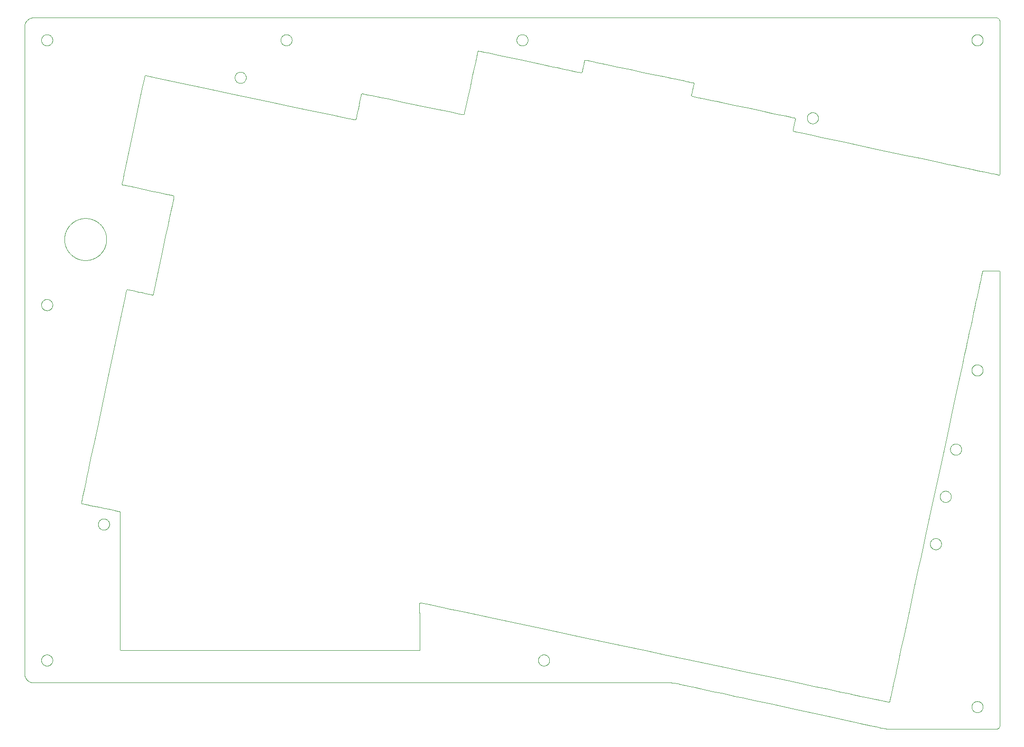
<source format=gm1>
G04 #@! TF.GenerationSoftware,KiCad,Pcbnew,(5.1.5-0-10_14)*
G04 #@! TF.CreationDate,2020-05-14T05:05:21+09:00*
G04 #@! TF.ProjectId,L-top-v02,4c2d746f-702d-4763-9032-2e6b69636164,rev?*
G04 #@! TF.SameCoordinates,Original*
G04 #@! TF.FileFunction,Profile,NP*
%FSLAX46Y46*%
G04 Gerber Fmt 4.6, Leading zero omitted, Abs format (unit mm)*
G04 Created by KiCad (PCBNEW (5.1.5-0-10_14)) date 2020-05-14 05:05:21*
%MOMM*%
%LPD*%
G04 APERTURE LIST*
%ADD10C,0.050000*%
G04 APERTURE END LIST*
D10*
X167376055Y-143214400D02*
X167331577Y-143204940D01*
X167331577Y-143204940D02*
X167289663Y-143196326D01*
X167289663Y-143196326D02*
X167246384Y-143187733D01*
X167246384Y-143187733D02*
X167200426Y-143178945D01*
X167200426Y-143178945D02*
X167157041Y-143170964D01*
X167157041Y-143170964D02*
X167112290Y-143163053D01*
X167112290Y-143163053D02*
X167067488Y-143155456D01*
X167067488Y-143155456D02*
X167022638Y-143148176D01*
X167022638Y-143148176D02*
X166975098Y-143140814D01*
X166975098Y-143140814D02*
X166931475Y-143134376D01*
X166931475Y-143134376D02*
X166883841Y-143127696D01*
X166883841Y-143127696D02*
X166836160Y-143121370D01*
X166836160Y-143121370D02*
X166789764Y-143115563D01*
X166789764Y-143115563D02*
X166744653Y-143110245D01*
X166744653Y-143110245D02*
X166699509Y-143105247D01*
X166699509Y-143105247D02*
X166652665Y-143100399D01*
X166652665Y-143100399D02*
X166606456Y-143095957D01*
X166606456Y-143095957D02*
X166559881Y-143091822D01*
X166559881Y-143091822D02*
X166511281Y-143087871D01*
X166511281Y-143087871D02*
X166462650Y-143084290D01*
X166462650Y-143084290D02*
X166410658Y-143080873D01*
X166410658Y-143080873D02*
X166362641Y-143078096D01*
X166362641Y-143078096D02*
X166314601Y-143075677D01*
X166314601Y-143075677D02*
X166266540Y-143073619D01*
X166266540Y-143073619D02*
X166217126Y-143071883D01*
X166217126Y-143071883D02*
X166165025Y-143070468D01*
X166165025Y-143070468D02*
X166112907Y-143069476D01*
X166112907Y-143069476D02*
X166058105Y-143068897D01*
X166058105Y-143068897D02*
X166018001Y-143068773D01*
X204188275Y-151206086D02*
X204076267Y-151181767D01*
X204076267Y-151181767D02*
X203824904Y-151127192D01*
X203824904Y-151127192D02*
X203541662Y-151065698D01*
X203541662Y-151065698D02*
X203227590Y-150997512D01*
X203227590Y-150997512D02*
X202971524Y-150941919D01*
X202971524Y-150941919D02*
X202792342Y-150903019D01*
X202792342Y-150903019D02*
X202511127Y-150841967D01*
X202511127Y-150841967D02*
X201903885Y-150710136D01*
X201903885Y-150710136D02*
X201231319Y-150564124D01*
X201231319Y-150564124D02*
X200754199Y-150460542D01*
X200754199Y-150460542D02*
X199997498Y-150296267D01*
X199997498Y-150296267D02*
X198908432Y-150059837D01*
X198908432Y-150059837D02*
X197739934Y-149806165D01*
X197739934Y-149806165D02*
X195863858Y-149398883D01*
X195863858Y-149398883D02*
X193150600Y-148809859D01*
X193150600Y-148809859D02*
X188796429Y-147864610D01*
X188796429Y-147864610D02*
X184275030Y-146883058D01*
X184275030Y-146883058D02*
X181294209Y-146235951D01*
X181294209Y-146235951D02*
X179125484Y-145765141D01*
X179125484Y-145765141D02*
X177722868Y-145460646D01*
X177722868Y-145460646D02*
X175700468Y-145021600D01*
X175700468Y-145021600D02*
X173824392Y-144614318D01*
X173824392Y-144614318D02*
X172655893Y-144360645D01*
X172655893Y-144360645D02*
X171566827Y-144124215D01*
X171566827Y-144124215D02*
X170565556Y-143906844D01*
X170565556Y-143906844D02*
X169660441Y-143710346D01*
X169660441Y-143710346D02*
X168859843Y-143536537D01*
X168859843Y-143536537D02*
X168336736Y-143422970D01*
X168336736Y-143422970D02*
X168138072Y-143379839D01*
X168138072Y-143379839D02*
X168061456Y-143363205D01*
X168061456Y-143363205D02*
X167949893Y-143338985D01*
X167949893Y-143338985D02*
X167739423Y-143293290D01*
X167739423Y-143293290D02*
X167488061Y-143238717D01*
X167488061Y-143238717D02*
X167376055Y-143214400D01*
X51384753Y-24820343D02*
X51410049Y-24795594D01*
X51410049Y-24795594D02*
X51436063Y-24771251D01*
X51436063Y-24771251D02*
X51463720Y-24746525D01*
X51463720Y-24746525D02*
X51490942Y-24723286D01*
X51490942Y-24723286D02*
X51519834Y-24699736D01*
X51519834Y-24699736D02*
X51548114Y-24677741D01*
X51548114Y-24677741D02*
X51577586Y-24655874D01*
X51577586Y-24655874D02*
X51607135Y-24634979D01*
X51607135Y-24634979D02*
X51637625Y-24614444D01*
X51637625Y-24614444D02*
X51668544Y-24594635D01*
X51668544Y-24594635D02*
X51700406Y-24575247D01*
X51700406Y-24575247D02*
X51733754Y-24556024D01*
X51733754Y-24556024D02*
X51768069Y-24537336D01*
X51768069Y-24537336D02*
X51801172Y-24520317D01*
X51801172Y-24520317D02*
X51835755Y-24503561D01*
X51835755Y-24503561D02*
X51871278Y-24487397D01*
X51871278Y-24487397D02*
X51906617Y-24472339D01*
X51906617Y-24472339D02*
X51943445Y-24457695D01*
X51943445Y-24457695D02*
X51980056Y-24444172D01*
X51980056Y-24444172D02*
X52018445Y-24431064D01*
X52018445Y-24431064D02*
X52058345Y-24418580D01*
X52058345Y-24418580D02*
X52098875Y-24407056D01*
X52098875Y-24407056D02*
X52142106Y-24396022D01*
X52142106Y-24396022D02*
X52184479Y-24386442D01*
X52184479Y-24386442D02*
X52227748Y-24377896D01*
X52227748Y-24377896D02*
X52271299Y-24370536D01*
X52271299Y-24370536D02*
X52317551Y-24364067D01*
X52317551Y-24364067D02*
X52364061Y-24358942D01*
X52364061Y-24358942D02*
X52411421Y-24355132D01*
X52411421Y-24355132D02*
X52459302Y-24352714D01*
X52459302Y-24352714D02*
X52510473Y-24351721D01*
X52510473Y-24351721D02*
X52516069Y-24351713D01*
X50916123Y-25951744D02*
X50916929Y-25900859D01*
X50916929Y-25900859D02*
X50919208Y-25852336D01*
X50919208Y-25852336D02*
X50922805Y-25805561D01*
X50922805Y-25805561D02*
X50927650Y-25759934D01*
X50927650Y-25759934D02*
X50933609Y-25715770D01*
X50933609Y-25715770D02*
X50940996Y-25670651D01*
X50940996Y-25670651D02*
X50949066Y-25628679D01*
X50949066Y-25628679D02*
X50958313Y-25586690D01*
X50958313Y-25586690D02*
X50968325Y-25546339D01*
X50968325Y-25546339D02*
X50979541Y-25505707D01*
X50979541Y-25505707D02*
X50991445Y-25466578D01*
X50991445Y-25466578D02*
X51004337Y-25427783D01*
X51004337Y-25427783D02*
X51017997Y-25389915D01*
X51017997Y-25389915D02*
X51032831Y-25351848D01*
X51032831Y-25351848D02*
X51047661Y-25316407D01*
X51047661Y-25316407D02*
X51065646Y-25276352D01*
X51065646Y-25276352D02*
X51082825Y-25240618D01*
X51082825Y-25240618D02*
X51099754Y-25207466D01*
X51099754Y-25207466D02*
X51118423Y-25172964D01*
X51118423Y-25172964D02*
X51137482Y-25139701D01*
X51137482Y-25139701D02*
X51156782Y-25107784D01*
X51156782Y-25107784D02*
X51176338Y-25077068D01*
X51176338Y-25077068D02*
X51197649Y-25045259D01*
X51197649Y-25045259D02*
X51219384Y-25014428D01*
X51219384Y-25014428D02*
X51240664Y-24985669D01*
X51240664Y-24985669D02*
X51262614Y-24957354D01*
X51262614Y-24957354D02*
X51285327Y-24929378D01*
X51285327Y-24929378D02*
X51308906Y-24901639D01*
X51308906Y-24901639D02*
X51333783Y-24873711D01*
X51333783Y-24873711D02*
X51359146Y-24846536D01*
X51359146Y-24846536D02*
X51383873Y-24821222D01*
X51383873Y-24821222D02*
X51384753Y-24820343D01*
X50916123Y-141468573D02*
X50916123Y-25951744D01*
X51384753Y-142599720D02*
X51359360Y-142573770D01*
X51359360Y-142573770D02*
X51334930Y-142547653D01*
X51334930Y-142547653D02*
X51310935Y-142520815D01*
X51310935Y-142520815D02*
X51287498Y-142493376D01*
X51287498Y-142493376D02*
X51264914Y-142465702D01*
X51264914Y-142465702D02*
X51242151Y-142436470D01*
X51242151Y-142436470D02*
X51220824Y-142407754D01*
X51220824Y-142407754D02*
X51197997Y-142375452D01*
X51197997Y-142375452D02*
X51176506Y-142343404D01*
X51176506Y-142343404D02*
X51156460Y-142311920D01*
X51156460Y-142311920D02*
X51137171Y-142280003D01*
X51137171Y-142280003D02*
X51118350Y-142247138D01*
X51118350Y-142247138D02*
X51100250Y-142213720D01*
X51100250Y-142213720D02*
X51083096Y-142180172D01*
X51083096Y-142180172D02*
X51065904Y-142144445D01*
X51065904Y-142144445D02*
X51048874Y-142106635D01*
X51048874Y-142106635D02*
X51033977Y-142071225D01*
X51033977Y-142071225D02*
X51019502Y-142034324D01*
X51019502Y-142034324D02*
X51006144Y-141997645D01*
X51006144Y-141997645D02*
X50993211Y-141959186D01*
X50993211Y-141959186D02*
X50980052Y-141916294D01*
X50980052Y-141916294D02*
X50969141Y-141877008D01*
X50969141Y-141877008D02*
X50958802Y-141835637D01*
X50958802Y-141835637D02*
X50949718Y-141794715D01*
X50949718Y-141794715D02*
X50941429Y-141752010D01*
X50941429Y-141752010D02*
X50934294Y-141709037D01*
X50934294Y-141709037D02*
X50927873Y-141662155D01*
X50927873Y-141662155D02*
X50922948Y-141616238D01*
X50922948Y-141616238D02*
X50919246Y-141568559D01*
X50919246Y-141568559D02*
X50916929Y-141519433D01*
X50916929Y-141519433D02*
X50916123Y-141469815D01*
X50916123Y-141469815D02*
X50916123Y-141468573D01*
X52516069Y-143068773D02*
X52465185Y-143067962D01*
X52465185Y-143067962D02*
X52416354Y-143065664D01*
X52416354Y-143065664D02*
X52369583Y-143062056D01*
X52369583Y-143062056D02*
X52324265Y-143057240D01*
X52324265Y-143057240D02*
X52280103Y-143051286D01*
X52280103Y-143051286D02*
X52234987Y-143043899D01*
X52234987Y-143043899D02*
X52189271Y-143035051D01*
X52189271Y-143035051D02*
X52148352Y-143025948D01*
X52148352Y-143025948D02*
X52107581Y-143015750D01*
X52107581Y-143015750D02*
X52068300Y-143004837D01*
X52068300Y-143004837D02*
X52026861Y-142992139D01*
X52026861Y-142992139D02*
X51989260Y-142979542D01*
X51989260Y-142979542D02*
X51952565Y-142966236D01*
X51952565Y-142966236D02*
X51913953Y-142951123D01*
X51913953Y-142951123D02*
X51878540Y-142936232D01*
X51878540Y-142936232D02*
X51842386Y-142919977D01*
X51842386Y-142919977D02*
X51807182Y-142903099D01*
X51807182Y-142903099D02*
X51772388Y-142885357D01*
X51772388Y-142885357D02*
X51739620Y-142867648D01*
X51739620Y-142867648D02*
X51706198Y-142848552D01*
X51706198Y-142848552D02*
X51673218Y-142828637D01*
X51673218Y-142828637D02*
X51642235Y-142808919D01*
X51642235Y-142808919D02*
X51611680Y-142788471D01*
X51611680Y-142788471D02*
X51581568Y-142767296D01*
X51581568Y-142767296D02*
X51551911Y-142745406D01*
X51551911Y-142745406D02*
X51522603Y-142722704D01*
X51522603Y-142722704D02*
X51494260Y-142699687D01*
X51494260Y-142699687D02*
X51467214Y-142676692D01*
X51467214Y-142676692D02*
X51440179Y-142652643D01*
X51440179Y-142652643D02*
X51413640Y-142627935D01*
X51413640Y-142627935D02*
X51387170Y-142602136D01*
X51387170Y-142602136D02*
X51384753Y-142599720D01*
X166018001Y-143068773D02*
X52516069Y-143068773D01*
X224802915Y-24539165D02*
X224827572Y-24565199D01*
X224827572Y-24565199D02*
X224850975Y-24592868D01*
X224850975Y-24592868D02*
X224873265Y-24622498D01*
X224873265Y-24622498D02*
X224893384Y-24652692D01*
X224893384Y-24652692D02*
X224911956Y-24684333D01*
X224911956Y-24684333D02*
X224929081Y-24717815D01*
X224929081Y-24717815D02*
X224944358Y-24752610D01*
X224944358Y-24752610D02*
X224957893Y-24789293D01*
X224957893Y-24789293D02*
X224969470Y-24827894D01*
X224969470Y-24827894D02*
X224978887Y-24868667D01*
X224978887Y-24868667D02*
X224985908Y-24912295D01*
X224985908Y-24912295D02*
X224990007Y-24958484D01*
X224990007Y-24958484D02*
X224990875Y-24991708D01*
X224350795Y-24351713D02*
X224399314Y-24353558D01*
X224399314Y-24353558D02*
X224444608Y-24358650D01*
X224444608Y-24358650D02*
X224488406Y-24366736D01*
X224488406Y-24366736D02*
X224529314Y-24377206D01*
X224529314Y-24377206D02*
X224567549Y-24389671D01*
X224567549Y-24389671D02*
X224603906Y-24404070D01*
X224603906Y-24404070D02*
X224639116Y-24420563D01*
X224639116Y-24420563D02*
X224672567Y-24438756D01*
X224672567Y-24438756D02*
X224704748Y-24458816D01*
X224704748Y-24458816D02*
X224734404Y-24479777D01*
X224734404Y-24479777D02*
X224763876Y-24503267D01*
X224763876Y-24503267D02*
X224790437Y-24527036D01*
X224790437Y-24527036D02*
X224802915Y-24539165D01*
X224350795Y-151351713D02*
X205546328Y-151351713D01*
X219990461Y-147382540D02*
X219991643Y-147333568D01*
X219991643Y-147333568D02*
X219995239Y-147284411D01*
X219995239Y-147284411D02*
X220000734Y-147239039D01*
X220000734Y-147239039D02*
X220008023Y-147195453D01*
X220008023Y-147195453D02*
X220017001Y-147153275D01*
X220017001Y-147153275D02*
X220027427Y-147112877D01*
X220027427Y-147112877D02*
X220039362Y-147073518D01*
X220039362Y-147073518D02*
X220052591Y-147035570D01*
X220052591Y-147035570D02*
X220067732Y-146997278D01*
X220067732Y-146997278D02*
X220083102Y-146962518D01*
X220083102Y-146962518D02*
X220099743Y-146928463D01*
X220099743Y-146928463D02*
X220117713Y-146894976D01*
X220117713Y-146894976D02*
X220136712Y-146862582D01*
X220136712Y-146862582D02*
X220156980Y-146830818D01*
X220156980Y-146830818D02*
X220177520Y-146801098D01*
X220177520Y-146801098D02*
X220199321Y-146771869D01*
X220199321Y-146771869D02*
X220222632Y-146742893D01*
X220222632Y-146742893D02*
X220246230Y-146715648D01*
X220246230Y-146715648D02*
X220271823Y-146688193D01*
X220271823Y-146688193D02*
X220299502Y-146660669D01*
X220299502Y-146660669D02*
X220327949Y-146634478D01*
X220327949Y-146634478D02*
X220355654Y-146610818D01*
X220355654Y-146610818D02*
X220385109Y-146587472D01*
X220385109Y-146587472D02*
X220414525Y-146565871D01*
X220414525Y-146565871D02*
X220446321Y-146544299D01*
X220446321Y-146544299D02*
X220477352Y-146524895D01*
X220477352Y-146524895D02*
X220510123Y-146506059D01*
X220510123Y-146506059D02*
X220543653Y-146488436D01*
X220543653Y-146488436D02*
X220577916Y-146472058D01*
X220577916Y-146472058D02*
X220612881Y-146456954D01*
X220612881Y-146456954D02*
X220649415Y-146442824D01*
X220649415Y-146442824D02*
X220687723Y-146429747D01*
X220687723Y-146429747D02*
X220726520Y-146418242D01*
X220726520Y-146418242D02*
X220767093Y-146408020D01*
X220767093Y-146408020D02*
X220809452Y-146399252D01*
X220809452Y-146399252D02*
X220855954Y-146391805D01*
X220855954Y-146391805D02*
X220903142Y-146386522D01*
X220903142Y-146386522D02*
X220952565Y-146383389D01*
X220952565Y-146383389D02*
X220992068Y-146382626D01*
X220992068Y-148383300D02*
X220941349Y-148382037D01*
X220941349Y-148382037D02*
X220894046Y-148378563D01*
X220894046Y-148378563D02*
X220849128Y-148373176D01*
X220849128Y-148373176D02*
X220804842Y-148365833D01*
X220804842Y-148365833D02*
X220763309Y-148357064D01*
X220763309Y-148357064D02*
X220723357Y-148346856D01*
X220723357Y-148346856D02*
X220683331Y-148334831D01*
X220683331Y-148334831D02*
X220645641Y-148321798D01*
X220645641Y-148321798D02*
X220609000Y-148307470D01*
X220609000Y-148307470D02*
X220572386Y-148291443D01*
X220572386Y-148291443D02*
X220538238Y-148274877D01*
X220538238Y-148274877D02*
X220504001Y-148256614D01*
X220504001Y-148256614D02*
X220472183Y-148238060D01*
X220472183Y-148238060D02*
X220439077Y-148217035D01*
X220439077Y-148217035D02*
X220408393Y-148195866D01*
X220408393Y-148195866D02*
X220379146Y-148174060D01*
X220379146Y-148174060D02*
X220350157Y-148150748D01*
X220350157Y-148150748D02*
X220322625Y-148126898D01*
X220322625Y-148126898D02*
X220296253Y-148102340D01*
X220296253Y-148102340D02*
X220270780Y-148076858D01*
X220270780Y-148076858D02*
X220246230Y-148050478D01*
X220246230Y-148050478D02*
X220222873Y-148023515D01*
X220222873Y-148023515D02*
X220200243Y-147995428D01*
X220200243Y-147995428D02*
X220178286Y-147966065D01*
X220178286Y-147966065D02*
X220157815Y-147936517D01*
X220157815Y-147936517D02*
X220137500Y-147904762D01*
X220137500Y-147904762D02*
X220118919Y-147873193D01*
X220118919Y-147873193D02*
X220101127Y-147840229D01*
X220101127Y-147840229D02*
X220084387Y-147806193D01*
X220084387Y-147806193D02*
X220067732Y-147768638D01*
X220067732Y-147768638D02*
X220053124Y-147731722D01*
X220053124Y-147731722D02*
X220039957Y-147694105D01*
X220039957Y-147694105D02*
X220028160Y-147655452D01*
X220028160Y-147655452D02*
X220017806Y-147615775D01*
X220017806Y-147615775D02*
X220008833Y-147574328D01*
X220008833Y-147574328D02*
X220001418Y-147531095D01*
X220001418Y-147531095D02*
X219995713Y-147485675D01*
X219995713Y-147485675D02*
X219991887Y-147436448D01*
X219991887Y-147436448D02*
X219990467Y-147386585D01*
X219990467Y-147386585D02*
X219990461Y-147382540D01*
X52516069Y-24351713D02*
X224350795Y-24351713D01*
X224990875Y-24991708D02*
X224990875Y-52272832D01*
X224990875Y-52272832D02*
X224990875Y-52272832D01*
X221990288Y-147382540D02*
X221989083Y-147432049D01*
X221989083Y-147432049D02*
X221985666Y-147479361D01*
X221985666Y-147479361D02*
X221980304Y-147524478D01*
X221980304Y-147524478D02*
X221972316Y-147572412D01*
X221972316Y-147572412D02*
X221963437Y-147613888D01*
X221963437Y-147613888D02*
X221952973Y-147654338D01*
X221952973Y-147654338D02*
X221941244Y-147693010D01*
X221941244Y-147693010D02*
X221928283Y-147730288D01*
X221928283Y-147730288D02*
X221913179Y-147768638D01*
X221913179Y-147768638D02*
X221897364Y-147804472D01*
X221897364Y-147804472D02*
X221880555Y-147838882D01*
X221880555Y-147838882D02*
X221862946Y-147871711D01*
X221862946Y-147871711D02*
X221844367Y-147903475D01*
X221844367Y-147903475D02*
X221824151Y-147935262D01*
X221824151Y-147935262D02*
X221803665Y-147964996D01*
X221803665Y-147964996D02*
X221781232Y-147995131D01*
X221781232Y-147995131D02*
X221758675Y-148023227D01*
X221758675Y-148023227D02*
X221734518Y-148051177D01*
X221734518Y-148051177D02*
X221709884Y-148077668D01*
X221709884Y-148077668D02*
X221684187Y-148103382D01*
X221684187Y-148103382D02*
X221657856Y-148127901D01*
X221657856Y-148127901D02*
X221630659Y-148151471D01*
X221630659Y-148151471D02*
X221602472Y-148174174D01*
X221602472Y-148174174D02*
X221573466Y-148195866D01*
X221573466Y-148195866D02*
X221543825Y-148216409D01*
X221543825Y-148216409D02*
X221512458Y-148236486D01*
X221512458Y-148236486D02*
X221480971Y-148255040D01*
X221480971Y-148255040D02*
X221448094Y-148272806D01*
X221448094Y-148272806D02*
X221412782Y-148290165D01*
X221412782Y-148290165D02*
X221378108Y-148305564D01*
X221378108Y-148305564D02*
X221341334Y-148320200D01*
X221341334Y-148320200D02*
X221303865Y-148333402D01*
X221303865Y-148333402D02*
X221264256Y-148345554D01*
X221264256Y-148345554D02*
X221223973Y-148356084D01*
X221223973Y-148356084D02*
X221181910Y-148365174D01*
X221181910Y-148365174D02*
X221138440Y-148372584D01*
X221138440Y-148372584D02*
X221093576Y-148378173D01*
X221093576Y-148378173D02*
X221046133Y-148381850D01*
X221046133Y-148381850D02*
X220996497Y-148383288D01*
X220996497Y-148383288D02*
X220992068Y-148383300D01*
X220992068Y-146382626D02*
X221040957Y-146383808D01*
X221040957Y-146383808D02*
X221088464Y-146387251D01*
X221088464Y-146387251D02*
X221133398Y-146392619D01*
X221133398Y-146392619D02*
X221177132Y-146399860D01*
X221177132Y-146399860D02*
X221219081Y-146408719D01*
X221219081Y-146408719D02*
X221262219Y-146419843D01*
X221262219Y-146419843D02*
X221300955Y-146431634D01*
X221300955Y-146431634D02*
X221338476Y-146444738D01*
X221338476Y-146444738D02*
X221375304Y-146459284D01*
X221375304Y-146459284D02*
X221410033Y-146474593D01*
X221410033Y-146474593D02*
X221443722Y-146491001D01*
X221443722Y-146491001D02*
X221477355Y-146508993D01*
X221477355Y-146508993D02*
X221509890Y-146528021D01*
X221509890Y-146528021D02*
X221541634Y-146548228D01*
X221541634Y-146548228D02*
X221572553Y-146569582D01*
X221572553Y-146569582D02*
X221601435Y-146591135D01*
X221601435Y-146591135D02*
X221631809Y-146615615D01*
X221631809Y-146615615D02*
X221658970Y-146639228D01*
X221658970Y-146639228D02*
X221684995Y-146663529D01*
X221684995Y-146663529D02*
X221712739Y-146691437D01*
X221712739Y-146691437D02*
X221736891Y-146717604D01*
X221736891Y-146717604D02*
X221760592Y-146745202D01*
X221760592Y-146745202D02*
X221782838Y-146773058D01*
X221782838Y-146773058D02*
X221805412Y-146803546D01*
X221805412Y-146803546D02*
X221826018Y-146833644D01*
X221826018Y-146833644D02*
X221845935Y-146865158D01*
X221845935Y-146865158D02*
X221864329Y-146896789D01*
X221864329Y-146896789D02*
X221881932Y-146929810D01*
X221881932Y-146929810D02*
X221899593Y-146966308D01*
X221899593Y-146966308D02*
X221915512Y-147002901D01*
X221915512Y-147002901D02*
X221929868Y-147039874D01*
X221929868Y-147039874D02*
X221943595Y-147080092D01*
X221943595Y-147080092D02*
X221955034Y-147118821D01*
X221955034Y-147118821D02*
X221965194Y-147159315D01*
X221965194Y-147159315D02*
X221973861Y-147201394D01*
X221973861Y-147201394D02*
X221980905Y-147245259D01*
X221980905Y-147245259D02*
X221986109Y-147290718D01*
X221986109Y-147290718D02*
X221989322Y-147338358D01*
X221989322Y-147338358D02*
X221990288Y-147382540D01*
X54917893Y-138068360D02*
X54967131Y-138069560D01*
X54967131Y-138069560D02*
X55013804Y-138072939D01*
X55013804Y-138072939D02*
X55061224Y-138078641D01*
X55061224Y-138078641D02*
X55104516Y-138085888D01*
X55104516Y-138085888D02*
X55147540Y-138095071D01*
X55147540Y-138095071D02*
X55188392Y-138105674D01*
X55188392Y-138105674D02*
X55228009Y-138117764D01*
X55228009Y-138117764D02*
X55265493Y-138130907D01*
X55265493Y-138130907D02*
X55301934Y-138145341D01*
X55301934Y-138145341D02*
X55338350Y-138161469D01*
X55338350Y-138161469D02*
X55372315Y-138178130D01*
X55372315Y-138178130D02*
X55405548Y-138196025D01*
X55405548Y-138196025D02*
X55437699Y-138214931D01*
X55437699Y-138214931D02*
X55468449Y-138234574D01*
X55468449Y-138234574D02*
X55498426Y-138255296D01*
X55498426Y-138255296D02*
X55528195Y-138277530D01*
X55528195Y-138277530D02*
X55556240Y-138300110D01*
X55556240Y-138300110D02*
X55583444Y-138323666D01*
X55583444Y-138323666D02*
X55613015Y-138351301D01*
X55613015Y-138351301D02*
X55638349Y-138376843D01*
X55638349Y-138376843D02*
X55662762Y-138403281D01*
X55662762Y-138403281D02*
X55686226Y-138430585D01*
X55686226Y-138430585D02*
X55708483Y-138458430D01*
X55708483Y-138458430D02*
X55730197Y-138487687D01*
X55730197Y-138487687D02*
X55750755Y-138517588D01*
X55750755Y-138517588D02*
X55770838Y-138549228D01*
X55770838Y-138549228D02*
X55789294Y-138580828D01*
X55789294Y-138580828D02*
X55806960Y-138613824D01*
X55806960Y-138613824D02*
X55823573Y-138647884D01*
X55823573Y-138647884D02*
X55839364Y-138683708D01*
X55839364Y-138683708D02*
X55854041Y-138720963D01*
X55854041Y-138720963D02*
X55867134Y-138758564D01*
X55867134Y-138758564D02*
X55878861Y-138797199D01*
X55878861Y-138797199D02*
X55889230Y-138837232D01*
X55889230Y-138837232D02*
X55898266Y-138879424D01*
X55898266Y-138879424D02*
X55905614Y-138923030D01*
X55905614Y-138923030D02*
X55911137Y-138968039D01*
X55911137Y-138968039D02*
X55914849Y-139017633D01*
X55914849Y-139017633D02*
X55916112Y-139067868D01*
X55916112Y-139067868D02*
X55916113Y-139068273D01*
X53916117Y-139068273D02*
X53917287Y-139019428D01*
X53917287Y-139019428D02*
X53920740Y-138971587D01*
X53920740Y-138971587D02*
X53926162Y-138926140D01*
X53926162Y-138926140D02*
X53933599Y-138881339D01*
X53933599Y-138881339D02*
X53942381Y-138839873D01*
X53942381Y-138839873D02*
X53952755Y-138799427D01*
X53952755Y-138799427D02*
X53964523Y-138760388D01*
X53964523Y-138760388D02*
X53977691Y-138722397D01*
X53977691Y-138722397D02*
X53993356Y-138682655D01*
X53993356Y-138682655D02*
X54008720Y-138647884D01*
X54008720Y-138647884D02*
X54025357Y-138613824D01*
X54025357Y-138613824D02*
X54043232Y-138580498D01*
X54043232Y-138580498D02*
X54061726Y-138548905D01*
X54061726Y-138548905D02*
X54082580Y-138516178D01*
X54082580Y-138516178D02*
X54103116Y-138486463D01*
X54103116Y-138486463D02*
X54124683Y-138457539D01*
X54124683Y-138457539D02*
X54148220Y-138428277D01*
X54148220Y-138428277D02*
X54171815Y-138401045D01*
X54171815Y-138401045D02*
X54196102Y-138374951D01*
X54196102Y-138374951D02*
X54221836Y-138349214D01*
X54221836Y-138349214D02*
X54248207Y-138324668D01*
X54248207Y-138324668D02*
X54275162Y-138301312D01*
X54275162Y-138301312D02*
X54306811Y-138275922D01*
X54306811Y-138275922D02*
X54338575Y-138252458D01*
X54338575Y-138252458D02*
X54368439Y-138232086D01*
X54368439Y-138232086D02*
X54401325Y-138211407D01*
X54401325Y-138211407D02*
X54434395Y-138192348D01*
X54434395Y-138192348D02*
X54467564Y-138174868D01*
X54467564Y-138174868D02*
X54502145Y-138158288D01*
X54502145Y-138158288D02*
X54538505Y-138142574D01*
X54538505Y-138142574D02*
X54575593Y-138128267D01*
X54575593Y-138128267D02*
X54613373Y-138115404D01*
X54613373Y-138115404D02*
X54653306Y-138103612D01*
X54653306Y-138103612D02*
X54693535Y-138093537D01*
X54693535Y-138093537D02*
X54735543Y-138084886D01*
X54735543Y-138084886D02*
X54781688Y-138077523D01*
X54781688Y-138077523D02*
X54826923Y-138072425D01*
X54826923Y-138072425D02*
X54874148Y-138069293D01*
X54874148Y-138069293D02*
X54917893Y-138068360D01*
X54917893Y-140069033D02*
X54868739Y-140067848D01*
X54868739Y-140067848D02*
X54820988Y-140064411D01*
X54820988Y-140064411D02*
X54775444Y-140058993D01*
X54775444Y-140058993D02*
X54732467Y-140051926D01*
X54732467Y-140051926D02*
X54690885Y-140043237D01*
X54690885Y-140043237D02*
X54649393Y-140032692D01*
X54649393Y-140032692D02*
X54608796Y-140020504D01*
X54608796Y-140020504D02*
X54571277Y-140007531D01*
X54571277Y-140007531D02*
X54534624Y-139993203D01*
X54534624Y-139993203D02*
X54499380Y-139977813D01*
X54499380Y-139977813D02*
X54465195Y-139961297D01*
X54465195Y-139961297D02*
X54429598Y-139942347D01*
X54429598Y-139942347D02*
X54397774Y-139923793D01*
X54397774Y-139923793D02*
X54365920Y-139903599D01*
X54365920Y-139903599D02*
X54335814Y-139882912D01*
X54335814Y-139882912D02*
X54305918Y-139860712D01*
X54305918Y-139860712D02*
X54277758Y-139838164D01*
X54277758Y-139838164D02*
X54249603Y-139813883D01*
X54249603Y-139813883D02*
X54223322Y-139789504D01*
X54223322Y-139789504D02*
X54198189Y-139764480D01*
X54198189Y-139764480D02*
X54173070Y-139737606D01*
X54173070Y-139737606D02*
X54149063Y-139709967D01*
X54149063Y-139709967D02*
X54126527Y-139682051D01*
X54126527Y-139682051D02*
X54105094Y-139653477D01*
X54105094Y-139653477D02*
X54082580Y-139620995D01*
X54082580Y-139620995D02*
X54062512Y-139589529D01*
X54062512Y-139589529D02*
X54042770Y-139555796D01*
X54042770Y-139555796D02*
X54024667Y-139521917D01*
X54024667Y-139521917D02*
X54006809Y-139485033D01*
X54006809Y-139485033D02*
X53991599Y-139450148D01*
X53991599Y-139450148D02*
X53977295Y-139413509D01*
X53977295Y-139413509D02*
X53964169Y-139375455D01*
X53964169Y-139375455D02*
X53952599Y-139336911D01*
X53952599Y-139336911D02*
X53942293Y-139296599D01*
X53942293Y-139296599D02*
X53933527Y-139255076D01*
X53933527Y-139255076D02*
X53926385Y-139212158D01*
X53926385Y-139212158D02*
X53920932Y-139167068D01*
X53920932Y-139167068D02*
X53917377Y-139118984D01*
X53917377Y-139118984D02*
X53916117Y-139068273D01*
X143621128Y-140069033D02*
X143571938Y-140067848D01*
X143571938Y-140067848D02*
X143525146Y-140064505D01*
X143525146Y-140064505D02*
X143479760Y-140059158D01*
X143479760Y-140059158D02*
X143436749Y-140052142D01*
X143436749Y-140052142D02*
X143392859Y-140042972D01*
X143392859Y-140042972D02*
X143352492Y-140032692D01*
X143352492Y-140032692D02*
X143311887Y-140020504D01*
X143311887Y-140020504D02*
X143274361Y-140007531D01*
X143274361Y-140007531D02*
X143237706Y-139993203D01*
X143237706Y-139993203D02*
X143202462Y-139977813D01*
X143202462Y-139977813D02*
X143168277Y-139961297D01*
X143168277Y-139961297D02*
X143132685Y-139942347D01*
X143132685Y-139942347D02*
X143100866Y-139923793D01*
X143100866Y-139923793D02*
X143068077Y-139902975D01*
X143068077Y-139902975D02*
X143036780Y-139881380D01*
X143036780Y-139881380D02*
X143007847Y-139859793D01*
X143007847Y-139859793D02*
X142978868Y-139836481D01*
X142978868Y-139836481D02*
X142951348Y-139812631D01*
X142951348Y-139812631D02*
X142924990Y-139788073D01*
X142924990Y-139788073D02*
X142899791Y-139762861D01*
X142899791Y-139762861D02*
X142874997Y-139736211D01*
X142874997Y-139736211D02*
X142851417Y-139708960D01*
X142851417Y-139708960D02*
X142829045Y-139681161D01*
X142829045Y-139681161D02*
X142807219Y-139651952D01*
X142807219Y-139651952D02*
X142785822Y-139620995D01*
X142785822Y-139620995D02*
X142765770Y-139589529D01*
X142765770Y-139589529D02*
X142747244Y-139557939D01*
X142747244Y-139557939D02*
X142729336Y-139524615D01*
X142729336Y-139524615D02*
X142712825Y-139490894D01*
X142712825Y-139490894D02*
X142697264Y-139455777D01*
X142697264Y-139455777D02*
X142682955Y-139419781D01*
X142682955Y-139419781D02*
X142669898Y-139382757D01*
X142669898Y-139382757D02*
X142658001Y-139344152D01*
X142658001Y-139344152D02*
X142647547Y-139304524D01*
X142647547Y-139304524D02*
X142638463Y-139263125D01*
X142638463Y-139263125D02*
X142630987Y-139220327D01*
X142630987Y-139220327D02*
X142625217Y-139175742D01*
X142625217Y-139175742D02*
X142621303Y-139128570D01*
X142621303Y-139128570D02*
X142619577Y-139079189D01*
X142619577Y-139079189D02*
X142619521Y-139068273D01*
X220992068Y-148383300D02*
X220992068Y-148383300D01*
X55916113Y-139068273D02*
X55914907Y-139117782D01*
X55914907Y-139117782D02*
X55911485Y-139165094D01*
X55911485Y-139165094D02*
X55906117Y-139210211D01*
X55906117Y-139210211D02*
X55898339Y-139256995D01*
X55898339Y-139256995D02*
X55888962Y-139300753D01*
X55888962Y-139300753D02*
X55878442Y-139341185D01*
X55878442Y-139341185D02*
X55865819Y-139382391D01*
X55865819Y-139382391D02*
X55852571Y-139419961D01*
X55852571Y-139419961D02*
X55838334Y-139455777D01*
X55838334Y-139455777D02*
X55822773Y-139490894D01*
X55822773Y-139490894D02*
X55804360Y-139528316D01*
X55804360Y-139528316D02*
X55786139Y-139561887D01*
X55786139Y-139561887D02*
X55766893Y-139594347D01*
X55766893Y-139594347D02*
X55746479Y-139626006D01*
X55746479Y-139626006D02*
X55724036Y-139658042D01*
X55724036Y-139658042D02*
X55700629Y-139688849D01*
X55700629Y-139688849D02*
X55677539Y-139716996D01*
X55677539Y-139716996D02*
X55653589Y-139744133D01*
X55653589Y-139744133D02*
X55629219Y-139769849D01*
X55629219Y-139769849D02*
X55603281Y-139795333D01*
X55603281Y-139795333D02*
X55576721Y-139819616D01*
X55576721Y-139819616D02*
X55546983Y-139844843D01*
X55546983Y-139844843D02*
X55518666Y-139867102D01*
X55518666Y-139867102D02*
X55489547Y-139888346D01*
X55489547Y-139888346D02*
X55458705Y-139909165D01*
X55458705Y-139909165D02*
X55423827Y-139930775D01*
X55423827Y-139930775D02*
X55391515Y-139949088D01*
X55391515Y-139949088D02*
X55357458Y-139966718D01*
X55357458Y-139966718D02*
X55319021Y-139984679D01*
X55319021Y-139984679D02*
X55283092Y-139999705D01*
X55283092Y-139999705D02*
X55246474Y-140013348D01*
X55246474Y-140013348D02*
X55207554Y-140026085D01*
X55207554Y-140026085D02*
X55167585Y-140037340D01*
X55167585Y-140037340D02*
X55126776Y-140046991D01*
X55126776Y-140046991D02*
X55084198Y-140055141D01*
X55084198Y-140055141D02*
X55039646Y-140061625D01*
X55039646Y-140061625D02*
X54994098Y-140066143D01*
X54994098Y-140066143D02*
X54944384Y-140068683D01*
X54944384Y-140068683D02*
X54917893Y-140069033D01*
X144619348Y-139068273D02*
X144618141Y-139117782D01*
X144618141Y-139117782D02*
X144614718Y-139165094D01*
X144614718Y-139165094D02*
X144609347Y-139210211D01*
X144609347Y-139210211D02*
X144601856Y-139255460D01*
X144601856Y-139255460D02*
X144592941Y-139297543D01*
X144592941Y-139297543D02*
X144582389Y-139338585D01*
X144582389Y-139338585D02*
X144570702Y-139377283D01*
X144570702Y-139377283D02*
X144557644Y-139414945D01*
X144557644Y-139414945D02*
X144543295Y-139451557D01*
X144543295Y-139451557D02*
X144527406Y-139487794D01*
X144527406Y-139487794D02*
X144510835Y-139521917D01*
X144510835Y-139521917D02*
X144492935Y-139555465D01*
X144492935Y-139555465D02*
X144473228Y-139589208D01*
X144473228Y-139589208D02*
X144452992Y-139620995D01*
X144452992Y-139620995D02*
X144432486Y-139650729D01*
X144432486Y-139650729D02*
X144410263Y-139680566D01*
X144410263Y-139680566D02*
X144387459Y-139708960D01*
X144387459Y-139708960D02*
X144363910Y-139736211D01*
X144363910Y-139736211D02*
X144339675Y-139762320D01*
X144339675Y-139762320D02*
X144312923Y-139789115D01*
X144312923Y-139789115D02*
X144286997Y-139813258D01*
X144286997Y-139813258D02*
X144259370Y-139837204D01*
X144259370Y-139837204D02*
X144231174Y-139859907D01*
X144231174Y-139859907D02*
X144202160Y-139881599D01*
X144202160Y-139881599D02*
X144172511Y-139902142D01*
X144172511Y-139902142D02*
X144141143Y-139922219D01*
X144141143Y-139922219D02*
X144109655Y-139940773D01*
X144109655Y-139940773D02*
X144076781Y-139958539D01*
X144076781Y-139958539D02*
X144042847Y-139975255D01*
X144042847Y-139975255D02*
X144007162Y-139991149D01*
X144007162Y-139991149D02*
X143970051Y-140005933D01*
X143970051Y-140005933D02*
X143930056Y-140019970D01*
X143930056Y-140019970D02*
X143891538Y-140031706D01*
X143891538Y-140031706D02*
X143849756Y-140042531D01*
X143849756Y-140042531D02*
X143807299Y-140051566D01*
X143807299Y-140051566D02*
X143763823Y-140058826D01*
X143763823Y-140058826D02*
X143718963Y-140064258D01*
X143718963Y-140064258D02*
X143671538Y-140067770D01*
X143671538Y-140067770D02*
X143621932Y-140069032D01*
X143621932Y-140069032D02*
X143621128Y-140069033D01*
X143621128Y-138068360D02*
X143669947Y-138069541D01*
X143669947Y-138069541D02*
X143716999Y-138072939D01*
X143716999Y-138072939D02*
X143764403Y-138078641D01*
X143764403Y-138078641D02*
X143807299Y-138085816D01*
X143807299Y-138085816D02*
X143850695Y-138095071D01*
X143850695Y-138095071D02*
X143891538Y-138105674D01*
X143891538Y-138105674D02*
X143931147Y-138117764D01*
X143931147Y-138117764D02*
X143968624Y-138130907D01*
X143968624Y-138130907D02*
X144005061Y-138145341D01*
X144005061Y-138145341D02*
X144041475Y-138161469D01*
X144041475Y-138161469D02*
X144075438Y-138178130D01*
X144075438Y-138178130D02*
X144108670Y-138196025D01*
X144108670Y-138196025D02*
X144140822Y-138214931D01*
X144140822Y-138214931D02*
X144171572Y-138234574D01*
X144171572Y-138234574D02*
X144201551Y-138255296D01*
X144201551Y-138255296D02*
X144231324Y-138277530D01*
X144231324Y-138277530D02*
X144259370Y-138300110D01*
X144259370Y-138300110D02*
X144286578Y-138323666D01*
X144286578Y-138323666D02*
X144316154Y-138351301D01*
X144316154Y-138351301D02*
X144341492Y-138376843D01*
X144341492Y-138376843D02*
X144365909Y-138403281D01*
X144365909Y-138403281D02*
X144389378Y-138430585D01*
X144389378Y-138430585D02*
X144411640Y-138458430D01*
X144411640Y-138458430D02*
X144433361Y-138487687D01*
X144433361Y-138487687D02*
X144453823Y-138517432D01*
X144453823Y-138517432D02*
X144474014Y-138549228D01*
X144474014Y-138549228D02*
X144492475Y-138580828D01*
X144492475Y-138580828D02*
X144510147Y-138613824D01*
X144510147Y-138613824D02*
X144526767Y-138647884D01*
X144526767Y-138647884D02*
X144542563Y-138683708D01*
X144542563Y-138683708D02*
X144557246Y-138720963D01*
X144557246Y-138720963D02*
X144570345Y-138758564D01*
X144570345Y-138758564D02*
X144582076Y-138797199D01*
X144582076Y-138797199D02*
X144592451Y-138837232D01*
X144592451Y-138837232D02*
X144601492Y-138879424D01*
X144601492Y-138879424D02*
X144608844Y-138923030D01*
X144608844Y-138923030D02*
X144614370Y-138968039D01*
X144614370Y-138968039D02*
X144618083Y-139017633D01*
X144618083Y-139017633D02*
X144619347Y-139067868D01*
X144619347Y-139067868D02*
X144619348Y-139068273D01*
X142619521Y-139068273D02*
X142620691Y-139019428D01*
X142620691Y-139019428D02*
X142624138Y-138971587D01*
X142624138Y-138971587D02*
X142629720Y-138924972D01*
X142629720Y-138924972D02*
X142636981Y-138881339D01*
X142636981Y-138881339D02*
X142645752Y-138839873D01*
X142645752Y-138839873D02*
X142656115Y-138799427D01*
X142656115Y-138799427D02*
X142667869Y-138760388D01*
X142667869Y-138760388D02*
X142681024Y-138722397D01*
X142681024Y-138722397D02*
X142695502Y-138685465D01*
X142695502Y-138685465D02*
X142710750Y-138650640D01*
X142710750Y-138650640D02*
X142727956Y-138615171D01*
X142727956Y-138615171D02*
X142745767Y-138581816D01*
X142745767Y-138581816D02*
X142764200Y-138550194D01*
X142764200Y-138550194D02*
X142785822Y-138516178D01*
X142785822Y-138516178D02*
X142806342Y-138486463D01*
X142806342Y-138486463D02*
X142828583Y-138456648D01*
X142828583Y-138456648D02*
X142854069Y-138425112D01*
X142854069Y-138425112D02*
X142878012Y-138397701D01*
X142878012Y-138397701D02*
X142902401Y-138371716D01*
X142902401Y-138371716D02*
X142928236Y-138346096D01*
X142928236Y-138346096D02*
X142954705Y-138321666D01*
X142954705Y-138321666D02*
X142981755Y-138298431D01*
X142981755Y-138298431D02*
X143010227Y-138275693D01*
X143010227Y-138275693D02*
X143041682Y-138252458D01*
X143041682Y-138252458D02*
X143071538Y-138232086D01*
X143071538Y-138232086D02*
X143103447Y-138211992D01*
X143103447Y-138211992D02*
X143135659Y-138193354D01*
X143135659Y-138193354D02*
X143169292Y-138175551D01*
X143169292Y-138175551D02*
X143205227Y-138158288D01*
X143205227Y-138158288D02*
X143241588Y-138142574D01*
X143241588Y-138142574D02*
X143278678Y-138128267D01*
X143278678Y-138128267D02*
X143316465Y-138115404D01*
X143316465Y-138115404D02*
X143356033Y-138103714D01*
X143356033Y-138103714D02*
X143396648Y-138093537D01*
X143396648Y-138093537D02*
X143438288Y-138084957D01*
X143438288Y-138084957D02*
X143482102Y-138077899D01*
X143482102Y-138077899D02*
X143527324Y-138072678D01*
X143527324Y-138072678D02*
X143575144Y-138069391D01*
X143575144Y-138069391D02*
X143621128Y-138068360D01*
X65062653Y-115795946D02*
X65013491Y-115794761D01*
X65013491Y-115794761D02*
X64965734Y-115791324D01*
X64965734Y-115791324D02*
X64920183Y-115785906D01*
X64920183Y-115785906D02*
X64877200Y-115778839D01*
X64877200Y-115778839D02*
X64835614Y-115770150D01*
X64835614Y-115770150D02*
X64794115Y-115759605D01*
X64794115Y-115759605D02*
X64753515Y-115747417D01*
X64753515Y-115747417D02*
X64715991Y-115734444D01*
X64715991Y-115734444D02*
X64679334Y-115720116D01*
X64679334Y-115720116D02*
X64644087Y-115704726D01*
X64644087Y-115704726D02*
X64609898Y-115688210D01*
X64609898Y-115688210D02*
X64574299Y-115669260D01*
X64574299Y-115669260D02*
X64542472Y-115650706D01*
X64542472Y-115650706D02*
X64510616Y-115630512D01*
X64510616Y-115630512D02*
X64480508Y-115609825D01*
X64480508Y-115609825D02*
X64450610Y-115587625D01*
X64450610Y-115587625D02*
X64422448Y-115565077D01*
X64422448Y-115565077D02*
X64394290Y-115540796D01*
X64394290Y-115540796D02*
X64368007Y-115516417D01*
X64368007Y-115516417D02*
X64342874Y-115491393D01*
X64342874Y-115491393D02*
X64317754Y-115464520D01*
X64317754Y-115464520D02*
X64293746Y-115436881D01*
X64293746Y-115436881D02*
X64271208Y-115408965D01*
X64271208Y-115408965D02*
X64249773Y-115380391D01*
X64249773Y-115380391D02*
X64227259Y-115347909D01*
X64227259Y-115347909D02*
X64207190Y-115316443D01*
X64207190Y-115316443D02*
X64187909Y-115283534D01*
X64187909Y-115283534D02*
X64170034Y-115250181D01*
X64170034Y-115250181D02*
X64153397Y-115216086D01*
X64153397Y-115216086D02*
X64138032Y-115181285D01*
X64138032Y-115181285D02*
X64123429Y-115144368D01*
X64123429Y-115144368D02*
X64110268Y-115106751D01*
X64110268Y-115106751D02*
X64098475Y-115068098D01*
X64098475Y-115068098D02*
X64088127Y-115028421D01*
X64088127Y-115028421D02*
X64079156Y-114986974D01*
X64079156Y-114986974D02*
X64071744Y-114943741D01*
X64071744Y-114943741D02*
X64066042Y-114898321D01*
X64066042Y-114898321D02*
X64062218Y-114849094D01*
X64062218Y-114849094D02*
X64060799Y-114799231D01*
X64060799Y-114799231D02*
X64060793Y-114795186D01*
X143621128Y-140069033D02*
X143621128Y-140069033D01*
X214571795Y-118301233D02*
X214570588Y-118350740D01*
X214570588Y-118350740D02*
X214567165Y-118398046D01*
X214567165Y-118398046D02*
X214561794Y-118443153D01*
X214561794Y-118443153D02*
X214554593Y-118486853D01*
X214554593Y-118486853D02*
X214545874Y-118528379D01*
X214545874Y-118528379D02*
X214535663Y-118568506D01*
X214535663Y-118568506D02*
X214523739Y-118608331D01*
X214523739Y-118608331D02*
X214510753Y-118646005D01*
X214510753Y-118646005D02*
X214494569Y-118687200D01*
X214494569Y-118687200D02*
X214479214Y-118721977D01*
X214479214Y-118721977D02*
X214462594Y-118756047D01*
X214462594Y-118756047D02*
X214444737Y-118789374D01*
X214444737Y-118789374D02*
X214424098Y-118824504D01*
X214424098Y-118824504D02*
X214402933Y-118857448D01*
X214402933Y-118857448D02*
X214382297Y-118887059D01*
X214382297Y-118887059D02*
X214360637Y-118915874D01*
X214360637Y-118915874D02*
X214337979Y-118943871D01*
X214337979Y-118943871D02*
X214314476Y-118970881D01*
X214314476Y-118970881D02*
X214289779Y-118997298D01*
X214289779Y-118997298D02*
X214264290Y-119022675D01*
X214264290Y-119022675D02*
X214237908Y-119047124D01*
X214237908Y-119047124D02*
X214210665Y-119070625D01*
X214210665Y-119070625D02*
X214182584Y-119093143D01*
X214182584Y-119093143D02*
X214153694Y-119114659D01*
X214153694Y-119114659D02*
X214124019Y-119135142D01*
X214124019Y-119135142D02*
X214093428Y-119154665D01*
X214093428Y-119154665D02*
X214061445Y-119173463D01*
X214061445Y-119173463D02*
X214027716Y-119191611D01*
X214027716Y-119191611D02*
X213991173Y-119209442D01*
X213991173Y-119209442D02*
X213955054Y-119225299D01*
X213955054Y-119225299D02*
X213916782Y-119240277D01*
X213916782Y-119240277D02*
X213879227Y-119253232D01*
X213879227Y-119253232D02*
X213839913Y-119265025D01*
X213839913Y-119265025D02*
X213799194Y-119275396D01*
X213799194Y-119275396D02*
X213757070Y-119284215D01*
X213757070Y-119284215D02*
X213713749Y-119291318D01*
X213713749Y-119291318D02*
X213668857Y-119296627D01*
X213668857Y-119296627D02*
X213620802Y-119300038D01*
X213620802Y-119300038D02*
X213573575Y-119301146D01*
X213573575Y-117301320D02*
X213622394Y-117302501D01*
X213622394Y-117302501D02*
X213669446Y-117305899D01*
X213669446Y-117305899D02*
X213716850Y-117311601D01*
X213716850Y-117311601D02*
X213759746Y-117318776D01*
X213759746Y-117318776D02*
X213803142Y-117328031D01*
X213803142Y-117328031D02*
X213843985Y-117338634D01*
X213843985Y-117338634D02*
X213883594Y-117350724D01*
X213883594Y-117350724D02*
X213921071Y-117363867D01*
X213921071Y-117363867D02*
X213957508Y-117378301D01*
X213957508Y-117378301D02*
X213993922Y-117394429D01*
X213993922Y-117394429D02*
X214027885Y-117411090D01*
X214027885Y-117411090D02*
X214061117Y-117428985D01*
X214061117Y-117428985D02*
X214093269Y-117447891D01*
X214093269Y-117447891D02*
X214124019Y-117467534D01*
X214124019Y-117467534D02*
X214153998Y-117488256D01*
X214153998Y-117488256D02*
X214183771Y-117510490D01*
X214183771Y-117510490D02*
X214211817Y-117533070D01*
X214211817Y-117533070D02*
X214239025Y-117556626D01*
X214239025Y-117556626D02*
X214268601Y-117584261D01*
X214268601Y-117584261D02*
X214293939Y-117609803D01*
X214293939Y-117609803D02*
X214318356Y-117636241D01*
X214318356Y-117636241D02*
X214341825Y-117663545D01*
X214341825Y-117663545D02*
X214364087Y-117691390D01*
X214364087Y-117691390D02*
X214385808Y-117720647D01*
X214385808Y-117720647D02*
X214406270Y-117750392D01*
X214406270Y-117750392D02*
X214426461Y-117782188D01*
X214426461Y-117782188D02*
X214444922Y-117813788D01*
X214444922Y-117813788D02*
X214462594Y-117846784D01*
X214462594Y-117846784D02*
X214479214Y-117880844D01*
X214479214Y-117880844D02*
X214495010Y-117916668D01*
X214495010Y-117916668D02*
X214509693Y-117953923D01*
X214509693Y-117953923D02*
X214522792Y-117991524D01*
X214522792Y-117991524D02*
X214534523Y-118030159D01*
X214534523Y-118030159D02*
X214544898Y-118070192D01*
X214544898Y-118070192D02*
X214553939Y-118112384D01*
X214553939Y-118112384D02*
X214561291Y-118155990D01*
X214561291Y-118155990D02*
X214566817Y-118200999D01*
X214566817Y-118200999D02*
X214570530Y-118250593D01*
X214570530Y-118250593D02*
X214571794Y-118300828D01*
X214571794Y-118300828D02*
X214571795Y-118301233D01*
X212571968Y-118301233D02*
X212573138Y-118252388D01*
X212573138Y-118252388D02*
X212576585Y-118204547D01*
X212576585Y-118204547D02*
X212582167Y-118157932D01*
X212582167Y-118157932D02*
X212589428Y-118114299D01*
X212589428Y-118114299D02*
X212598199Y-118072833D01*
X212598199Y-118072833D02*
X212608562Y-118032387D01*
X212608562Y-118032387D02*
X212620316Y-117993348D01*
X212620316Y-117993348D02*
X212633471Y-117955357D01*
X212633471Y-117955357D02*
X212647949Y-117918425D01*
X212647949Y-117918425D02*
X212663197Y-117883600D01*
X212663197Y-117883600D02*
X212680403Y-117848131D01*
X212680403Y-117848131D02*
X212698214Y-117814776D01*
X212698214Y-117814776D02*
X212716647Y-117783154D01*
X212716647Y-117783154D02*
X212738269Y-117749138D01*
X212738269Y-117749138D02*
X212758789Y-117719423D01*
X212758789Y-117719423D02*
X212781030Y-117689608D01*
X212781030Y-117689608D02*
X212806516Y-117658072D01*
X212806516Y-117658072D02*
X212830459Y-117630661D01*
X212830459Y-117630661D02*
X212854848Y-117604676D01*
X212854848Y-117604676D02*
X212880683Y-117579056D01*
X212880683Y-117579056D02*
X212907152Y-117554626D01*
X212907152Y-117554626D02*
X212934202Y-117531391D01*
X212934202Y-117531391D02*
X212962674Y-117508653D01*
X212962674Y-117508653D02*
X212994129Y-117485418D01*
X212994129Y-117485418D02*
X213023985Y-117465046D01*
X213023985Y-117465046D02*
X213055894Y-117444952D01*
X213055894Y-117444952D02*
X213088106Y-117426314D01*
X213088106Y-117426314D02*
X213121739Y-117408511D01*
X213121739Y-117408511D02*
X213157674Y-117391248D01*
X213157674Y-117391248D02*
X213194035Y-117375534D01*
X213194035Y-117375534D02*
X213231125Y-117361227D01*
X213231125Y-117361227D02*
X213268912Y-117348364D01*
X213268912Y-117348364D02*
X213308480Y-117336674D01*
X213308480Y-117336674D02*
X213349095Y-117326497D01*
X213349095Y-117326497D02*
X213390735Y-117317917D01*
X213390735Y-117317917D02*
X213434549Y-117310859D01*
X213434549Y-117310859D02*
X213479771Y-117305638D01*
X213479771Y-117305638D02*
X213527591Y-117302351D01*
X213527591Y-117302351D02*
X213573575Y-117301320D01*
X213573575Y-119301146D02*
X213524385Y-119299963D01*
X213524385Y-119299963D02*
X213477593Y-119296627D01*
X213477593Y-119296627D02*
X213432207Y-119291291D01*
X213432207Y-119291291D02*
X213389196Y-119284287D01*
X213389196Y-119284287D02*
X213346443Y-119275396D01*
X213346443Y-119275396D02*
X213304381Y-119264716D01*
X213304381Y-119264716D02*
X213264517Y-119252761D01*
X213264517Y-119252761D02*
X213223936Y-119238688D01*
X213223936Y-119238688D02*
X213187863Y-119224495D01*
X213187863Y-119224495D02*
X213149736Y-119207685D01*
X213149736Y-119207685D02*
X213115323Y-119190832D01*
X213115323Y-119190832D02*
X213081010Y-119172351D01*
X213081010Y-119172351D02*
X213048161Y-119152990D01*
X213048161Y-119152990D02*
X213016448Y-119132639D01*
X213016448Y-119132639D02*
X212986479Y-119111805D01*
X212986479Y-119111805D02*
X212956734Y-119089459D01*
X212956734Y-119089459D02*
X212927576Y-119065809D01*
X212927576Y-119065809D02*
X212900730Y-119042361D01*
X212900730Y-119042361D02*
X212874205Y-119017465D01*
X212874205Y-119017465D02*
X212848859Y-118991898D01*
X212848859Y-118991898D02*
X212823820Y-118964736D01*
X212823820Y-118964736D02*
X212800029Y-118936952D01*
X212800029Y-118936952D02*
X212776679Y-118907553D01*
X212776679Y-118907553D02*
X212755296Y-118878502D01*
X212755296Y-118878502D02*
X212734950Y-118848666D01*
X212734950Y-118848666D02*
X212713335Y-118814190D01*
X212713335Y-118814190D02*
X212695008Y-118782272D01*
X212695008Y-118782272D02*
X212677667Y-118749290D01*
X212677667Y-118749290D02*
X212660671Y-118713695D01*
X212660671Y-118713695D02*
X212645054Y-118677338D01*
X212645054Y-118677338D02*
X212630979Y-118640613D01*
X212630979Y-118640613D02*
X212618211Y-118602842D01*
X212618211Y-118602842D02*
X212606519Y-118562920D01*
X212606519Y-118562920D02*
X212596376Y-118521944D01*
X212596376Y-118521944D02*
X212587799Y-118479551D01*
X212587799Y-118479551D02*
X212580922Y-118435743D01*
X212580922Y-118435743D02*
X212575719Y-118388555D01*
X212575719Y-118388555D02*
X212572730Y-118340727D01*
X212572730Y-118340727D02*
X212571968Y-118301233D01*
X54917893Y-140069033D02*
X54917893Y-140069033D01*
X215328715Y-110852260D02*
X215279525Y-110851077D01*
X215279525Y-110851077D02*
X215232733Y-110847741D01*
X215232733Y-110847741D02*
X215187347Y-110842405D01*
X215187347Y-110842405D02*
X215144336Y-110835401D01*
X215144336Y-110835401D02*
X215101583Y-110826510D01*
X215101583Y-110826510D02*
X215059521Y-110815830D01*
X215059521Y-110815830D02*
X215019657Y-110803875D01*
X215019657Y-110803875D02*
X214979076Y-110789802D01*
X214979076Y-110789802D02*
X214943003Y-110775609D01*
X214943003Y-110775609D02*
X214904876Y-110758799D01*
X214904876Y-110758799D02*
X214870463Y-110741946D01*
X214870463Y-110741946D02*
X214836150Y-110723465D01*
X214836150Y-110723465D02*
X214803301Y-110704104D01*
X214803301Y-110704104D02*
X214771588Y-110683753D01*
X214771588Y-110683753D02*
X214741619Y-110662919D01*
X214741619Y-110662919D02*
X214711874Y-110640573D01*
X214711874Y-110640573D02*
X214682716Y-110616923D01*
X214682716Y-110616923D02*
X214655870Y-110593475D01*
X214655870Y-110593475D02*
X214629345Y-110568579D01*
X214629345Y-110568579D02*
X214603999Y-110543012D01*
X214603999Y-110543012D02*
X214578960Y-110515850D01*
X214578960Y-110515850D02*
X214555169Y-110488066D01*
X214555169Y-110488066D02*
X214531819Y-110458667D01*
X214531819Y-110458667D02*
X214510436Y-110429616D01*
X214510436Y-110429616D02*
X214490090Y-110399780D01*
X214490090Y-110399780D02*
X214468475Y-110365304D01*
X214468475Y-110365304D02*
X214450148Y-110333386D01*
X214450148Y-110333386D02*
X214432807Y-110300404D01*
X214432807Y-110300404D02*
X214415811Y-110264809D01*
X214415811Y-110264809D02*
X214400194Y-110228452D01*
X214400194Y-110228452D02*
X214386119Y-110191727D01*
X214386119Y-110191727D02*
X214373351Y-110153956D01*
X214373351Y-110153956D02*
X214361659Y-110114034D01*
X214361659Y-110114034D02*
X214351516Y-110073058D01*
X214351516Y-110073058D02*
X214342939Y-110030664D01*
X214342939Y-110030664D02*
X214336062Y-109986856D01*
X214336062Y-109986856D02*
X214330859Y-109939668D01*
X214330859Y-109939668D02*
X214327870Y-109891840D01*
X214327870Y-109891840D02*
X214327108Y-109852346D01*
X213573575Y-119301146D02*
X213573575Y-119301146D01*
X66060789Y-114795186D02*
X66059583Y-114844695D01*
X66059583Y-114844695D02*
X66056162Y-114892007D01*
X66056162Y-114892007D02*
X66050795Y-114937124D01*
X66050795Y-114937124D02*
X66043017Y-114983908D01*
X66043017Y-114983908D02*
X66033643Y-115027666D01*
X66033643Y-115027666D02*
X66023124Y-115068098D01*
X66023124Y-115068098D02*
X66010503Y-115109304D01*
X66010503Y-115109304D02*
X65997257Y-115146874D01*
X65997257Y-115146874D02*
X65983023Y-115182691D01*
X65983023Y-115182691D02*
X65967465Y-115217808D01*
X65967465Y-115217808D02*
X65948879Y-115255567D01*
X65948879Y-115255567D02*
X65930835Y-115288801D01*
X65930835Y-115288801D02*
X65911594Y-115321261D01*
X65911594Y-115321261D02*
X65891182Y-115352920D01*
X65891182Y-115352920D02*
X65868743Y-115384956D01*
X65868743Y-115384956D02*
X65845337Y-115415763D01*
X65845337Y-115415763D02*
X65822251Y-115443910D01*
X65822251Y-115443910D02*
X65798303Y-115471047D01*
X65798303Y-115471047D02*
X65773937Y-115496762D01*
X65773937Y-115496762D02*
X65748002Y-115522246D01*
X65748002Y-115522246D02*
X65721446Y-115546529D01*
X65721446Y-115546529D02*
X65691710Y-115571756D01*
X65691710Y-115571756D02*
X65663396Y-115594015D01*
X65663396Y-115594015D02*
X65634280Y-115615259D01*
X65634280Y-115615259D02*
X65603441Y-115636078D01*
X65603441Y-115636078D02*
X65571159Y-115656149D01*
X65571159Y-115656149D02*
X65538412Y-115674830D01*
X65538412Y-115674830D02*
X65504913Y-115692289D01*
X65504913Y-115692289D02*
X65470695Y-115708502D01*
X65470695Y-115708502D02*
X65434377Y-115724007D01*
X65434377Y-115724007D02*
X65397344Y-115738096D01*
X65397344Y-115738096D02*
X65356706Y-115751647D01*
X65356706Y-115751647D02*
X65316812Y-115763082D01*
X65316812Y-115763082D02*
X65274753Y-115773210D01*
X65274753Y-115773210D02*
X65228957Y-115782054D01*
X65228957Y-115782054D02*
X65184406Y-115788538D01*
X65184406Y-115788538D02*
X65138858Y-115793056D01*
X65138858Y-115793056D02*
X65089144Y-115795596D01*
X65089144Y-115795596D02*
X65062653Y-115795946D01*
X65062653Y-113795273D02*
X65111891Y-113796473D01*
X65111891Y-113796473D02*
X65158564Y-113799852D01*
X65158564Y-113799852D02*
X65205983Y-113805554D01*
X65205983Y-113805554D02*
X65249273Y-113812801D01*
X65249273Y-113812801D02*
X65292296Y-113821984D01*
X65292296Y-113821984D02*
X65333145Y-113832587D01*
X65333145Y-113832587D02*
X65372761Y-113844677D01*
X65372761Y-113844677D02*
X65410242Y-113857820D01*
X65410242Y-113857820D02*
X65446681Y-113872254D01*
X65446681Y-113872254D02*
X65483096Y-113888382D01*
X65483096Y-113888382D02*
X65517057Y-113905043D01*
X65517057Y-113905043D02*
X65551601Y-113923679D01*
X65551601Y-113923679D02*
X65583078Y-113942238D01*
X65583078Y-113942238D02*
X65614124Y-113962112D01*
X65614124Y-113962112D02*
X65644225Y-113982975D01*
X65644225Y-113982975D02*
X65672925Y-114004443D01*
X65672925Y-114004443D02*
X65700966Y-114027023D01*
X65700966Y-114027023D02*
X65730394Y-114052584D01*
X65730394Y-114052584D02*
X65757735Y-114078214D01*
X65757735Y-114078214D02*
X65783066Y-114103756D01*
X65783066Y-114103756D02*
X65807475Y-114130194D01*
X65807475Y-114130194D02*
X65830936Y-114157498D01*
X65830936Y-114157498D02*
X65853190Y-114185343D01*
X65853190Y-114185343D02*
X65874903Y-114214600D01*
X65874903Y-114214600D02*
X65895458Y-114244501D01*
X65895458Y-114244501D02*
X65916125Y-114277107D01*
X65916125Y-114277107D02*
X65934541Y-114308729D01*
X65934541Y-114308729D02*
X65952340Y-114342084D01*
X65952340Y-114342084D02*
X65968903Y-114376174D01*
X65968903Y-114376174D02*
X65984345Y-114411323D01*
X65984345Y-114411323D02*
X65998727Y-114447876D01*
X65998727Y-114447876D02*
X66011818Y-114485477D01*
X66011818Y-114485477D02*
X66023543Y-114524112D01*
X66023543Y-114524112D02*
X66033911Y-114564145D01*
X66033911Y-114564145D02*
X66042944Y-114606337D01*
X66042944Y-114606337D02*
X66050292Y-114649943D01*
X66050292Y-114649943D02*
X66055814Y-114694952D01*
X66055814Y-114694952D02*
X66059525Y-114744546D01*
X66059525Y-114744546D02*
X66060788Y-114794781D01*
X66060788Y-114794781D02*
X66060789Y-114795186D01*
X64060793Y-114795186D02*
X64061963Y-114746341D01*
X64061963Y-114746341D02*
X64065415Y-114698500D01*
X64065415Y-114698500D02*
X64070837Y-114653053D01*
X64070837Y-114653053D02*
X64078274Y-114608252D01*
X64078274Y-114608252D02*
X64087056Y-114566786D01*
X64087056Y-114566786D02*
X64097430Y-114526340D01*
X64097430Y-114526340D02*
X64109198Y-114487301D01*
X64109198Y-114487301D02*
X64122366Y-114449310D01*
X64122366Y-114449310D02*
X64138032Y-114409568D01*
X64138032Y-114409568D02*
X64153397Y-114374797D01*
X64153397Y-114374797D02*
X64170034Y-114340737D01*
X64170034Y-114340737D02*
X64188000Y-114307246D01*
X64188000Y-114307246D02*
X64206994Y-114274853D01*
X64206994Y-114274853D02*
X64227259Y-114243091D01*
X64227259Y-114243091D02*
X64247795Y-114213376D01*
X64247795Y-114213376D02*
X64269364Y-114184452D01*
X64269364Y-114184452D02*
X64292903Y-114155190D01*
X64292903Y-114155190D02*
X64316499Y-114127958D01*
X64316499Y-114127958D02*
X64340787Y-114101864D01*
X64340787Y-114101864D02*
X64366521Y-114076127D01*
X64366521Y-114076127D02*
X64392894Y-114051581D01*
X64392894Y-114051581D02*
X64419852Y-114028225D01*
X64419852Y-114028225D02*
X64451503Y-114002835D01*
X64451503Y-114002835D02*
X64483269Y-113979371D01*
X64483269Y-113979371D02*
X64513135Y-113958999D01*
X64513135Y-113958999D02*
X64546023Y-113938320D01*
X64546023Y-113938320D02*
X64579096Y-113919261D01*
X64579096Y-113919261D02*
X64612268Y-113901781D01*
X64612268Y-113901781D02*
X64646852Y-113885201D01*
X64646852Y-113885201D02*
X64684630Y-113868910D01*
X64684630Y-113868910D02*
X64721748Y-113854658D01*
X64721748Y-113854658D02*
X64760659Y-113841504D01*
X64760659Y-113841504D02*
X64799522Y-113830119D01*
X64799522Y-113830119D02*
X64841679Y-113819676D01*
X64841679Y-113819676D02*
X64884516Y-113811032D01*
X64884516Y-113811032D02*
X64928381Y-113804173D01*
X64928381Y-113804173D02*
X64975432Y-113799006D01*
X64975432Y-113799006D02*
X65024720Y-113795974D01*
X65024720Y-113795974D02*
X65062653Y-113795273D01*
X221990288Y-28351536D02*
X221989083Y-28401044D01*
X221989083Y-28401044D02*
X221985666Y-28448352D01*
X221985666Y-28448352D02*
X221980304Y-28493462D01*
X221980304Y-28493462D02*
X221973115Y-28537165D01*
X221973115Y-28537165D02*
X221964411Y-28578696D01*
X221964411Y-28578696D02*
X221954113Y-28619200D01*
X221954113Y-28619200D02*
X221941955Y-28659756D01*
X221941955Y-28659756D02*
X221928946Y-28697415D01*
X221928946Y-28697415D02*
X221914350Y-28734730D01*
X221914350Y-28734730D02*
X221899118Y-28769570D01*
X221899118Y-28769570D02*
X221882618Y-28803703D01*
X221882618Y-28803703D02*
X221864880Y-28837102D01*
X221864880Y-28837102D02*
X221845935Y-28869732D01*
X221845935Y-28869732D02*
X221826018Y-28901248D01*
X221826018Y-28901248D02*
X221805412Y-28931345D01*
X221805412Y-28931345D02*
X221783982Y-28960336D01*
X221783982Y-28960336D02*
X221758675Y-28991979D01*
X221758675Y-28991979D02*
X221735143Y-29019209D01*
X221735143Y-29019209D02*
X221709624Y-29046646D01*
X221709624Y-29046646D02*
X221684187Y-29072071D01*
X221684187Y-29072071D02*
X221657856Y-29096569D01*
X221657856Y-29096569D02*
X221627201Y-29122992D01*
X221627201Y-29122992D02*
X221599060Y-29145437D01*
X221599060Y-29145437D02*
X221569346Y-29167421D01*
X221569346Y-29167421D02*
X221535350Y-29190578D01*
X221535350Y-29190578D02*
X221503444Y-29210519D01*
X221503444Y-29210519D02*
X221471086Y-29229092D01*
X221471086Y-29229092D02*
X221437311Y-29246814D01*
X221437311Y-29246814D02*
X221403143Y-29263112D01*
X221403143Y-29263112D02*
X221366868Y-29278707D01*
X221366868Y-29278707D02*
X221329877Y-29292891D01*
X221329877Y-29292891D02*
X221290740Y-29306089D01*
X221290740Y-29306089D02*
X221250902Y-29317691D01*
X221250902Y-29317691D02*
X221210782Y-29327575D01*
X221210782Y-29327575D02*
X221167747Y-29336231D01*
X221167747Y-29336231D02*
X221122903Y-29343168D01*
X221122903Y-29343168D02*
X221077038Y-29348119D01*
X221077038Y-29348119D02*
X221029787Y-29350998D01*
X221029787Y-29350998D02*
X220992068Y-29351703D01*
X215328715Y-108852433D02*
X215377534Y-108853614D01*
X215377534Y-108853614D02*
X215424586Y-108857012D01*
X215424586Y-108857012D02*
X215471990Y-108862714D01*
X215471990Y-108862714D02*
X215514886Y-108869889D01*
X215514886Y-108869889D02*
X215558282Y-108879144D01*
X215558282Y-108879144D02*
X215599125Y-108889747D01*
X215599125Y-108889747D02*
X215638734Y-108901837D01*
X215638734Y-108901837D02*
X215676211Y-108914980D01*
X215676211Y-108914980D02*
X215712648Y-108929414D01*
X215712648Y-108929414D02*
X215749062Y-108945542D01*
X215749062Y-108945542D02*
X215783025Y-108962203D01*
X215783025Y-108962203D02*
X215816257Y-108980098D01*
X215816257Y-108980098D02*
X215848409Y-108999004D01*
X215848409Y-108999004D02*
X215879159Y-109018647D01*
X215879159Y-109018647D02*
X215909138Y-109039369D01*
X215909138Y-109039369D02*
X215938911Y-109061603D01*
X215938911Y-109061603D02*
X215966957Y-109084183D01*
X215966957Y-109084183D02*
X215994165Y-109107739D01*
X215994165Y-109107739D02*
X216023741Y-109135374D01*
X216023741Y-109135374D02*
X216049079Y-109160916D01*
X216049079Y-109160916D02*
X216073496Y-109187354D01*
X216073496Y-109187354D02*
X216096965Y-109214658D01*
X216096965Y-109214658D02*
X216119227Y-109242503D01*
X216119227Y-109242503D02*
X216140948Y-109271760D01*
X216140948Y-109271760D02*
X216161410Y-109301505D01*
X216161410Y-109301505D02*
X216181601Y-109333301D01*
X216181601Y-109333301D02*
X216200062Y-109364901D01*
X216200062Y-109364901D02*
X216217734Y-109397897D01*
X216217734Y-109397897D02*
X216234354Y-109431957D01*
X216234354Y-109431957D02*
X216250150Y-109467781D01*
X216250150Y-109467781D02*
X216264833Y-109505036D01*
X216264833Y-109505036D02*
X216277932Y-109542637D01*
X216277932Y-109542637D02*
X216289663Y-109581272D01*
X216289663Y-109581272D02*
X216300038Y-109621305D01*
X216300038Y-109621305D02*
X216309079Y-109663497D01*
X216309079Y-109663497D02*
X216316431Y-109707103D01*
X216316431Y-109707103D02*
X216321957Y-109752112D01*
X216321957Y-109752112D02*
X216325670Y-109801706D01*
X216325670Y-109801706D02*
X216326934Y-109851941D01*
X216326934Y-109851941D02*
X216326935Y-109852346D01*
X214327108Y-109852346D02*
X214328278Y-109803501D01*
X214328278Y-109803501D02*
X214331725Y-109755660D01*
X214331725Y-109755660D02*
X214337307Y-109709045D01*
X214337307Y-109709045D02*
X214344568Y-109665412D01*
X214344568Y-109665412D02*
X214353339Y-109623946D01*
X214353339Y-109623946D02*
X214363702Y-109583500D01*
X214363702Y-109583500D02*
X214375456Y-109544461D01*
X214375456Y-109544461D02*
X214388611Y-109506470D01*
X214388611Y-109506470D02*
X214403089Y-109469538D01*
X214403089Y-109469538D02*
X214418337Y-109434713D01*
X214418337Y-109434713D02*
X214435543Y-109399244D01*
X214435543Y-109399244D02*
X214453354Y-109365889D01*
X214453354Y-109365889D02*
X214471787Y-109334267D01*
X214471787Y-109334267D02*
X214493409Y-109300251D01*
X214493409Y-109300251D02*
X214513929Y-109270536D01*
X214513929Y-109270536D02*
X214536170Y-109240721D01*
X214536170Y-109240721D02*
X214561656Y-109209185D01*
X214561656Y-109209185D02*
X214585599Y-109181774D01*
X214585599Y-109181774D02*
X214609988Y-109155789D01*
X214609988Y-109155789D02*
X214635823Y-109130169D01*
X214635823Y-109130169D02*
X214662292Y-109105739D01*
X214662292Y-109105739D02*
X214689342Y-109082504D01*
X214689342Y-109082504D02*
X214717814Y-109059766D01*
X214717814Y-109059766D02*
X214749269Y-109036531D01*
X214749269Y-109036531D02*
X214779125Y-109016159D01*
X214779125Y-109016159D02*
X214811034Y-108996065D01*
X214811034Y-108996065D02*
X214843246Y-108977427D01*
X214843246Y-108977427D02*
X214876879Y-108959624D01*
X214876879Y-108959624D02*
X214912814Y-108942361D01*
X214912814Y-108942361D02*
X214949175Y-108926647D01*
X214949175Y-108926647D02*
X214986265Y-108912340D01*
X214986265Y-108912340D02*
X215024052Y-108899477D01*
X215024052Y-108899477D02*
X215063620Y-108887787D01*
X215063620Y-108887787D02*
X215104235Y-108877610D01*
X215104235Y-108877610D02*
X215145875Y-108869030D01*
X215145875Y-108869030D02*
X215189689Y-108861972D01*
X215189689Y-108861972D02*
X215234911Y-108856751D01*
X215234911Y-108856751D02*
X215282731Y-108853464D01*
X215282731Y-108853464D02*
X215328715Y-108852433D01*
X54917893Y-29351703D02*
X54868739Y-29350520D01*
X54868739Y-29350520D02*
X54820988Y-29347087D01*
X54820988Y-29347087D02*
X54775444Y-29341676D01*
X54775444Y-29341676D02*
X54732467Y-29334619D01*
X54732467Y-29334619D02*
X54689748Y-29325675D01*
X54689748Y-29325675D02*
X54648835Y-29315253D01*
X54648835Y-29315253D02*
X54608796Y-29303233D01*
X54608796Y-29303233D02*
X54568405Y-29289214D01*
X54568405Y-29289214D02*
X54532334Y-29275013D01*
X54532334Y-29275013D02*
X54495240Y-29258676D01*
X54495240Y-29258676D02*
X54461143Y-29242028D01*
X54461143Y-29242028D02*
X54427783Y-29224144D01*
X54427783Y-29224144D02*
X54395516Y-29205250D01*
X54395516Y-29205250D02*
X54364663Y-29185620D01*
X54364663Y-29185620D02*
X54333672Y-29164252D01*
X54333672Y-29164252D02*
X54304729Y-29142686D01*
X54304729Y-29142686D02*
X54276603Y-29120116D01*
X54276603Y-29120116D02*
X54249603Y-29096818D01*
X54249603Y-29096818D02*
X54223322Y-29072459D01*
X54223322Y-29072459D02*
X54197406Y-29046646D01*
X54197406Y-29046646D02*
X54173070Y-29020603D01*
X54173070Y-29020603D02*
X54149184Y-28993130D01*
X54149184Y-28993130D02*
X54126527Y-28965090D01*
X54126527Y-28965090D02*
X54104874Y-28936231D01*
X54104874Y-28936231D02*
X54083414Y-28905328D01*
X54083414Y-28905328D02*
X54063103Y-28873593D01*
X54063103Y-28873593D02*
X54044528Y-28842044D01*
X54044528Y-28842044D02*
X54026741Y-28809098D01*
X54026741Y-28809098D02*
X54010005Y-28775080D01*
X54010005Y-28775080D02*
X53992915Y-28736488D01*
X53992915Y-28736488D02*
X53978754Y-28700642D01*
X53978754Y-28700642D02*
X53965713Y-28663406D01*
X53965713Y-28663406D02*
X53953800Y-28624401D01*
X53953800Y-28624401D02*
X53943452Y-28584737D01*
X53943452Y-28584737D02*
X53934481Y-28543301D01*
X53934481Y-28543301D02*
X53927127Y-28500466D01*
X53927127Y-28500466D02*
X53921488Y-28455847D01*
X53921488Y-28455847D02*
X53917716Y-28408639D01*
X53917716Y-28408639D02*
X53916144Y-28359220D01*
X53916144Y-28359220D02*
X53916117Y-28351536D01*
X220992068Y-29351703D02*
X220992068Y-29351703D01*
X140758548Y-28351536D02*
X140757343Y-28401044D01*
X140757343Y-28401044D02*
X140753926Y-28448352D01*
X140753926Y-28448352D02*
X140748564Y-28493462D01*
X140748564Y-28493462D02*
X140741376Y-28537165D01*
X140741376Y-28537165D02*
X140732674Y-28578696D01*
X140732674Y-28578696D02*
X140722378Y-28619200D01*
X140722378Y-28619200D02*
X140710222Y-28659756D01*
X140710222Y-28659756D02*
X140697215Y-28697415D01*
X140697215Y-28697415D02*
X140682623Y-28734730D01*
X140682623Y-28734730D02*
X140667395Y-28769570D01*
X140667395Y-28769570D02*
X140650898Y-28803703D01*
X140650898Y-28803703D02*
X140633166Y-28837102D01*
X140633166Y-28837102D02*
X140614229Y-28869732D01*
X140614229Y-28869732D02*
X140594319Y-28901248D01*
X140594319Y-28901248D02*
X140573722Y-28931345D01*
X140573722Y-28931345D02*
X140552302Y-28960336D01*
X140552302Y-28960336D02*
X140529881Y-28988516D01*
X140529881Y-28988516D02*
X140506481Y-29015852D01*
X140506481Y-29015852D02*
X140480062Y-29044488D01*
X140480062Y-29044488D02*
X140455116Y-29069596D01*
X140455116Y-29069596D02*
X140428472Y-29094564D01*
X140428472Y-29094564D02*
X140399068Y-29120116D01*
X140399068Y-29120116D02*
X140371049Y-29142686D01*
X140371049Y-29142686D02*
X140339784Y-29166003D01*
X140339784Y-29166003D02*
X140309948Y-29186553D01*
X140309948Y-29186553D02*
X140278710Y-29206429D01*
X140278710Y-29206429D02*
X140245881Y-29225620D01*
X140245881Y-29225620D02*
X140212617Y-29243405D01*
X140212617Y-29243405D02*
X140175871Y-29261223D01*
X140175871Y-29261223D02*
X140140772Y-29276544D01*
X140140772Y-29276544D02*
X140104278Y-29290803D01*
X140104278Y-29290803D02*
X140064193Y-29304585D01*
X140064193Y-29304585D02*
X140025596Y-29316074D01*
X140025596Y-29316074D02*
X139985430Y-29326243D01*
X139985430Y-29326243D02*
X139943878Y-29334905D01*
X139943878Y-29334905D02*
X139899976Y-29342061D01*
X139899976Y-29342061D02*
X139851140Y-29347673D01*
X139851140Y-29347673D02*
X139803621Y-29350808D01*
X139803621Y-29350808D02*
X139761175Y-29351703D01*
X139761175Y-27351707D02*
X139813174Y-27353048D01*
X139813174Y-27353048D02*
X139860571Y-27356632D01*
X139860571Y-27356632D02*
X139905400Y-27362131D01*
X139905400Y-27362131D02*
X139948844Y-27369460D01*
X139948844Y-27369460D02*
X139990695Y-27378424D01*
X139990695Y-27378424D02*
X140030409Y-27388714D01*
X140030409Y-27388714D02*
X140069655Y-27400644D01*
X140069655Y-27400644D02*
X140107136Y-27413731D01*
X140107136Y-27413731D02*
X140143928Y-27428259D01*
X140143928Y-27428259D02*
X140179994Y-27444188D01*
X140179994Y-27444188D02*
X140214129Y-27460885D01*
X140214129Y-27460885D02*
X140250806Y-27480685D01*
X140250806Y-27480685D02*
X140283517Y-27500072D01*
X140283517Y-27500072D02*
X140315106Y-27520445D01*
X140315106Y-27520445D02*
X140344654Y-27541079D01*
X140344654Y-27541079D02*
X140374301Y-27563433D01*
X140374301Y-27563433D02*
X140402511Y-27586369D01*
X140402511Y-27586369D02*
X140429584Y-27610046D01*
X140429584Y-27610046D02*
X140455788Y-27634669D01*
X140455788Y-27634669D02*
X140482779Y-27661974D01*
X140482779Y-27661974D02*
X140507475Y-27688891D01*
X140507475Y-27688891D02*
X140530834Y-27716265D01*
X140530834Y-27716265D02*
X140553215Y-27744475D01*
X140553215Y-27744475D02*
X140574593Y-27773501D01*
X140574593Y-27773501D02*
X140594939Y-27803309D01*
X140594939Y-27803309D02*
X140615009Y-27835165D01*
X140615009Y-27835165D02*
X140633899Y-27867814D01*
X140633899Y-27867814D02*
X140651582Y-27901225D01*
X140651582Y-27901225D02*
X140667870Y-27935025D01*
X140667870Y-27935025D02*
X140683205Y-27970218D01*
X140683205Y-27970218D02*
X140697611Y-28007172D01*
X140697611Y-28007172D02*
X140711514Y-28047744D01*
X140711514Y-28047744D02*
X140723299Y-28087589D01*
X140723299Y-28087589D02*
X140733457Y-28128106D01*
X140733457Y-28128106D02*
X140742229Y-28170790D01*
X140742229Y-28170790D02*
X140749324Y-28215282D01*
X140749324Y-28215282D02*
X140754512Y-28261191D01*
X140754512Y-28261191D02*
X140757633Y-28308501D01*
X140757633Y-28308501D02*
X140758548Y-28351536D01*
X138758721Y-28351536D02*
X138759892Y-28302705D01*
X138759892Y-28302705D02*
X138763346Y-28254876D01*
X138763346Y-28254876D02*
X138768715Y-28209831D01*
X138768715Y-28209831D02*
X138775924Y-28166185D01*
X138775924Y-28166185D02*
X138784821Y-28123949D01*
X138784821Y-28123949D02*
X138795172Y-28083499D01*
X138795172Y-28083499D02*
X138806799Y-28044820D01*
X138806799Y-28044820D02*
X138819736Y-28007351D01*
X138819736Y-28007351D02*
X138833810Y-27971274D01*
X138833810Y-27971274D02*
X138848991Y-27936405D01*
X138848991Y-27936405D02*
X138865277Y-27902577D01*
X138865277Y-27902577D02*
X138882965Y-27869137D01*
X138882965Y-27869137D02*
X138901675Y-27836778D01*
X138901675Y-27836778D02*
X138921133Y-27805827D01*
X138921133Y-27805827D02*
X138941464Y-27775954D01*
X138941464Y-27775954D02*
X138962833Y-27746862D01*
X138962833Y-27746862D02*
X138985930Y-27717712D01*
X138985930Y-27717712D02*
X139009576Y-27690014D01*
X139009576Y-27690014D02*
X139033942Y-27663467D01*
X139033942Y-27663467D02*
X139059242Y-27637813D01*
X139059242Y-27637813D02*
X139085445Y-27613072D01*
X139085445Y-27613072D02*
X139114821Y-27587336D01*
X139114821Y-27587336D02*
X139144010Y-27563664D01*
X139144010Y-27563664D02*
X139172567Y-27542181D01*
X139172567Y-27542181D02*
X139203469Y-27520655D01*
X139203469Y-27520655D02*
X139233919Y-27501062D01*
X139233919Y-27501062D02*
X139266756Y-27481616D01*
X139266756Y-27481616D02*
X139299710Y-27463747D01*
X139299710Y-27463747D02*
X139334252Y-27446681D01*
X139334252Y-27446681D02*
X139368832Y-27431214D01*
X139368832Y-27431214D02*
X139407127Y-27415874D01*
X139407127Y-27415874D02*
X139444724Y-27402562D01*
X139444724Y-27402562D02*
X139484479Y-27390290D01*
X139484479Y-27390290D02*
X139524542Y-27379732D01*
X139524542Y-27379732D02*
X139567161Y-27370423D01*
X139567161Y-27370423D02*
X139609851Y-27363023D01*
X139609851Y-27363023D02*
X139654716Y-27357277D01*
X139654716Y-27357277D02*
X139702376Y-27353396D01*
X139702376Y-27353396D02*
X139751046Y-27351754D01*
X139751046Y-27351754D02*
X139761175Y-27351707D01*
X139761175Y-29351703D02*
X139711983Y-29350520D01*
X139711983Y-29350520D02*
X139665186Y-29347181D01*
X139665186Y-29347181D02*
X139620179Y-29341897D01*
X139620179Y-29341897D02*
X139576572Y-29334797D01*
X139576572Y-29334797D02*
X139533998Y-29325939D01*
X139533998Y-29325939D02*
X139493408Y-29315665D01*
X139493408Y-29315665D02*
X139453498Y-29303764D01*
X139453498Y-29303764D02*
X139414304Y-29290275D01*
X139414304Y-29290275D02*
X139375864Y-29275234D01*
X139375864Y-29275234D02*
X139340973Y-29259953D01*
X139340973Y-29259953D02*
X139305443Y-29242718D01*
X139305443Y-29242718D02*
X139272031Y-29224883D01*
X139272031Y-29224883D02*
X139238422Y-29205250D01*
X139238422Y-29205250D02*
X139207548Y-29185620D01*
X139207548Y-29185620D02*
X139177760Y-29165128D01*
X139177760Y-29165128D02*
X139148019Y-29143029D01*
X139148019Y-29143029D02*
X139118275Y-29119154D01*
X139118275Y-29119154D02*
X139091014Y-29095567D01*
X139091014Y-29095567D02*
X139064897Y-29071290D01*
X139064897Y-29071290D02*
X139038095Y-29044488D01*
X139038095Y-29044488D02*
X139013571Y-29018092D01*
X139013571Y-29018092D02*
X138987365Y-28987649D01*
X138987365Y-28987649D02*
X138964659Y-28959144D01*
X138964659Y-28959144D02*
X138943205Y-28930119D01*
X138943205Y-28930119D02*
X138922788Y-28900305D01*
X138922788Y-28900305D02*
X138903238Y-28869408D01*
X138903238Y-28869408D02*
X138883148Y-28834788D01*
X138883148Y-28834788D02*
X138865277Y-28800999D01*
X138865277Y-28800999D02*
X138848911Y-28766980D01*
X138848911Y-28766980D02*
X138833665Y-28731912D01*
X138833665Y-28731912D02*
X138818749Y-28693465D01*
X138818749Y-28693465D02*
X138805510Y-28654635D01*
X138805510Y-28654635D02*
X138793788Y-28614918D01*
X138793788Y-28614918D02*
X138783773Y-28574912D01*
X138783773Y-28574912D02*
X138775139Y-28532939D01*
X138775139Y-28532939D02*
X138768115Y-28489174D01*
X138768115Y-28489174D02*
X138762937Y-28444004D01*
X138762937Y-28444004D02*
X138759726Y-28396842D01*
X138759726Y-28396842D02*
X138758721Y-28351536D01*
X89461385Y-36048159D02*
X89461385Y-36048159D01*
X55916113Y-28351536D02*
X55914907Y-28401044D01*
X55914907Y-28401044D02*
X55911485Y-28448352D01*
X55911485Y-28448352D02*
X55906117Y-28493462D01*
X55906117Y-28493462D02*
X55898919Y-28537165D01*
X55898919Y-28537165D02*
X55890206Y-28578696D01*
X55890206Y-28578696D02*
X55879898Y-28619200D01*
X55879898Y-28619200D02*
X55868081Y-28658659D01*
X55868081Y-28658659D02*
X55855101Y-28696340D01*
X55855101Y-28696340D02*
X55840678Y-28733321D01*
X55840678Y-28733321D02*
X55825324Y-28768535D01*
X55825324Y-28768535D02*
X55808847Y-28802689D01*
X55808847Y-28802689D02*
X55789109Y-28839740D01*
X55789109Y-28839740D02*
X55769265Y-28873593D01*
X55769265Y-28873593D02*
X55748989Y-28905328D01*
X55748989Y-28905328D02*
X55728446Y-28935011D01*
X55728446Y-28935011D02*
X55706877Y-28963904D01*
X55706877Y-28963904D02*
X55684307Y-28991979D01*
X55684307Y-28991979D02*
X55660637Y-29019347D01*
X55660637Y-29019347D02*
X55636273Y-29045568D01*
X55636273Y-29045568D02*
X55610862Y-29071030D01*
X55610862Y-29071030D02*
X55584559Y-29095567D01*
X55584559Y-29095567D02*
X55557390Y-29119154D01*
X55557390Y-29119154D02*
X55529527Y-29141648D01*
X55529527Y-29141648D02*
X55500862Y-29163153D01*
X55500862Y-29163153D02*
X55470952Y-29183952D01*
X55470952Y-29183952D02*
X55439141Y-29204363D01*
X55439141Y-29204363D02*
X55407188Y-29223217D01*
X55407188Y-29223217D02*
X55372146Y-29242114D01*
X55372146Y-29242114D02*
X55338350Y-29258676D01*
X55338350Y-29258676D02*
X55303335Y-29274206D01*
X55303335Y-29274206D02*
X55266741Y-29288746D01*
X55266741Y-29288746D02*
X55226918Y-29302699D01*
X55226918Y-29302699D02*
X55188392Y-29314422D01*
X55188392Y-29314422D02*
X55146601Y-29325234D01*
X55146601Y-29325234D02*
X55103943Y-29334294D01*
X55103943Y-29334294D02*
X55060644Y-29341509D01*
X55060644Y-29341509D02*
X55013999Y-29347105D01*
X55013999Y-29347105D02*
X54965140Y-29350595D01*
X54965140Y-29350595D02*
X54917893Y-29351703D01*
X54917893Y-27351707D02*
X54967131Y-27352907D01*
X54967131Y-27352907D02*
X55013804Y-27356286D01*
X55013804Y-27356286D02*
X55061224Y-27361989D01*
X55061224Y-27361989D02*
X55104516Y-27369239D01*
X55104516Y-27369239D02*
X55146601Y-27378203D01*
X55146601Y-27378203D02*
X55186912Y-27388610D01*
X55186912Y-27388610D02*
X55226555Y-27400644D01*
X55226555Y-27400644D02*
X55265493Y-27414264D01*
X55265493Y-27414264D02*
X55301934Y-27428699D01*
X55301934Y-27428699D02*
X55338350Y-27444829D01*
X55338350Y-27444829D02*
X55372315Y-27461491D01*
X55372315Y-27461491D02*
X55405548Y-27479387D01*
X55405548Y-27479387D02*
X55437699Y-27498295D01*
X55437699Y-27498295D02*
X55468449Y-27517939D01*
X55468449Y-27517939D02*
X55498426Y-27538662D01*
X55498426Y-27538662D02*
X55528195Y-27560896D01*
X55528195Y-27560896D02*
X55556240Y-27583476D01*
X55556240Y-27583476D02*
X55583444Y-27607034D01*
X55583444Y-27607034D02*
X55613015Y-27634669D01*
X55613015Y-27634669D02*
X55638349Y-27660211D01*
X55638349Y-27660211D02*
X55662762Y-27686648D01*
X55662762Y-27686648D02*
X55686226Y-27713951D01*
X55686226Y-27713951D02*
X55708483Y-27741795D01*
X55708483Y-27741795D02*
X55730197Y-27771052D01*
X55730197Y-27771052D02*
X55750755Y-27800951D01*
X55750755Y-27800951D02*
X55770838Y-27832588D01*
X55770838Y-27832588D02*
X55789294Y-27864186D01*
X55789294Y-27864186D02*
X55806960Y-27897178D01*
X55806960Y-27897178D02*
X55823573Y-27931235D01*
X55823573Y-27931235D02*
X55839364Y-27967054D01*
X55839364Y-27967054D02*
X55854041Y-28004304D01*
X55854041Y-28004304D02*
X55867134Y-28041900D01*
X55867134Y-28041900D02*
X55878861Y-28080528D01*
X55878861Y-28080528D02*
X55889230Y-28120553D01*
X55889230Y-28120553D02*
X55898266Y-28162737D01*
X55898266Y-28162737D02*
X55905614Y-28206333D01*
X55905614Y-28206333D02*
X55911177Y-28251723D01*
X55911177Y-28251723D02*
X55914767Y-28299313D01*
X55914767Y-28299313D02*
X55916109Y-28349110D01*
X55916109Y-28349110D02*
X55916113Y-28351536D01*
X53916117Y-28351536D02*
X53917287Y-28302705D01*
X53917287Y-28302705D02*
X53920740Y-28254876D01*
X53920740Y-28254876D02*
X53926106Y-28209831D01*
X53926106Y-28209831D02*
X53933310Y-28166185D01*
X53933310Y-28166185D02*
X53942204Y-28123949D01*
X53942204Y-28123949D02*
X53952548Y-28083499D01*
X53952548Y-28083499D02*
X53964523Y-28043724D01*
X53964523Y-28043724D02*
X53977691Y-28005738D01*
X53977691Y-28005738D02*
X53993356Y-27966001D01*
X53993356Y-27966001D02*
X54008720Y-27931235D01*
X54008720Y-27931235D02*
X54025357Y-27897178D01*
X54025357Y-27897178D02*
X54043232Y-27863856D01*
X54043232Y-27863856D02*
X54061726Y-27832265D01*
X54061726Y-27832265D02*
X54082580Y-27799541D01*
X54082580Y-27799541D02*
X54103116Y-27769828D01*
X54103116Y-27769828D02*
X54124683Y-27740904D01*
X54124683Y-27740904D02*
X54148220Y-27711643D01*
X54148220Y-27711643D02*
X54171815Y-27684412D01*
X54171815Y-27684412D02*
X54196102Y-27658319D01*
X54196102Y-27658319D02*
X54221836Y-27632582D01*
X54221836Y-27632582D02*
X54248207Y-27608036D01*
X54248207Y-27608036D02*
X54275162Y-27584678D01*
X54275162Y-27584678D02*
X54306811Y-27559288D01*
X54306811Y-27559288D02*
X54338575Y-27535824D01*
X54338575Y-27535824D02*
X54368439Y-27515451D01*
X54368439Y-27515451D02*
X54401325Y-27494771D01*
X54401325Y-27494771D02*
X54434395Y-27475710D01*
X54434395Y-27475710D02*
X54467564Y-27458229D01*
X54467564Y-27458229D02*
X54502145Y-27441648D01*
X54502145Y-27441648D02*
X54538505Y-27425932D01*
X54538505Y-27425932D02*
X54575593Y-27411624D01*
X54575593Y-27411624D02*
X54613373Y-27398759D01*
X54613373Y-27398759D02*
X54653306Y-27386965D01*
X54653306Y-27386965D02*
X54693535Y-27376888D01*
X54693535Y-27376888D02*
X54735543Y-27368236D01*
X54735543Y-27368236D02*
X54781688Y-27360871D01*
X54781688Y-27360871D02*
X54826923Y-27355772D01*
X54826923Y-27355772D02*
X54874148Y-27352640D01*
X54874148Y-27352640D02*
X54917893Y-27351707D01*
X96652718Y-28351536D02*
X96653888Y-28302705D01*
X96653888Y-28302705D02*
X96657340Y-28254876D01*
X96657340Y-28254876D02*
X96662706Y-28209831D01*
X96662706Y-28209831D02*
X96669910Y-28166185D01*
X96669910Y-28166185D02*
X96678804Y-28123949D01*
X96678804Y-28123949D02*
X96689148Y-28083499D01*
X96689148Y-28083499D02*
X96701123Y-28043724D01*
X96701123Y-28043724D02*
X96714291Y-28005738D01*
X96714291Y-28005738D02*
X96729956Y-27966001D01*
X96729956Y-27966001D02*
X96745320Y-27931235D01*
X96745320Y-27931235D02*
X96761957Y-27897178D01*
X96761957Y-27897178D02*
X96779832Y-27863856D01*
X96779832Y-27863856D02*
X96798326Y-27832265D01*
X96798326Y-27832265D02*
X96819180Y-27799541D01*
X96819180Y-27799541D02*
X96839716Y-27769828D01*
X96839716Y-27769828D02*
X96861283Y-27740904D01*
X96861283Y-27740904D02*
X96884820Y-27711643D01*
X96884820Y-27711643D02*
X96908415Y-27684412D01*
X96908415Y-27684412D02*
X96932702Y-27658319D01*
X96932702Y-27658319D02*
X96958436Y-27632582D01*
X96958436Y-27632582D02*
X96984807Y-27608036D01*
X96984807Y-27608036D02*
X97011762Y-27584678D01*
X97011762Y-27584678D02*
X97043411Y-27559288D01*
X97043411Y-27559288D02*
X97075175Y-27535824D01*
X97075175Y-27535824D02*
X97105039Y-27515451D01*
X97105039Y-27515451D02*
X97137925Y-27494771D01*
X97137925Y-27494771D02*
X97170995Y-27475710D01*
X97170995Y-27475710D02*
X97204164Y-27458229D01*
X97204164Y-27458229D02*
X97238745Y-27441648D01*
X97238745Y-27441648D02*
X97275105Y-27425932D01*
X97275105Y-27425932D02*
X97312193Y-27411624D01*
X97312193Y-27411624D02*
X97349973Y-27398759D01*
X97349973Y-27398759D02*
X97389906Y-27386965D01*
X97389906Y-27386965D02*
X97430135Y-27376888D01*
X97430135Y-27376888D02*
X97472143Y-27368236D01*
X97472143Y-27368236D02*
X97518288Y-27360871D01*
X97518288Y-27360871D02*
X97563523Y-27355772D01*
X97563523Y-27355772D02*
X97610748Y-27352640D01*
X97610748Y-27352640D02*
X97654494Y-27351707D01*
X97654494Y-29351703D02*
X97605339Y-29350520D01*
X97605339Y-29350520D02*
X97557588Y-29347087D01*
X97557588Y-29347087D02*
X97512044Y-29341676D01*
X97512044Y-29341676D02*
X97469067Y-29334619D01*
X97469067Y-29334619D02*
X97426348Y-29325675D01*
X97426348Y-29325675D02*
X97385435Y-29315253D01*
X97385435Y-29315253D02*
X97345396Y-29303233D01*
X97345396Y-29303233D02*
X97305005Y-29289214D01*
X97305005Y-29289214D02*
X97268934Y-29275013D01*
X97268934Y-29275013D02*
X97231840Y-29258676D01*
X97231840Y-29258676D02*
X97197743Y-29242028D01*
X97197743Y-29242028D02*
X97164383Y-29224144D01*
X97164383Y-29224144D02*
X97132116Y-29205250D01*
X97132116Y-29205250D02*
X97101263Y-29185620D01*
X97101263Y-29185620D02*
X97070272Y-29164252D01*
X97070272Y-29164252D02*
X97041329Y-29142686D01*
X97041329Y-29142686D02*
X97013203Y-29120116D01*
X97013203Y-29120116D02*
X96986203Y-29096818D01*
X96986203Y-29096818D02*
X96959922Y-29072459D01*
X96959922Y-29072459D02*
X96934006Y-29046646D01*
X96934006Y-29046646D02*
X96909670Y-29020603D01*
X96909670Y-29020603D02*
X96885784Y-28993130D01*
X96885784Y-28993130D02*
X96863127Y-28965090D01*
X96863127Y-28965090D02*
X96841474Y-28936231D01*
X96841474Y-28936231D02*
X96820014Y-28905328D01*
X96820014Y-28905328D02*
X96799703Y-28873593D01*
X96799703Y-28873593D02*
X96781128Y-28842044D01*
X96781128Y-28842044D02*
X96763341Y-28809098D01*
X96763341Y-28809098D02*
X96746605Y-28775080D01*
X96746605Y-28775080D02*
X96729515Y-28736488D01*
X96729515Y-28736488D02*
X96715354Y-28700642D01*
X96715354Y-28700642D02*
X96702313Y-28663406D01*
X96702313Y-28663406D02*
X96690400Y-28624401D01*
X96690400Y-28624401D02*
X96680052Y-28584737D01*
X96680052Y-28584737D02*
X96671081Y-28543301D01*
X96671081Y-28543301D02*
X96663727Y-28500466D01*
X96663727Y-28500466D02*
X96658088Y-28455847D01*
X96658088Y-28455847D02*
X96654317Y-28408639D01*
X96654317Y-28408639D02*
X96652745Y-28359220D01*
X96652745Y-28359220D02*
X96652718Y-28351536D01*
X139761175Y-29351703D02*
X139761175Y-29351703D01*
X54917893Y-29351703D02*
X54917893Y-29351703D01*
X98652714Y-28351536D02*
X98651508Y-28401044D01*
X98651508Y-28401044D02*
X98648086Y-28448352D01*
X98648086Y-28448352D02*
X98642718Y-28493462D01*
X98642718Y-28493462D02*
X98635520Y-28537165D01*
X98635520Y-28537165D02*
X98626807Y-28578696D01*
X98626807Y-28578696D02*
X98616499Y-28619200D01*
X98616499Y-28619200D02*
X98604682Y-28658659D01*
X98604682Y-28658659D02*
X98591702Y-28696340D01*
X98591702Y-28696340D02*
X98577279Y-28733321D01*
X98577279Y-28733321D02*
X98561925Y-28768535D01*
X98561925Y-28768535D02*
X98545448Y-28802689D01*
X98545448Y-28802689D02*
X98525710Y-28839740D01*
X98525710Y-28839740D02*
X98505866Y-28873593D01*
X98505866Y-28873593D02*
X98485590Y-28905328D01*
X98485590Y-28905328D02*
X98465047Y-28935011D01*
X98465047Y-28935011D02*
X98443478Y-28963904D01*
X98443478Y-28963904D02*
X98420908Y-28991979D01*
X98420908Y-28991979D02*
X98397238Y-29019347D01*
X98397238Y-29019347D02*
X98372874Y-29045568D01*
X98372874Y-29045568D02*
X98347463Y-29071030D01*
X98347463Y-29071030D02*
X98321160Y-29095567D01*
X98321160Y-29095567D02*
X98293991Y-29119154D01*
X98293991Y-29119154D02*
X98266128Y-29141648D01*
X98266128Y-29141648D02*
X98237463Y-29163153D01*
X98237463Y-29163153D02*
X98207553Y-29183952D01*
X98207553Y-29183952D02*
X98175742Y-29204363D01*
X98175742Y-29204363D02*
X98143789Y-29223217D01*
X98143789Y-29223217D02*
X98108747Y-29242114D01*
X98108747Y-29242114D02*
X98074951Y-29258676D01*
X98074951Y-29258676D02*
X98039936Y-29274206D01*
X98039936Y-29274206D02*
X98003342Y-29288746D01*
X98003342Y-29288746D02*
X97963519Y-29302699D01*
X97963519Y-29302699D02*
X97924993Y-29314422D01*
X97924993Y-29314422D02*
X97883202Y-29325234D01*
X97883202Y-29325234D02*
X97840544Y-29334294D01*
X97840544Y-29334294D02*
X97797245Y-29341509D01*
X97797245Y-29341509D02*
X97750600Y-29347105D01*
X97750600Y-29347105D02*
X97701741Y-29350595D01*
X97701741Y-29350595D02*
X97654494Y-29351703D01*
X97654494Y-27351707D02*
X97703732Y-27352907D01*
X97703732Y-27352907D02*
X97750405Y-27356286D01*
X97750405Y-27356286D02*
X97797825Y-27361989D01*
X97797825Y-27361989D02*
X97841117Y-27369239D01*
X97841117Y-27369239D02*
X97883202Y-27378203D01*
X97883202Y-27378203D02*
X97923513Y-27388610D01*
X97923513Y-27388610D02*
X97963156Y-27400644D01*
X97963156Y-27400644D02*
X98002094Y-27414264D01*
X98002094Y-27414264D02*
X98038535Y-27428699D01*
X98038535Y-27428699D02*
X98074951Y-27444829D01*
X98074951Y-27444829D02*
X98108916Y-27461491D01*
X98108916Y-27461491D02*
X98142149Y-27479387D01*
X98142149Y-27479387D02*
X98174300Y-27498295D01*
X98174300Y-27498295D02*
X98205050Y-27517939D01*
X98205050Y-27517939D02*
X98235027Y-27538662D01*
X98235027Y-27538662D02*
X98264796Y-27560896D01*
X98264796Y-27560896D02*
X98292841Y-27583476D01*
X98292841Y-27583476D02*
X98320045Y-27607034D01*
X98320045Y-27607034D02*
X98349616Y-27634669D01*
X98349616Y-27634669D02*
X98374950Y-27660211D01*
X98374950Y-27660211D02*
X98399363Y-27686648D01*
X98399363Y-27686648D02*
X98422827Y-27713951D01*
X98422827Y-27713951D02*
X98445084Y-27741795D01*
X98445084Y-27741795D02*
X98466798Y-27771052D01*
X98466798Y-27771052D02*
X98487356Y-27800951D01*
X98487356Y-27800951D02*
X98507439Y-27832588D01*
X98507439Y-27832588D02*
X98525895Y-27864186D01*
X98525895Y-27864186D02*
X98543561Y-27897178D01*
X98543561Y-27897178D02*
X98560174Y-27931235D01*
X98560174Y-27931235D02*
X98575965Y-27967054D01*
X98575965Y-27967054D02*
X98590642Y-28004304D01*
X98590642Y-28004304D02*
X98603735Y-28041900D01*
X98603735Y-28041900D02*
X98615462Y-28080528D01*
X98615462Y-28080528D02*
X98625831Y-28120553D01*
X98625831Y-28120553D02*
X98634867Y-28162737D01*
X98634867Y-28162737D02*
X98642215Y-28206333D01*
X98642215Y-28206333D02*
X98647778Y-28251723D01*
X98647778Y-28251723D02*
X98651368Y-28299313D01*
X98651368Y-28299313D02*
X98652710Y-28349110D01*
X98652710Y-28349110D02*
X98652714Y-28351536D01*
X97654494Y-29351703D02*
X97654494Y-29351703D01*
X224943461Y-69559141D02*
X224966017Y-69587024D01*
X224966017Y-69587024D02*
X224983208Y-69623552D01*
X224983208Y-69623552D02*
X224990756Y-69666250D01*
X224990756Y-69666250D02*
X224990875Y-69672340D01*
X224830855Y-69512320D02*
X224875052Y-69518569D01*
X224875052Y-69518569D02*
X224910851Y-69533881D01*
X224910851Y-69533881D02*
X224939757Y-69555517D01*
X224939757Y-69555517D02*
X224943461Y-69559141D01*
X222069875Y-69512320D02*
X224830855Y-69512320D01*
X221913241Y-69638558D02*
X221926344Y-69601263D01*
X221926344Y-69601263D02*
X221946051Y-69570859D01*
X221946051Y-69570859D02*
X221971621Y-69546001D01*
X221971621Y-69546001D02*
X222002820Y-69527022D01*
X222002820Y-69527022D02*
X222041109Y-69514908D01*
X222041109Y-69514908D02*
X222069875Y-69512320D01*
X205344821Y-146402100D02*
X205354700Y-146356312D01*
X205354700Y-146356312D02*
X205378761Y-146244807D01*
X205378761Y-146244807D02*
X205407911Y-146109728D01*
X205407911Y-146109728D02*
X205442068Y-145951452D01*
X205442068Y-145951452D02*
X205481150Y-145770359D01*
X205481150Y-145770359D02*
X205513794Y-145619098D01*
X205513794Y-145619098D02*
X205536953Y-145511792D01*
X205536953Y-145511792D02*
X205599290Y-145222964D01*
X205599290Y-145222964D02*
X205715225Y-144685795D01*
X205715225Y-144685795D02*
X205849065Y-144065675D01*
X205849065Y-144065675D02*
X206000157Y-143365630D01*
X206000157Y-143365630D02*
X206124908Y-142787633D01*
X206124908Y-142787633D02*
X206212781Y-142380504D01*
X206212781Y-142380504D02*
X206351485Y-141737870D01*
X206351485Y-141737870D02*
X206550414Y-140816206D01*
X206550414Y-140816206D02*
X206874344Y-139315404D01*
X206874344Y-139315404D02*
X207356116Y-137083313D01*
X207356116Y-137083313D02*
X207887301Y-134622308D01*
X207887301Y-134622308D02*
X208462670Y-131956596D01*
X208462670Y-131956596D02*
X209076999Y-129110390D01*
X209076999Y-129110390D02*
X209725063Y-126107898D01*
X209725063Y-126107898D02*
X210401635Y-122973331D01*
X210401635Y-122973331D02*
X210925233Y-120547491D01*
X210925233Y-120547491D02*
X211280000Y-118903845D01*
X211280000Y-118903845D02*
X211819400Y-116404806D01*
X211819400Y-116404806D02*
X212918069Y-111314664D01*
X212918069Y-111314664D02*
X214399524Y-104451056D01*
X214399524Y-104451056D02*
X215496909Y-99366835D01*
X215496909Y-99366835D02*
X216035288Y-96872505D01*
X216035288Y-96872505D02*
X216389240Y-95232630D01*
X216389240Y-95232630D02*
X216738234Y-93615720D01*
X216738234Y-93615720D02*
X217081618Y-92024802D01*
X217081618Y-92024802D02*
X217585650Y-89689584D01*
X217585650Y-89689584D02*
X218230916Y-86700014D01*
X218230916Y-86700014D02*
X218691515Y-84566006D01*
X218691515Y-84566006D02*
X218987518Y-83194590D01*
X218987518Y-83194590D02*
X219202540Y-82198366D01*
X219202540Y-82198366D02*
X219342781Y-81548606D01*
X219342781Y-81548606D02*
X219548320Y-80596308D01*
X219548320Y-80596308D02*
X219811813Y-79375497D01*
X219811813Y-79375497D02*
X220063164Y-78210939D01*
X220063164Y-78210939D02*
X220301719Y-77105661D01*
X220301719Y-77105661D02*
X220526824Y-76062689D01*
X220526824Y-76062689D02*
X220737828Y-75085049D01*
X220737828Y-75085049D02*
X220934076Y-74175770D01*
X220934076Y-74175770D02*
X221114914Y-73337874D01*
X221114914Y-73337874D02*
X221279690Y-72574389D01*
X221279690Y-72574389D02*
X221391801Y-72054920D01*
X221391801Y-72054920D02*
X221461530Y-71731823D01*
X221461530Y-71731823D02*
X221526876Y-71429031D01*
X221526876Y-71429031D02*
X221587759Y-71146923D01*
X221587759Y-71146923D02*
X221644095Y-70885877D01*
X221644095Y-70885877D02*
X221695803Y-70646269D01*
X221695803Y-70646269D02*
X221731348Y-70481552D01*
X221731348Y-70481552D02*
X221753654Y-70378182D01*
X221753654Y-70378182D02*
X221785007Y-70232888D01*
X221785007Y-70232888D02*
X221822341Y-70059870D01*
X221822341Y-70059870D02*
X221854720Y-69909805D01*
X221854720Y-69909805D02*
X221882064Y-69783072D01*
X221882064Y-69783072D02*
X221904290Y-69680049D01*
X221904290Y-69680049D02*
X221913241Y-69638558D01*
X205155168Y-146524866D02*
X205202711Y-146527575D01*
X205202711Y-146527575D02*
X205244459Y-146518056D01*
X205244459Y-146518056D02*
X205277589Y-146501089D01*
X205277589Y-146501089D02*
X205304977Y-146477959D01*
X205304977Y-146477959D02*
X205326455Y-146449354D01*
X205326455Y-146449354D02*
X205341806Y-146413904D01*
X205341806Y-146413904D02*
X205344821Y-146402100D01*
X67933531Y-112639573D02*
X67934256Y-113130242D01*
X67934256Y-113130242D02*
X67937558Y-115362008D01*
X67937558Y-115362008D02*
X67942496Y-118699489D01*
X67942496Y-118699489D02*
X67948422Y-122704018D01*
X67948422Y-122704018D02*
X67954684Y-126936928D01*
X67954684Y-126936928D02*
X67959186Y-129980747D01*
X67959186Y-129980747D02*
X67961961Y-131857239D01*
X67961961Y-131857239D02*
X67964455Y-133544077D01*
X67964455Y-133544077D02*
X67966078Y-134642833D01*
X67966078Y-134642833D02*
X67967038Y-135292606D01*
X67967038Y-135292606D02*
X67968273Y-136129457D01*
X67968273Y-136129457D02*
X67969180Y-136744962D01*
X67969180Y-136744962D02*
X67969615Y-137040581D01*
X67969615Y-137040581D02*
X67969768Y-137144646D01*
X67806192Y-112482940D02*
X67843712Y-112495738D01*
X67843712Y-112495738D02*
X67874905Y-112515841D01*
X67874905Y-112515841D02*
X67899790Y-112541509D01*
X67899790Y-112541509D02*
X67918753Y-112572730D01*
X67918753Y-112572730D02*
X67930971Y-112611407D01*
X67930971Y-112611407D02*
X67933531Y-112639573D01*
X61175353Y-111101180D02*
X61221221Y-111110744D01*
X61221221Y-111110744D02*
X61302444Y-111127678D01*
X61302444Y-111127678D02*
X61362757Y-111140252D01*
X61362757Y-111140252D02*
X61428158Y-111153886D01*
X61428158Y-111153886D02*
X61498467Y-111168541D01*
X61498467Y-111168541D02*
X61612180Y-111192245D01*
X61612180Y-111192245D02*
X61780074Y-111227239D01*
X61780074Y-111227239D02*
X61964344Y-111265644D01*
X61964344Y-111265644D02*
X62112857Y-111296596D01*
X62112857Y-111296596D02*
X62215918Y-111318075D01*
X62215918Y-111318075D02*
X62376228Y-111351485D01*
X62376228Y-111351485D02*
X62716136Y-111422320D01*
X62716136Y-111422320D02*
X63205041Y-111524203D01*
X63205041Y-111524203D02*
X63721840Y-111631895D01*
X63721840Y-111631895D02*
X64254960Y-111742986D01*
X64254960Y-111742986D02*
X64658426Y-111827058D01*
X64658426Y-111827058D02*
X64926377Y-111882891D01*
X64926377Y-111882891D02*
X65191900Y-111938217D01*
X65191900Y-111938217D02*
X65453546Y-111992737D01*
X65453546Y-111992737D02*
X65836521Y-112072536D01*
X65836521Y-112072536D02*
X66319200Y-112173109D01*
X66319200Y-112173109D02*
X66969073Y-112308518D01*
X66969073Y-112308518D02*
X67615743Y-112443258D01*
X67615743Y-112443258D02*
X67806192Y-112482940D01*
X205546328Y-151351713D02*
X205491513Y-151351476D01*
X205491513Y-151351476D02*
X205440723Y-151350835D01*
X205440723Y-151350835D02*
X205382427Y-151349597D01*
X205382427Y-151349597D02*
X205331167Y-151348074D01*
X205331167Y-151348074D02*
X205276420Y-151345989D01*
X205276420Y-151345989D02*
X205228369Y-151343774D01*
X205228369Y-151343774D02*
X205180337Y-151341196D01*
X205180337Y-151341196D02*
X205131663Y-151338210D01*
X205131663Y-151338210D02*
X205083015Y-151334858D01*
X205083015Y-151334858D02*
X205036395Y-151331297D01*
X205036395Y-151331297D02*
X204984476Y-151326924D01*
X204984476Y-151326924D02*
X204935256Y-151322391D01*
X204935256Y-151322391D02*
X204888731Y-151317752D01*
X204888731Y-151317752D02*
X204840912Y-151312627D01*
X204840912Y-151312627D02*
X204795784Y-151307458D01*
X204795784Y-151307458D02*
X204748703Y-151301721D01*
X204748703Y-151301721D02*
X204702991Y-151295815D01*
X204702991Y-151295815D02*
X204657982Y-151289672D01*
X204657982Y-151289672D02*
X204611693Y-151283020D01*
X204611693Y-151283020D02*
X204568090Y-151276437D01*
X204568090Y-151276437D02*
X204521233Y-151269023D01*
X204521233Y-151269023D02*
X204474428Y-151261265D01*
X204474428Y-151261265D02*
X204427019Y-151253044D01*
X204427019Y-151253044D02*
X204383611Y-151245199D01*
X204383611Y-151245199D02*
X204338941Y-151236806D01*
X204338941Y-151236806D02*
X204296293Y-151228487D01*
X204296293Y-151228487D02*
X204253699Y-151219882D01*
X204253699Y-151219882D02*
X204202656Y-151209178D01*
X204202656Y-151209178D02*
X204188275Y-151206086D01*
X224802915Y-151164600D02*
X224777121Y-151188842D01*
X224777121Y-151188842D02*
X224749585Y-151212004D01*
X224749585Y-151212004D02*
X224720312Y-151233946D01*
X224720312Y-151233946D02*
X224689728Y-151254269D01*
X224689728Y-151254269D02*
X224657255Y-151273249D01*
X224657255Y-151273249D02*
X224623342Y-151290487D01*
X224623342Y-151290487D02*
X224588497Y-151305683D01*
X224588497Y-151305683D02*
X224550965Y-151319405D01*
X224550965Y-151319405D02*
X224509783Y-151331511D01*
X224509783Y-151331511D02*
X224467799Y-151340845D01*
X224467799Y-151340845D02*
X224423193Y-151347568D01*
X224423193Y-151347568D02*
X224374061Y-151351283D01*
X224374061Y-151351283D02*
X224350795Y-151351713D01*
X224990875Y-150711633D02*
X224989051Y-150759880D01*
X224989051Y-150759880D02*
X224983682Y-150807297D01*
X224983682Y-150807297D02*
X224975674Y-150850247D01*
X224975674Y-150850247D02*
X224965198Y-150891011D01*
X224965198Y-150891011D02*
X224952507Y-150929775D01*
X224952507Y-150929775D02*
X224936991Y-150968518D01*
X224936991Y-150968518D02*
X224920877Y-151002486D01*
X224920877Y-151002486D02*
X224903083Y-151034960D01*
X224903083Y-151034960D02*
X224883274Y-151066624D01*
X224883274Y-151066624D02*
X224862253Y-151096280D01*
X224862253Y-151096280D02*
X224839502Y-151124806D01*
X224839502Y-151124806D02*
X224815056Y-151152122D01*
X224815056Y-151152122D02*
X224802915Y-151164600D01*
X224990875Y-69672340D02*
X224990875Y-150711633D01*
X69104301Y-73002873D02*
X69075731Y-73137363D01*
X69075731Y-73137363D02*
X68988393Y-73548504D01*
X68988393Y-73548504D02*
X68797968Y-74444921D01*
X68797968Y-74444921D02*
X68221806Y-77157171D01*
X68221806Y-77157171D02*
X67114740Y-82368612D01*
X67114740Y-82368612D02*
X65781787Y-88643418D01*
X65781787Y-88643418D02*
X64725612Y-93615319D01*
X64725612Y-93615319D02*
X64030916Y-96885579D01*
X64030916Y-96885579D02*
X63364466Y-100022879D01*
X63364466Y-100022879D02*
X62745091Y-102938598D01*
X62745091Y-102938598D02*
X62393283Y-104594741D01*
X62393283Y-104594741D02*
X62259768Y-105223269D01*
X62259768Y-105223269D02*
X62068542Y-106123480D01*
X62068542Y-106123480D02*
X61834166Y-107226823D01*
X61834166Y-107226823D02*
X61675300Y-107974705D01*
X61675300Y-107974705D02*
X61577087Y-108437058D01*
X61577087Y-108437058D02*
X61441903Y-109073463D01*
X61441903Y-109073463D02*
X61288721Y-109794603D01*
X61288721Y-109794603D02*
X61167311Y-110366187D01*
X61167311Y-110366187D02*
X61099639Y-110684784D01*
X61099639Y-110684784D02*
X61073067Y-110809896D01*
X61073067Y-110809896D02*
X61058031Y-110880697D01*
X61058031Y-110880697D02*
X61051485Y-110911526D01*
X121611097Y-128793973D02*
X121694205Y-128811608D01*
X121694205Y-128811608D02*
X121791245Y-128832202D01*
X121791245Y-128832202D02*
X122026506Y-128882129D01*
X122026506Y-128882129D02*
X122657472Y-129016034D01*
X122657472Y-129016034D02*
X123843151Y-129267665D01*
X123843151Y-129267665D02*
X124974404Y-129507747D01*
X124974404Y-129507747D02*
X125825456Y-129688363D01*
X125825456Y-129688363D02*
X126756059Y-129885863D01*
X126756059Y-129885863D02*
X127762952Y-130099554D01*
X127762952Y-130099554D02*
X129400689Y-130447129D01*
X129400689Y-130447129D02*
X131833098Y-130963356D01*
X131833098Y-130963356D02*
X134511986Y-131531895D01*
X134511986Y-131531895D02*
X138912754Y-132465870D01*
X138912754Y-132465870D02*
X143766712Y-133496027D01*
X143766712Y-133496027D02*
X147170706Y-134218460D01*
X147170706Y-134218460D02*
X150690772Y-134965527D01*
X150690772Y-134965527D02*
X154300831Y-135731695D01*
X154300831Y-135731695D02*
X157974801Y-136511428D01*
X157974801Y-136511428D02*
X161686602Y-137299191D01*
X161686602Y-137299191D02*
X165410150Y-138089449D01*
X165410150Y-138089449D02*
X169119366Y-138876666D01*
X169119366Y-138876666D02*
X172788168Y-139655307D01*
X172788168Y-139655307D02*
X176390477Y-140419837D01*
X176390477Y-140419837D02*
X179900209Y-141164722D01*
X179900209Y-141164722D02*
X182451745Y-141706246D01*
X182451745Y-141706246D02*
X184112728Y-142058764D01*
X184112728Y-142058764D02*
X185735898Y-142403259D01*
X185735898Y-142403259D02*
X187317991Y-142739035D01*
X187317991Y-142739035D02*
X189613139Y-143226150D01*
X189613139Y-143226150D02*
X191785223Y-143687146D01*
X191785223Y-143687146D02*
X193170415Y-143981135D01*
X193170415Y-143981135D02*
X194498232Y-144262949D01*
X194498232Y-144262949D02*
X195765414Y-144531895D01*
X195765414Y-144531895D02*
X196968701Y-144787280D01*
X196968701Y-144787280D02*
X198104831Y-145028413D01*
X198104831Y-145028413D02*
X198908619Y-145199011D01*
X198908619Y-145199011D02*
X199423260Y-145308240D01*
X199423260Y-145308240D02*
X200162582Y-145465157D01*
X200162582Y-145465157D02*
X201077683Y-145659383D01*
X201077683Y-145659383D02*
X201912588Y-145836589D01*
X201912588Y-145836589D02*
X202664036Y-145996083D01*
X202664036Y-145996083D02*
X203168106Y-146103073D01*
X203168106Y-146103073D02*
X203478182Y-146168888D01*
X203478182Y-146168888D02*
X203903523Y-146259170D01*
X203903523Y-146259170D02*
X204385040Y-146361379D01*
X204385040Y-146361379D02*
X204679938Y-146423977D01*
X204679938Y-146423977D02*
X204847713Y-146459592D01*
X204847713Y-146459592D02*
X204990344Y-146489871D01*
X204990344Y-146489871D02*
X205079764Y-146508855D01*
X205079764Y-146508855D02*
X205131841Y-146519912D01*
X205131841Y-146519912D02*
X205155168Y-146524866D01*
X121476900Y-128826146D02*
X121507818Y-128806463D01*
X121507818Y-128806463D02*
X121545469Y-128793675D01*
X121545469Y-128793675D02*
X121593003Y-128791159D01*
X121593003Y-128791159D02*
X121611097Y-128793973D01*
X121417887Y-128950606D02*
X121424018Y-128906225D01*
X121424018Y-128906225D02*
X121438943Y-128870822D01*
X121438943Y-128870822D02*
X121460213Y-128841805D01*
X121460213Y-128841805D02*
X121476900Y-128826146D01*
X188192201Y-44633952D02*
X188154393Y-44620814D01*
X188154393Y-44620814D02*
X188123737Y-44600906D01*
X188123737Y-44600906D02*
X188098762Y-44574956D01*
X188098762Y-44574956D02*
X188080012Y-44543648D01*
X188080012Y-44543648D02*
X188068131Y-44505071D01*
X188068131Y-44505071D02*
X188067471Y-44455078D01*
X188067471Y-44455078D02*
X188069435Y-44444214D01*
X169955001Y-38284290D02*
X169938631Y-38250072D01*
X169938631Y-38250072D02*
X169930287Y-38208126D01*
X169930287Y-38208126D02*
X169933835Y-38162455D01*
X170056601Y-38354733D02*
X170019477Y-38341843D01*
X170019477Y-38341843D02*
X169988439Y-38321937D01*
X169988439Y-38321937D02*
X169963459Y-38296348D01*
X169963459Y-38296348D02*
X169955001Y-38284290D01*
X77440412Y-56104253D02*
X77477747Y-56117120D01*
X77477747Y-56117120D02*
X77508860Y-56137196D01*
X77508860Y-56137196D02*
X77533590Y-56162719D01*
X77533590Y-56162719D02*
X77552662Y-56194251D01*
X77552662Y-56194251D02*
X77564616Y-56232301D01*
X77564616Y-56232301D02*
X77565797Y-56281355D01*
X77565797Y-56281355D02*
X77563687Y-56293737D01*
X68419348Y-54186807D02*
X68474583Y-54198546D01*
X68474583Y-54198546D02*
X68611670Y-54227683D01*
X68611670Y-54227683D02*
X68778830Y-54263212D01*
X68778830Y-54263212D02*
X68973988Y-54304693D01*
X68973988Y-54304693D02*
X69557804Y-54428785D01*
X69557804Y-54428785D02*
X70773960Y-54687283D01*
X70773960Y-54687283D02*
X72189205Y-54988100D01*
X72189205Y-54988100D02*
X73670803Y-55303020D01*
X73670803Y-55303020D02*
X75086016Y-55603829D01*
X75086016Y-55603829D02*
X76014679Y-55801217D01*
X76014679Y-55801217D02*
X76548056Y-55914586D01*
X76548056Y-55914586D02*
X76990175Y-56008558D01*
X76990175Y-56008558D02*
X77324440Y-56079604D01*
X77324440Y-56079604D02*
X77440412Y-56104253D01*
X77563687Y-56293737D02*
X77546133Y-56376991D01*
X77546133Y-56376991D02*
X77511433Y-56541578D01*
X77511433Y-56541578D02*
X77484145Y-56671015D01*
X77484145Y-56671015D02*
X77403128Y-57055312D01*
X77403128Y-57055312D02*
X77230139Y-57875875D01*
X77230139Y-57875875D02*
X77014750Y-58897571D01*
X77014750Y-58897571D02*
X76764667Y-60083843D01*
X76764667Y-60083843D02*
X76487595Y-61398139D01*
X76487595Y-61398139D02*
X76039208Y-63525087D01*
X76039208Y-63525087D02*
X75415606Y-66483179D01*
X75415606Y-66483179D02*
X74822757Y-69295402D01*
X74822757Y-69295402D02*
X74322306Y-71669329D01*
X74322306Y-71669329D02*
X73975899Y-73312529D01*
X73975899Y-73312529D02*
X73890000Y-73720000D01*
X73699246Y-73843274D02*
X73546859Y-73809937D01*
X73546859Y-73809937D02*
X73092839Y-73710614D01*
X73092839Y-73710614D02*
X72507137Y-73582485D01*
X72507137Y-73582485D02*
X72011902Y-73474146D01*
X72011902Y-73474146D02*
X71669682Y-73399281D01*
X71669682Y-73399281D02*
X71324174Y-73323696D01*
X71324174Y-73323696D02*
X70981966Y-73248832D01*
X70981966Y-73248832D02*
X70486777Y-73140500D01*
X70486777Y-73140500D02*
X70040996Y-73042974D01*
X70040996Y-73042974D02*
X69841572Y-72999343D01*
X69841572Y-72999343D02*
X69718640Y-72972448D01*
X69718640Y-72972448D02*
X69550916Y-72935751D01*
X69550916Y-72935751D02*
X69366803Y-72895467D01*
X69366803Y-72895467D02*
X69295055Y-72879768D01*
X121453786Y-137161580D02*
X121453556Y-137109488D01*
X121453556Y-137109488D02*
X121452997Y-136982168D01*
X121452997Y-136982168D02*
X121451961Y-136745631D01*
X121451961Y-136745631D02*
X121450670Y-136450376D01*
X121450670Y-136450376D02*
X121449702Y-136229106D01*
X121449702Y-136229106D02*
X121448108Y-135864120D01*
X121448108Y-135864120D02*
X121444467Y-135030482D01*
X121444467Y-135030482D02*
X121438928Y-133762178D01*
X121438928Y-133762178D02*
X121433118Y-132431694D01*
X121433118Y-132431694D02*
X121428899Y-131465922D01*
X121428899Y-131465922D02*
X121426255Y-130860960D01*
X121426255Y-130860960D02*
X121423822Y-130304601D01*
X121423822Y-130304601D02*
X121421662Y-129811101D01*
X121421662Y-129811101D02*
X121420493Y-129544278D01*
X121420493Y-129544278D02*
X121420060Y-129445557D01*
X121420060Y-129445557D02*
X121419454Y-129307303D01*
X121419454Y-129307303D02*
X121418411Y-129069697D01*
X121418411Y-129069697D02*
X121417887Y-128950606D01*
X121407135Y-137275033D02*
X121429418Y-137246828D01*
X121429418Y-137246828D02*
X121445617Y-137212459D01*
X121445617Y-137212459D02*
X121453581Y-137170232D01*
X121453581Y-137170232D02*
X121453786Y-137161580D01*
X121293766Y-137322446D02*
X121338039Y-137316176D01*
X121338039Y-137316176D02*
X121373330Y-137301156D01*
X121373330Y-137301156D02*
X121402288Y-137279739D01*
X121402288Y-137279739D02*
X121407135Y-137275033D01*
X68129703Y-137304666D02*
X68255670Y-137304700D01*
X68255670Y-137304700D02*
X68415703Y-137304748D01*
X68415703Y-137304748D02*
X68685154Y-137304830D01*
X68685154Y-137304830D02*
X69013861Y-137304934D01*
X69013861Y-137304934D02*
X69399815Y-137305057D01*
X69399815Y-137305057D02*
X69727320Y-137305161D01*
X69727320Y-137305161D02*
X69961351Y-137305237D01*
X69961351Y-137305237D02*
X70595702Y-137305446D01*
X70595702Y-137305446D02*
X71475938Y-137305736D01*
X71475938Y-137305736D02*
X72118003Y-137305948D01*
X72118003Y-137305948D02*
X72805264Y-137306176D01*
X72805264Y-137306176D02*
X73535714Y-137306419D01*
X73535714Y-137306419D02*
X74307343Y-137306676D01*
X74307343Y-137306676D02*
X75118144Y-137306946D01*
X75118144Y-137306946D02*
X76399131Y-137307377D01*
X76399131Y-137307377D02*
X78231661Y-137307992D01*
X78231661Y-137307992D02*
X80184725Y-137308648D01*
X80184725Y-137308648D02*
X83295131Y-137309696D01*
X83295131Y-137309696D02*
X86606451Y-137310813D01*
X86606451Y-137310813D02*
X88880979Y-137311582D01*
X88880979Y-137311582D02*
X92361109Y-137312760D01*
X92361109Y-137312760D02*
X97054946Y-137314348D01*
X97054946Y-137314348D02*
X101684629Y-137315913D01*
X101684629Y-137315913D02*
X106121620Y-137317411D01*
X106121620Y-137317411D02*
X109232532Y-137318460D01*
X109232532Y-137318460D02*
X111186003Y-137319117D01*
X111186003Y-137319117D02*
X113018998Y-137319732D01*
X113018998Y-137319732D02*
X114715449Y-137320299D01*
X114715449Y-137320299D02*
X116259288Y-137320814D01*
X116259288Y-137320814D02*
X117301704Y-137321160D01*
X117301704Y-137321160D02*
X117944103Y-137321373D01*
X117944103Y-137321373D02*
X118539311Y-137321569D01*
X118539311Y-137321569D02*
X119085319Y-137321746D01*
X119085319Y-137321746D02*
X119459683Y-137321869D01*
X119459683Y-137321869D02*
X119693905Y-137321944D01*
X119693905Y-137321944D02*
X119914698Y-137322016D01*
X119914698Y-137322016D02*
X120121810Y-137322083D01*
X120121810Y-137322083D02*
X120314991Y-137322144D01*
X120314991Y-137322144D02*
X120493988Y-137322201D01*
X120493988Y-137322201D02*
X120737195Y-137322277D01*
X120737195Y-137322277D02*
X121007082Y-137322361D01*
X121007082Y-137322361D02*
X121215720Y-137322423D01*
X121215720Y-137322423D02*
X121293766Y-137322446D01*
X67969768Y-137144646D02*
X67975967Y-137188572D01*
X67975967Y-137188572D02*
X67991006Y-137224072D01*
X67991006Y-137224072D02*
X68012308Y-137253081D01*
X68012308Y-137253081D02*
X68039377Y-137276569D01*
X68039377Y-137276569D02*
X68072142Y-137293923D01*
X68072142Y-137293923D02*
X68112613Y-137303754D01*
X68112613Y-137303754D02*
X68129703Y-137304666D01*
X73820319Y-73821346D02*
X73785917Y-73838152D01*
X73785917Y-73838152D02*
X73744210Y-73846629D01*
X73744210Y-73846629D02*
X73699246Y-73843274D01*
X69174067Y-72901612D02*
X69146346Y-72924265D01*
X69146346Y-72924265D02*
X69124413Y-72952440D01*
X69124413Y-72952440D02*
X69108456Y-72987247D01*
X69108456Y-72987247D02*
X69104301Y-73002873D01*
X61073922Y-111031753D02*
X61096695Y-111059365D01*
X61096695Y-111059365D02*
X61124888Y-111081260D01*
X61124888Y-111081260D02*
X61159752Y-111097148D01*
X61159752Y-111097148D02*
X61175353Y-111101180D01*
X61051485Y-110911526D02*
X61048668Y-110959633D01*
X61048668Y-110959633D02*
X61058136Y-111000603D01*
X61058136Y-111000603D02*
X61073922Y-111031753D01*
X224930761Y-52397208D02*
X224900000Y-52416852D01*
X224900000Y-52416852D02*
X224862031Y-52429672D01*
X224862031Y-52429672D02*
X224813981Y-52431970D01*
X224813981Y-52431970D02*
X224796988Y-52429296D01*
X188069435Y-44444214D02*
X188080648Y-44391272D01*
X188080648Y-44391272D02*
X188090595Y-44344344D01*
X188090595Y-44344344D02*
X188101339Y-44293672D01*
X188101339Y-44293672D02*
X188115782Y-44225585D01*
X188115782Y-44225585D02*
X188128111Y-44167482D01*
X188128111Y-44167482D02*
X188137779Y-44121932D01*
X188137779Y-44121932D02*
X188151135Y-44059015D01*
X188151135Y-44059015D02*
X188165001Y-43993719D01*
X188165001Y-43993719D02*
X188182947Y-43909218D01*
X188182947Y-43909218D02*
X188197746Y-43839549D01*
X188197746Y-43839549D02*
X188209068Y-43786260D01*
X188209068Y-43786260D02*
X188224388Y-43714159D01*
X188224388Y-43714159D02*
X188243836Y-43622651D01*
X188243836Y-43622651D02*
X188255629Y-43567167D01*
X188255629Y-43567167D02*
X188265499Y-43520736D01*
X188265499Y-43520736D02*
X188275395Y-43474196D01*
X188275395Y-43474196D02*
X188291250Y-43399626D01*
X188291250Y-43399626D02*
X188307078Y-43325193D01*
X188307078Y-43325193D02*
X188322822Y-43251167D01*
X188322822Y-43251167D02*
X188338424Y-43177821D01*
X188338424Y-43177821D02*
X188353827Y-43105427D01*
X188353827Y-43105427D02*
X188368971Y-43034256D01*
X188368971Y-43034256D02*
X188378266Y-42990581D01*
X188378266Y-42990581D02*
X188387440Y-42947485D01*
X188387440Y-42947485D02*
X188398258Y-42896676D01*
X188398258Y-42896676D02*
X188408805Y-42847140D01*
X188408805Y-42847140D02*
X188422465Y-42782989D01*
X188422465Y-42782989D02*
X188435594Y-42721357D01*
X188435594Y-42721357D02*
X188448132Y-42662512D01*
X188448132Y-42662512D02*
X188460024Y-42606729D01*
X188460024Y-42606729D02*
X188469844Y-42560670D01*
X188469844Y-42560670D02*
X188481630Y-42505429D01*
X188481630Y-42505429D02*
X188491230Y-42460459D01*
X188491230Y-42460459D02*
X188497848Y-42429486D01*
X150431715Y-34044692D02*
X150418499Y-34082539D01*
X150418499Y-34082539D02*
X150398575Y-34113247D01*
X150398575Y-34113247D02*
X150373030Y-34137994D01*
X150373030Y-34137994D02*
X150341501Y-34157063D01*
X150341501Y-34157063D02*
X150303113Y-34169052D01*
X150303113Y-34169052D02*
X150253933Y-34170031D01*
X150253933Y-34170031D02*
X150242061Y-34167966D01*
X150856741Y-32044018D02*
X150845536Y-32096655D01*
X150845536Y-32096655D02*
X150833033Y-32155436D01*
X150833033Y-32155436D02*
X150819278Y-32220126D01*
X150819278Y-32220126D02*
X150807502Y-32275525D01*
X150807502Y-32275525D02*
X150798264Y-32318991D01*
X150798264Y-32318991D02*
X150788652Y-32364225D01*
X150788652Y-32364225D02*
X150771996Y-32442624D01*
X150771996Y-32442624D02*
X150761605Y-32491528D01*
X150761605Y-32491528D02*
X150747389Y-32558446D01*
X150747389Y-32558446D02*
X150721667Y-32679560D01*
X150721667Y-32679560D02*
X150691148Y-32823269D01*
X150691148Y-32823269D02*
X150659943Y-32970214D01*
X150659943Y-32970214D02*
X150612795Y-33192255D01*
X150612795Y-33192255D02*
X150566787Y-33408917D01*
X150566787Y-33408917D02*
X150537408Y-33547259D01*
X150537408Y-33547259D02*
X150516458Y-33645900D01*
X150516458Y-33645900D02*
X150504719Y-33701160D01*
X150504719Y-33701160D02*
X150493368Y-33754598D01*
X150493368Y-33754598D02*
X150477923Y-33827299D01*
X150477923Y-33827299D02*
X150466315Y-33881931D01*
X150466315Y-33881931D02*
X150452838Y-33945340D01*
X150452838Y-33945340D02*
X150442916Y-33992012D01*
X150442916Y-33992012D02*
X150431715Y-34044692D01*
X151046395Y-31920744D02*
X150999151Y-31917896D01*
X150999151Y-31917896D02*
X150958053Y-31927168D01*
X150958053Y-31927168D02*
X150924365Y-31944386D01*
X150924365Y-31944386D02*
X150897155Y-31967338D01*
X150897155Y-31967338D02*
X150875099Y-31996697D01*
X150875099Y-31996697D02*
X150859751Y-32032214D01*
X150859751Y-32032214D02*
X150856741Y-32044018D01*
X170392728Y-36160596D02*
X170396201Y-36113844D01*
X170396201Y-36113844D02*
X170387601Y-36071888D01*
X170387601Y-36071888D02*
X170371561Y-36038592D01*
X169933835Y-38162455D02*
X169945977Y-38109606D01*
X169945977Y-38109606D02*
X169956720Y-38062824D01*
X169956720Y-38062824D02*
X169968302Y-38012360D01*
X169968302Y-38012360D02*
X169980665Y-37958483D01*
X169980665Y-37958483D02*
X169997098Y-37886831D01*
X169997098Y-37886831D02*
X170007479Y-37841558D01*
X170007479Y-37841558D02*
X170025464Y-37763113D01*
X170025464Y-37763113D02*
X170040456Y-37697706D01*
X170040456Y-37697706D02*
X170055905Y-37630289D01*
X170055905Y-37630289D02*
X170071751Y-37561133D01*
X170071751Y-37561133D02*
X170083869Y-37508244D01*
X170083869Y-37508244D02*
X170104393Y-37418669D01*
X170104393Y-37418669D02*
X170116885Y-37364138D01*
X170116885Y-37364138D02*
X170146333Y-37235598D01*
X170146333Y-37235598D02*
X170180225Y-37087639D01*
X170180225Y-37087639D02*
X170213874Y-36940747D01*
X170213874Y-36940747D02*
X170246790Y-36797065D01*
X170246790Y-36797065D02*
X170270651Y-36692916D01*
X170270651Y-36692916D02*
X170286102Y-36625489D01*
X170286102Y-36625489D02*
X170301094Y-36560070D01*
X170301094Y-36560070D02*
X170311982Y-36512561D01*
X170311982Y-36512561D02*
X170329459Y-36436322D01*
X170329459Y-36436322D02*
X170339439Y-36392794D01*
X170339439Y-36392794D02*
X170355260Y-36323816D01*
X170355260Y-36323816D02*
X170369838Y-36260272D01*
X170369838Y-36260272D02*
X170380582Y-36213470D01*
X170380582Y-36213470D02*
X170390425Y-36170616D01*
X170390425Y-36170616D02*
X170392728Y-36160596D01*
X188497848Y-42429486D02*
X188500519Y-42381804D01*
X188500519Y-42381804D02*
X188491257Y-42340955D01*
X188491257Y-42340955D02*
X188474988Y-42309090D01*
X170269961Y-35968234D02*
X170227060Y-35959204D01*
X170227060Y-35959204D02*
X170124527Y-35937622D01*
X170124527Y-35937622D02*
X169936685Y-35898082D01*
X169936685Y-35898082D02*
X169618457Y-35831091D01*
X169618457Y-35831091D02*
X169332158Y-35770818D01*
X169332158Y-35770818D02*
X169122220Y-35726620D01*
X169122220Y-35726620D02*
X168896620Y-35679124D01*
X168896620Y-35679124D02*
X168655998Y-35628464D01*
X168655998Y-35628464D02*
X168269976Y-35547192D01*
X168269976Y-35547192D02*
X167706276Y-35428509D01*
X167706276Y-35428509D02*
X167094003Y-35299599D01*
X167094003Y-35299599D02*
X166438277Y-35161538D01*
X166438277Y-35161538D02*
X165744212Y-35015402D01*
X165744212Y-35015402D02*
X165016931Y-34862273D01*
X165016931Y-34862273D02*
X164451991Y-34743324D01*
X164451991Y-34743324D02*
X164068236Y-34662523D01*
X164068236Y-34662523D02*
X163088899Y-34456321D01*
X163088899Y-34456321D02*
X161470953Y-34115656D01*
X161470953Y-34115656D02*
X159013672Y-33598263D01*
X159013672Y-33598263D02*
X156659249Y-33102525D01*
X156659249Y-33102525D02*
X155561530Y-32871394D01*
X155561530Y-32871394D02*
X154868162Y-32725403D01*
X154868162Y-32725403D02*
X154374400Y-32621439D01*
X154374400Y-32621439D02*
X154057502Y-32554714D01*
X154057502Y-32554714D02*
X153601849Y-32458776D01*
X153601849Y-32458776D02*
X153039142Y-32340297D01*
X153039142Y-32340297D02*
X152530225Y-32233145D01*
X152530225Y-32233145D02*
X152080216Y-32138397D01*
X152080216Y-32138397D02*
X151694233Y-32057131D01*
X151694233Y-32057131D02*
X151377395Y-31990425D01*
X151377395Y-31990425D02*
X151134820Y-31939358D01*
X151134820Y-31939358D02*
X151046395Y-31920744D01*
X170371561Y-36038592D02*
X170348844Y-36010910D01*
X170348844Y-36010910D02*
X170320647Y-35988733D01*
X170320647Y-35988733D02*
X170286435Y-35972705D01*
X170286435Y-35972705D02*
X170269961Y-35968234D01*
X188374235Y-42239663D02*
X188332893Y-42230896D01*
X188332893Y-42230896D02*
X188260177Y-42215476D01*
X188260177Y-42215476D02*
X188206266Y-42204044D01*
X188206266Y-42204044D02*
X188054374Y-42171834D01*
X188054374Y-42171834D02*
X187750222Y-42107333D01*
X187750222Y-42107333D02*
X187380709Y-42028970D01*
X187380709Y-42028970D02*
X186721127Y-41889087D01*
X186721127Y-41889087D02*
X185647990Y-41661495D01*
X185647990Y-41661495D02*
X184400503Y-41396924D01*
X184400503Y-41396924D02*
X183017376Y-41103582D01*
X183017376Y-41103582D02*
X181912184Y-40869186D01*
X181912184Y-40869186D02*
X181155184Y-40708635D01*
X181155184Y-40708635D02*
X179999054Y-40463434D01*
X179999054Y-40463434D02*
X177662356Y-39967847D01*
X177662356Y-39967847D02*
X175422063Y-39492703D01*
X175422063Y-39492703D02*
X174376799Y-39271012D01*
X174376799Y-39271012D02*
X173716207Y-39130907D01*
X173716207Y-39130907D02*
X172203702Y-38810117D01*
X172203702Y-38810117D02*
X170852879Y-38523618D01*
X170852879Y-38523618D02*
X170242494Y-38394159D01*
X170242494Y-38394159D02*
X170056601Y-38354733D01*
X188474988Y-42309090D02*
X188452144Y-42281153D01*
X188452144Y-42281153D02*
X188423911Y-42259340D01*
X188423911Y-42259340D02*
X188388358Y-42243340D01*
X188388358Y-42243340D02*
X188374235Y-42239663D01*
X224796988Y-52429296D02*
X224728884Y-52414790D01*
X224728884Y-52414790D02*
X224558419Y-52378483D01*
X224558419Y-52378483D02*
X224233014Y-52309180D01*
X224233014Y-52309180D02*
X223812725Y-52219670D01*
X223812725Y-52219670D02*
X223490445Y-52151035D01*
X223490445Y-52151035D02*
X222946529Y-52035199D01*
X222946529Y-52035199D02*
X222101878Y-51855318D01*
X222101878Y-51855318D02*
X221136986Y-51649832D01*
X221136986Y-51649832D02*
X220062377Y-51420980D01*
X220062377Y-51420980D02*
X218888576Y-51171007D01*
X218888576Y-51171007D02*
X217626106Y-50902151D01*
X217626106Y-50902151D02*
X216625201Y-50688998D01*
X216625201Y-50688998D02*
X215937331Y-50542509D01*
X215937331Y-50542509D02*
X214157555Y-50163490D01*
X214157555Y-50163490D02*
X211133759Y-49519546D01*
X211133759Y-49519546D02*
X207986828Y-48849381D01*
X207986828Y-48849381D02*
X203208805Y-47831862D01*
X203208805Y-47831862D02*
X197186455Y-46549355D01*
X197186455Y-46549355D02*
X193351925Y-45732762D01*
X193351925Y-45732762D02*
X191234258Y-45281787D01*
X191234258Y-45281787D02*
X189582818Y-44930098D01*
X189582818Y-44930098D02*
X188720019Y-44746356D01*
X188720019Y-44746356D02*
X188322900Y-44661785D01*
X188322900Y-44661785D02*
X188192201Y-44633952D01*
X72358126Y-34795770D02*
X72265951Y-35231489D01*
X72265951Y-35231489D02*
X71885242Y-37031140D01*
X71885242Y-37031140D02*
X71019643Y-41122921D01*
X71019643Y-41122921D02*
X69980796Y-46033650D01*
X69980796Y-46033650D02*
X69322895Y-49143621D01*
X69322895Y-49143621D02*
X68898779Y-51148459D01*
X68898779Y-51148459D02*
X68660799Y-52273422D01*
X68660799Y-52273422D02*
X68514803Y-52963569D01*
X68514803Y-52963569D02*
X68433174Y-53349439D01*
X68433174Y-53349439D02*
X68366166Y-53666200D01*
X68366166Y-53666200D02*
X68326672Y-53852899D01*
X68326672Y-53852899D02*
X68305148Y-53954650D01*
X68305148Y-53954650D02*
X68296158Y-53997154D01*
X72547779Y-34672410D02*
X72500414Y-34669530D01*
X72500414Y-34669530D02*
X72459488Y-34678718D01*
X72459488Y-34678718D02*
X72425589Y-34696001D01*
X72425589Y-34696001D02*
X72398371Y-34718971D01*
X72398371Y-34718971D02*
X72376594Y-34747943D01*
X72376594Y-34747943D02*
X72361379Y-34782966D01*
X72361379Y-34782966D02*
X72358126Y-34795770D01*
X109881377Y-42562920D02*
X109818577Y-42549645D01*
X109818577Y-42549645D02*
X109657333Y-42515564D01*
X109657333Y-42515564D02*
X109342928Y-42449112D01*
X109342928Y-42449112D02*
X108459374Y-42262369D01*
X108459374Y-42262369D02*
X105787722Y-41697708D01*
X105787722Y-41697708D02*
X102026248Y-40902712D01*
X102026248Y-40902712D02*
X99155320Y-40295937D01*
X99155320Y-40295937D02*
X94478376Y-39307459D01*
X94478376Y-39307459D02*
X87951783Y-37928057D01*
X87951783Y-37928057D02*
X83274750Y-36939561D01*
X83274750Y-36939561D02*
X80403727Y-36332768D01*
X80403727Y-36332768D02*
X74424870Y-35069134D01*
X74424870Y-35069134D02*
X72547779Y-34672410D01*
X131989621Y-30288286D02*
X131941155Y-30285482D01*
X131941155Y-30285482D02*
X131899704Y-30295137D01*
X131899704Y-30295137D02*
X131866400Y-30312472D01*
X131866400Y-30312472D02*
X131839226Y-30335757D01*
X131839226Y-30335757D02*
X131817834Y-30364655D01*
X131817834Y-30364655D02*
X131802798Y-30399870D01*
X131802798Y-30399870D02*
X131799968Y-30411052D01*
X150242061Y-34167966D02*
X150200804Y-34159194D01*
X150200804Y-34159194D02*
X150102503Y-34138295D01*
X150102503Y-34138295D02*
X149985800Y-34113485D01*
X149985800Y-34113485D02*
X149851299Y-34084892D01*
X149851299Y-34084892D02*
X149619532Y-34035624D01*
X149619532Y-34035624D02*
X149250982Y-33957280D01*
X149250982Y-33957280D02*
X148593181Y-33817455D01*
X148593181Y-33817455D02*
X147802650Y-33649418D01*
X147802650Y-33649418D02*
X147221736Y-33525940D01*
X147221736Y-33525940D02*
X146599799Y-33393743D01*
X146599799Y-33393743D02*
X145941664Y-33253851D01*
X145941664Y-33253851D02*
X145252161Y-33107294D01*
X145252161Y-33107294D02*
X144536116Y-32955095D01*
X144536116Y-32955095D02*
X143798356Y-32798281D01*
X143798356Y-32798281D02*
X143043708Y-32637879D01*
X143043708Y-32637879D02*
X141891236Y-32392917D01*
X141891236Y-32392917D02*
X139562203Y-31897875D01*
X139562203Y-31897875D02*
X136611403Y-31270675D01*
X136611403Y-31270675D02*
X135008575Y-30929988D01*
X135008575Y-30929988D02*
X134427793Y-30806541D01*
X134427793Y-30806541D02*
X133637491Y-30638558D01*
X133637491Y-30638558D02*
X132979953Y-30498793D01*
X132979953Y-30498793D02*
X132611596Y-30420496D01*
X132611596Y-30420496D02*
X132308414Y-30356050D01*
X132308414Y-30356050D02*
X132075233Y-30306484D01*
X132075233Y-30306484D02*
X131989621Y-30288286D01*
X224990875Y-52272832D02*
X224984681Y-52316673D01*
X224984681Y-52316673D02*
X224969529Y-52352233D01*
X224969529Y-52352233D02*
X224947994Y-52381269D01*
X224947994Y-52381269D02*
X224930761Y-52397208D01*
X68296158Y-53997154D02*
X68293264Y-54044443D01*
X68293264Y-54044443D02*
X68302500Y-54085585D01*
X68302500Y-54085585D02*
X68319362Y-54118807D01*
X68319362Y-54118807D02*
X68342198Y-54146100D01*
X68342198Y-54146100D02*
X68370729Y-54167799D01*
X68370729Y-54167799D02*
X68405707Y-54183278D01*
X68405707Y-54183278D02*
X68419348Y-54186807D01*
X110070945Y-42439646D02*
X110057874Y-42477342D01*
X110057874Y-42477342D02*
X110037707Y-42508410D01*
X110037707Y-42508410D02*
X110009725Y-42534886D01*
X110009725Y-42534886D02*
X109977788Y-42553288D01*
X109977788Y-42553288D02*
X109938840Y-42564525D01*
X109938840Y-42564525D02*
X109888706Y-42564287D01*
X109888706Y-42564287D02*
X109881377Y-42562920D01*
X111009475Y-38028597D02*
X110977127Y-38180632D01*
X110977127Y-38180632D02*
X110880501Y-38634779D01*
X110880501Y-38634779D02*
X110755698Y-39221359D01*
X110755698Y-39221359D02*
X110613984Y-39887418D01*
X110613984Y-39887418D02*
X110503464Y-40406855D01*
X110503464Y-40406855D02*
X110430485Y-40749851D01*
X110430485Y-40749851D02*
X110324885Y-41246167D01*
X110324885Y-41246167D02*
X110200034Y-41832952D01*
X110200034Y-41832952D02*
X110103337Y-42287410D01*
X110103337Y-42287410D02*
X110070945Y-42439646D01*
X111198451Y-37905238D02*
X111150326Y-37902631D01*
X111150326Y-37902631D02*
X111109398Y-37912218D01*
X111109398Y-37912218D02*
X111076306Y-37929381D01*
X111076306Y-37929381D02*
X111049018Y-37952664D01*
X111049018Y-37952664D02*
X111027467Y-37981681D01*
X111027467Y-37981681D02*
X111012260Y-38017423D01*
X111012260Y-38017423D02*
X111009475Y-38028597D01*
X129211369Y-41645642D02*
X129029083Y-41607789D01*
X129029083Y-41607789D02*
X128429843Y-41483356D01*
X128429843Y-41483356D02*
X127102869Y-41207807D01*
X127102869Y-41207807D02*
X123269173Y-40411732D01*
X123269173Y-40411732D02*
X118674176Y-39457571D01*
X118674176Y-39457571D02*
X115762906Y-38853041D01*
X115762906Y-38853041D02*
X114332157Y-38555944D01*
X114332157Y-38555944D02*
X114035116Y-38494263D01*
X114035116Y-38494263D02*
X113607834Y-38405538D01*
X113607834Y-38405538D02*
X112827575Y-38243518D01*
X112827575Y-38243518D02*
X112178094Y-38108655D01*
X112178094Y-38108655D02*
X111814064Y-38033065D01*
X111814064Y-38033065D02*
X111380969Y-37943136D01*
X111380969Y-37943136D02*
X111198451Y-37905238D01*
X129400345Y-41522790D02*
X129387248Y-41560187D01*
X129387248Y-41560187D02*
X129367404Y-41590755D01*
X129367404Y-41590755D02*
X129341835Y-41615504D01*
X129341835Y-41615504D02*
X129310422Y-41634499D01*
X129310422Y-41634499D02*
X129272268Y-41646483D01*
X129272268Y-41646483D02*
X129223193Y-41647643D01*
X129223193Y-41647643D02*
X129211369Y-41645642D01*
X131799968Y-30411052D02*
X131778267Y-30511511D01*
X131778267Y-30511511D02*
X131751770Y-30634187D01*
X131751770Y-30634187D02*
X131720029Y-30781144D01*
X131720029Y-30781144D02*
X131702535Y-30862137D01*
X131702535Y-30862137D02*
X131690308Y-30918748D01*
X131690308Y-30918748D02*
X131657969Y-31068496D01*
X131657969Y-31068496D02*
X131599932Y-31337226D01*
X131599932Y-31337226D02*
X131535242Y-31636766D01*
X131535242Y-31636766D02*
X131427650Y-32134972D01*
X131427650Y-32134972D02*
X131265296Y-32886757D01*
X131265296Y-32886757D02*
X131132251Y-33502830D01*
X131132251Y-33502830D02*
X131039796Y-33930956D01*
X131039796Y-33930956D02*
X130896632Y-34593900D01*
X130896632Y-34593900D02*
X130699581Y-35506381D01*
X130699581Y-35506381D02*
X130400546Y-36891123D01*
X130400546Y-36891123D02*
X130020379Y-38651570D01*
X130020379Y-38651570D02*
X129695798Y-40154617D01*
X129695798Y-40154617D02*
X129463841Y-41228752D01*
X129463841Y-41228752D02*
X129400345Y-41522790D01*
X69295055Y-72879768D02*
X69246686Y-72876726D01*
X69246686Y-72876726D02*
X69205205Y-72886068D01*
X69205205Y-72886068D02*
X69174067Y-72901612D01*
X221990288Y-87292998D02*
X221989083Y-87342506D01*
X221989083Y-87342506D02*
X221985666Y-87389814D01*
X221985666Y-87389814D02*
X221980304Y-87434924D01*
X221980304Y-87434924D02*
X221973115Y-87478627D01*
X221973115Y-87478627D02*
X221964411Y-87520158D01*
X221964411Y-87520158D02*
X221954113Y-87560663D01*
X221954113Y-87560663D02*
X221941955Y-87601219D01*
X221941955Y-87601219D02*
X221928946Y-87638878D01*
X221928946Y-87638878D02*
X221914350Y-87676193D01*
X221914350Y-87676193D02*
X221899118Y-87711033D01*
X221899118Y-87711033D02*
X221882618Y-87745166D01*
X221882618Y-87745166D02*
X221864880Y-87778565D01*
X221864880Y-87778565D02*
X221845935Y-87811195D01*
X221845935Y-87811195D02*
X221826018Y-87842711D01*
X221826018Y-87842711D02*
X221805412Y-87872808D01*
X221805412Y-87872808D02*
X221783982Y-87901799D01*
X221783982Y-87901799D02*
X221758675Y-87933442D01*
X221758675Y-87933442D02*
X221735143Y-87960672D01*
X221735143Y-87960672D02*
X221709624Y-87988109D01*
X221709624Y-87988109D02*
X221684187Y-88013534D01*
X221684187Y-88013534D02*
X221657856Y-88038032D01*
X221657856Y-88038032D02*
X221627201Y-88064455D01*
X221627201Y-88064455D02*
X221599060Y-88086900D01*
X221599060Y-88086900D02*
X221569346Y-88108884D01*
X221569346Y-88108884D02*
X221535350Y-88132041D01*
X221535350Y-88132041D02*
X221503444Y-88151982D01*
X221503444Y-88151982D02*
X221471086Y-88170555D01*
X221471086Y-88170555D02*
X221437311Y-88188277D01*
X221437311Y-88188277D02*
X221403143Y-88204575D01*
X221403143Y-88204575D02*
X221366868Y-88220170D01*
X221366868Y-88220170D02*
X221329877Y-88234354D01*
X221329877Y-88234354D02*
X221290740Y-88247552D01*
X221290740Y-88247552D02*
X221250902Y-88259154D01*
X221250902Y-88259154D02*
X221210782Y-88269038D01*
X221210782Y-88269038D02*
X221167747Y-88277694D01*
X221167747Y-88277694D02*
X221122903Y-88284631D01*
X221122903Y-88284631D02*
X221077038Y-88289582D01*
X221077038Y-88289582D02*
X221029787Y-88292461D01*
X221029787Y-88292461D02*
X220992068Y-88293166D01*
X220992068Y-86293169D02*
X221040957Y-86294350D01*
X221040957Y-86294350D02*
X221088464Y-86297786D01*
X221088464Y-86297786D02*
X221133787Y-86303202D01*
X221133787Y-86303202D02*
X221177132Y-86310376D01*
X221177132Y-86310376D02*
X221219081Y-86319222D01*
X221219081Y-86319222D02*
X221261294Y-86330072D01*
X221261294Y-86330072D02*
X221302410Y-86342581D01*
X221302410Y-86342581D02*
X221339905Y-86355726D01*
X221339905Y-86355726D02*
X221376356Y-86370161D01*
X221376356Y-86370161D02*
X221412782Y-86386291D01*
X221412782Y-86386291D02*
X221446751Y-86402953D01*
X221446751Y-86402953D02*
X221479986Y-86420849D01*
X221479986Y-86420849D02*
X221512137Y-86439757D01*
X221512137Y-86439757D02*
X221542886Y-86459401D01*
X221542886Y-86459401D02*
X221572857Y-86480124D01*
X221572857Y-86480124D02*
X221602622Y-86502358D01*
X221602622Y-86502358D02*
X221630659Y-86524938D01*
X221630659Y-86524938D02*
X221660083Y-86550501D01*
X221660083Y-86550501D02*
X221686341Y-86575087D01*
X221686341Y-86575087D02*
X221711702Y-86600591D01*
X221711702Y-86600591D02*
X221737141Y-86628110D01*
X221737141Y-86628110D02*
X221763218Y-86658595D01*
X221763218Y-86658595D02*
X221785806Y-86687130D01*
X221785806Y-86687130D02*
X221807152Y-86716188D01*
X221807152Y-86716188D02*
X221827463Y-86746029D01*
X221827463Y-86746029D02*
X221847493Y-86777917D01*
X221847493Y-86777917D02*
X221866345Y-86810599D01*
X221866345Y-86810599D02*
X221884492Y-86845053D01*
X221884492Y-86845053D02*
X221901013Y-86879594D01*
X221901013Y-86879594D02*
X221916667Y-86915909D01*
X221916667Y-86915909D02*
X221930911Y-86952942D01*
X221930911Y-86952942D02*
X221943595Y-86990303D01*
X221943595Y-86990303D02*
X221955034Y-87029051D01*
X221955034Y-87029051D02*
X221965194Y-87069568D01*
X221965194Y-87069568D02*
X221973968Y-87112252D01*
X221973968Y-87112252D02*
X221981064Y-87156744D01*
X221981064Y-87156744D02*
X221986252Y-87202653D01*
X221986252Y-87202653D02*
X221989373Y-87249963D01*
X221989373Y-87249963D02*
X221990288Y-87292998D01*
X65062653Y-115795946D02*
X65062653Y-115795946D01*
X220992068Y-88293166D02*
X220992068Y-88293166D01*
X55916113Y-75622375D02*
X55914907Y-75671883D01*
X55914907Y-75671883D02*
X55911485Y-75719191D01*
X55911485Y-75719191D02*
X55906117Y-75764301D01*
X55906117Y-75764301D02*
X55898919Y-75808004D01*
X55898919Y-75808004D02*
X55890206Y-75849535D01*
X55890206Y-75849535D02*
X55879898Y-75890039D01*
X55879898Y-75890039D02*
X55868081Y-75929498D01*
X55868081Y-75929498D02*
X55855101Y-75967179D01*
X55855101Y-75967179D02*
X55840678Y-76004160D01*
X55840678Y-76004160D02*
X55825324Y-76039374D01*
X55825324Y-76039374D02*
X55808847Y-76073528D01*
X55808847Y-76073528D02*
X55789109Y-76110579D01*
X55789109Y-76110579D02*
X55769265Y-76144432D01*
X55769265Y-76144432D02*
X55748989Y-76176167D01*
X55748989Y-76176167D02*
X55728446Y-76205850D01*
X55728446Y-76205850D02*
X55706877Y-76234743D01*
X55706877Y-76234743D02*
X55684307Y-76262818D01*
X55684307Y-76262818D02*
X55660637Y-76290186D01*
X55660637Y-76290186D02*
X55636273Y-76316407D01*
X55636273Y-76316407D02*
X55610862Y-76341869D01*
X55610862Y-76341869D02*
X55584559Y-76366406D01*
X55584559Y-76366406D02*
X55557390Y-76389993D01*
X55557390Y-76389993D02*
X55529527Y-76412487D01*
X55529527Y-76412487D02*
X55500862Y-76433992D01*
X55500862Y-76433992D02*
X55470952Y-76454791D01*
X55470952Y-76454791D02*
X55439141Y-76475202D01*
X55439141Y-76475202D02*
X55407188Y-76494056D01*
X55407188Y-76494056D02*
X55372146Y-76512953D01*
X55372146Y-76512953D02*
X55338350Y-76529515D01*
X55338350Y-76529515D02*
X55303335Y-76545045D01*
X55303335Y-76545045D02*
X55266741Y-76559585D01*
X55266741Y-76559585D02*
X55226918Y-76573538D01*
X55226918Y-76573538D02*
X55188392Y-76585261D01*
X55188392Y-76585261D02*
X55146601Y-76596073D01*
X55146601Y-76596073D02*
X55103943Y-76605133D01*
X55103943Y-76605133D02*
X55060644Y-76612348D01*
X55060644Y-76612348D02*
X55013999Y-76617944D01*
X55013999Y-76617944D02*
X54965140Y-76621434D01*
X54965140Y-76621434D02*
X54917893Y-76622542D01*
X217161748Y-100420480D02*
X217210567Y-100421661D01*
X217210567Y-100421661D02*
X217257619Y-100425059D01*
X217257619Y-100425059D02*
X217305023Y-100430761D01*
X217305023Y-100430761D02*
X217347919Y-100437936D01*
X217347919Y-100437936D02*
X217391315Y-100447191D01*
X217391315Y-100447191D02*
X217432158Y-100457794D01*
X217432158Y-100457794D02*
X217471767Y-100469884D01*
X217471767Y-100469884D02*
X217509244Y-100483027D01*
X217509244Y-100483027D02*
X217545681Y-100497461D01*
X217545681Y-100497461D02*
X217582095Y-100513589D01*
X217582095Y-100513589D02*
X217616058Y-100530250D01*
X217616058Y-100530250D02*
X217649290Y-100548145D01*
X217649290Y-100548145D02*
X217681442Y-100567051D01*
X217681442Y-100567051D02*
X217712192Y-100586694D01*
X217712192Y-100586694D02*
X217742171Y-100607416D01*
X217742171Y-100607416D02*
X217771944Y-100629650D01*
X217771944Y-100629650D02*
X217799990Y-100652230D01*
X217799990Y-100652230D02*
X217827198Y-100675786D01*
X217827198Y-100675786D02*
X217856774Y-100703421D01*
X217856774Y-100703421D02*
X217882112Y-100728963D01*
X217882112Y-100728963D02*
X217906529Y-100755401D01*
X217906529Y-100755401D02*
X217929998Y-100782705D01*
X217929998Y-100782705D02*
X217952260Y-100810550D01*
X217952260Y-100810550D02*
X217973981Y-100839807D01*
X217973981Y-100839807D02*
X217994443Y-100869552D01*
X217994443Y-100869552D02*
X218014634Y-100901348D01*
X218014634Y-100901348D02*
X218033095Y-100932948D01*
X218033095Y-100932948D02*
X218050767Y-100965944D01*
X218050767Y-100965944D02*
X218067387Y-101000004D01*
X218067387Y-101000004D02*
X218083183Y-101035828D01*
X218083183Y-101035828D02*
X218097866Y-101073083D01*
X218097866Y-101073083D02*
X218110965Y-101110684D01*
X218110965Y-101110684D02*
X218122696Y-101149319D01*
X218122696Y-101149319D02*
X218133071Y-101189352D01*
X218133071Y-101189352D02*
X218142112Y-101231544D01*
X218142112Y-101231544D02*
X218149464Y-101275150D01*
X218149464Y-101275150D02*
X218154990Y-101320159D01*
X218154990Y-101320159D02*
X218158703Y-101369753D01*
X218158703Y-101369753D02*
X218159967Y-101419988D01*
X218159967Y-101419988D02*
X218159968Y-101420393D01*
X217161748Y-102420306D02*
X217112558Y-102419123D01*
X217112558Y-102419123D02*
X217065766Y-102415787D01*
X217065766Y-102415787D02*
X217020380Y-102410451D01*
X217020380Y-102410451D02*
X216977369Y-102403447D01*
X216977369Y-102403447D02*
X216934616Y-102394556D01*
X216934616Y-102394556D02*
X216892554Y-102383876D01*
X216892554Y-102383876D02*
X216852690Y-102371921D01*
X216852690Y-102371921D02*
X216812109Y-102357848D01*
X216812109Y-102357848D02*
X216776036Y-102343655D01*
X216776036Y-102343655D02*
X216737909Y-102326845D01*
X216737909Y-102326845D02*
X216703496Y-102309992D01*
X216703496Y-102309992D02*
X216669183Y-102291511D01*
X216669183Y-102291511D02*
X216636334Y-102272150D01*
X216636334Y-102272150D02*
X216604621Y-102251799D01*
X216604621Y-102251799D02*
X216574652Y-102230965D01*
X216574652Y-102230965D02*
X216544907Y-102208619D01*
X216544907Y-102208619D02*
X216515749Y-102184969D01*
X216515749Y-102184969D02*
X216488903Y-102161521D01*
X216488903Y-102161521D02*
X216462378Y-102136625D01*
X216462378Y-102136625D02*
X216437032Y-102111058D01*
X216437032Y-102111058D02*
X216411993Y-102083896D01*
X216411993Y-102083896D02*
X216388202Y-102056112D01*
X216388202Y-102056112D02*
X216364852Y-102026713D01*
X216364852Y-102026713D02*
X216343469Y-101997662D01*
X216343469Y-101997662D02*
X216323123Y-101967826D01*
X216323123Y-101967826D02*
X216301508Y-101933350D01*
X216301508Y-101933350D02*
X216283181Y-101901432D01*
X216283181Y-101901432D02*
X216265840Y-101868450D01*
X216265840Y-101868450D02*
X216248844Y-101832855D01*
X216248844Y-101832855D02*
X216233227Y-101796498D01*
X216233227Y-101796498D02*
X216219152Y-101759773D01*
X216219152Y-101759773D02*
X216206384Y-101722002D01*
X216206384Y-101722002D02*
X216194692Y-101682080D01*
X216194692Y-101682080D02*
X216184549Y-101641104D01*
X216184549Y-101641104D02*
X216175972Y-101598711D01*
X216175972Y-101598711D02*
X216169095Y-101554903D01*
X216169095Y-101554903D02*
X216163892Y-101507715D01*
X216163892Y-101507715D02*
X216160903Y-101459887D01*
X216160903Y-101459887D02*
X216160141Y-101420393D01*
X218159968Y-101420393D02*
X218158761Y-101469900D01*
X218158761Y-101469900D02*
X218155338Y-101517206D01*
X218155338Y-101517206D02*
X218149967Y-101562313D01*
X218149967Y-101562313D02*
X218142766Y-101606013D01*
X218142766Y-101606013D02*
X218134047Y-101647539D01*
X218134047Y-101647539D02*
X218123836Y-101687666D01*
X218123836Y-101687666D02*
X218111912Y-101727491D01*
X218111912Y-101727491D02*
X218098926Y-101765165D01*
X218098926Y-101765165D02*
X218082742Y-101806360D01*
X218082742Y-101806360D02*
X218067387Y-101841137D01*
X218067387Y-101841137D02*
X218050767Y-101875207D01*
X218050767Y-101875207D02*
X218032910Y-101908534D01*
X218032910Y-101908534D02*
X218012271Y-101943664D01*
X218012271Y-101943664D02*
X217991106Y-101976608D01*
X217991106Y-101976608D02*
X217970470Y-102006219D01*
X217970470Y-102006219D02*
X217948810Y-102035034D01*
X217948810Y-102035034D02*
X217926152Y-102063031D01*
X217926152Y-102063031D02*
X217902649Y-102090041D01*
X217902649Y-102090041D02*
X217877952Y-102116458D01*
X217877952Y-102116458D02*
X217852463Y-102141835D01*
X217852463Y-102141835D02*
X217826081Y-102166284D01*
X217826081Y-102166284D02*
X217798838Y-102189785D01*
X217798838Y-102189785D02*
X217770757Y-102212303D01*
X217770757Y-102212303D02*
X217741867Y-102233819D01*
X217741867Y-102233819D02*
X217712192Y-102254302D01*
X217712192Y-102254302D02*
X217681601Y-102273825D01*
X217681601Y-102273825D02*
X217649618Y-102292623D01*
X217649618Y-102292623D02*
X217615889Y-102310771D01*
X217615889Y-102310771D02*
X217579346Y-102328602D01*
X217579346Y-102328602D02*
X217543227Y-102344459D01*
X217543227Y-102344459D02*
X217504955Y-102359437D01*
X217504955Y-102359437D02*
X217467400Y-102372392D01*
X217467400Y-102372392D02*
X217428086Y-102384185D01*
X217428086Y-102384185D02*
X217387367Y-102394556D01*
X217387367Y-102394556D02*
X217345243Y-102403375D01*
X217345243Y-102403375D02*
X217301922Y-102410478D01*
X217301922Y-102410478D02*
X217257030Y-102415787D01*
X217257030Y-102415787D02*
X217208975Y-102419198D01*
X217208975Y-102419198D02*
X217161748Y-102420306D01*
X219990461Y-87292998D02*
X219991632Y-87244167D01*
X219991632Y-87244167D02*
X219995086Y-87196338D01*
X219995086Y-87196338D02*
X220000455Y-87151293D01*
X220000455Y-87151293D02*
X220007662Y-87107647D01*
X220007662Y-87107647D02*
X220016558Y-87065411D01*
X220016558Y-87065411D02*
X220026908Y-87024961D01*
X220026908Y-87024961D02*
X220038887Y-86985186D01*
X220038887Y-86985186D02*
X220052060Y-86947200D01*
X220052060Y-86947200D02*
X220067732Y-86907463D01*
X220067732Y-86907463D02*
X220083102Y-86872697D01*
X220083102Y-86872697D02*
X220099743Y-86838640D01*
X220099743Y-86838640D02*
X220117713Y-86805153D01*
X220117713Y-86805153D02*
X220136712Y-86772762D01*
X220136712Y-86772762D02*
X220156980Y-86741003D01*
X220156980Y-86741003D02*
X220177520Y-86711290D01*
X220177520Y-86711290D02*
X220199091Y-86682366D01*
X220199091Y-86682366D02*
X220222632Y-86653105D01*
X220222632Y-86653105D02*
X220246230Y-86625874D01*
X220246230Y-86625874D02*
X220270780Y-86599511D01*
X220270780Y-86599511D02*
X220296253Y-86574044D01*
X220296253Y-86574044D02*
X220322625Y-86549498D01*
X220322625Y-86549498D02*
X220349581Y-86526140D01*
X220349581Y-86526140D02*
X220381228Y-86500750D01*
X220381228Y-86500750D02*
X220412990Y-86477286D01*
X220412990Y-86477286D02*
X220442852Y-86456913D01*
X220442852Y-86456913D02*
X220474764Y-86436818D01*
X220474764Y-86436818D02*
X220506975Y-86418178D01*
X220506975Y-86418178D02*
X220540604Y-86400374D01*
X220540604Y-86400374D02*
X220576531Y-86383110D01*
X220576531Y-86383110D02*
X220612881Y-86367394D01*
X220612881Y-86367394D02*
X220649415Y-86353282D01*
X220649415Y-86353282D02*
X220687723Y-86340221D01*
X220687723Y-86340221D02*
X220726520Y-86328733D01*
X220726520Y-86328733D02*
X220767093Y-86318524D01*
X220767093Y-86318524D02*
X220809068Y-86309840D01*
X220809068Y-86309840D02*
X220852833Y-86302763D01*
X220852833Y-86302763D02*
X220898394Y-86297487D01*
X220898394Y-86297487D02*
X220946152Y-86294200D01*
X220946152Y-86294200D02*
X220992068Y-86293169D01*
X220992068Y-88293166D02*
X220941349Y-88291905D01*
X220941349Y-88291905D02*
X220893652Y-88288397D01*
X220893652Y-88288397D02*
X220848544Y-88282972D01*
X220848544Y-88282972D02*
X220804842Y-88275722D01*
X220804842Y-88275722D02*
X220763309Y-88266963D01*
X220763309Y-88266963D02*
X220723171Y-88256716D01*
X220723171Y-88256716D02*
X220683331Y-88244756D01*
X220683331Y-88244756D02*
X220644205Y-88231208D01*
X220644205Y-88231208D02*
X220607063Y-88216622D01*
X220607063Y-88216622D02*
X220571006Y-88200778D01*
X220571006Y-88200778D02*
X220535539Y-88183491D01*
X220535539Y-88183491D02*
X220502516Y-88165791D01*
X220502516Y-88165791D02*
X220470893Y-88147303D01*
X220470893Y-88147303D02*
X220439077Y-88127083D01*
X220439077Y-88127083D02*
X220408087Y-88105715D01*
X220408087Y-88105715D02*
X220379146Y-88084149D01*
X220379146Y-88084149D02*
X220351022Y-88061579D01*
X220351022Y-88061579D02*
X220324021Y-88038281D01*
X220324021Y-88038281D02*
X220297739Y-88013922D01*
X220297739Y-88013922D02*
X220271823Y-87988109D01*
X220271823Y-87988109D02*
X220247485Y-87962066D01*
X220247485Y-87962066D02*
X220223596Y-87934593D01*
X220223596Y-87934593D02*
X220200935Y-87906553D01*
X220200935Y-87906553D02*
X220179278Y-87877694D01*
X220179278Y-87877694D02*
X220156980Y-87845537D01*
X220156980Y-87845537D02*
X220136712Y-87813770D01*
X220136712Y-87813770D02*
X220117622Y-87781203D01*
X220117622Y-87781203D02*
X220099743Y-87747867D01*
X220099743Y-87747867D02*
X220083102Y-87713790D01*
X220083102Y-87713790D02*
X220067291Y-87677951D01*
X220067291Y-87677951D02*
X220053124Y-87642105D01*
X220053124Y-87642105D02*
X220040077Y-87604869D01*
X220040077Y-87604869D02*
X220028160Y-87565864D01*
X220028160Y-87565864D02*
X220017806Y-87526199D01*
X220017806Y-87526199D02*
X220008833Y-87484763D01*
X220008833Y-87484763D02*
X220001476Y-87441928D01*
X220001476Y-87441928D02*
X219995834Y-87397309D01*
X219995834Y-87397309D02*
X219992061Y-87350101D01*
X219992061Y-87350101D02*
X219990488Y-87300682D01*
X219990488Y-87300682D02*
X219990461Y-87292998D01*
X220992068Y-27351707D02*
X221040957Y-27352888D01*
X221040957Y-27352888D02*
X221088464Y-27356324D01*
X221088464Y-27356324D02*
X221133787Y-27361740D01*
X221133787Y-27361740D02*
X221177132Y-27368914D01*
X221177132Y-27368914D02*
X221219081Y-27377760D01*
X221219081Y-27377760D02*
X221261294Y-27388610D01*
X221261294Y-27388610D02*
X221302410Y-27401119D01*
X221302410Y-27401119D02*
X221339905Y-27414264D01*
X221339905Y-27414264D02*
X221376356Y-27428699D01*
X221376356Y-27428699D02*
X221412782Y-27444829D01*
X221412782Y-27444829D02*
X221446751Y-27461491D01*
X221446751Y-27461491D02*
X221479986Y-27479387D01*
X221479986Y-27479387D02*
X221512137Y-27498295D01*
X221512137Y-27498295D02*
X221542886Y-27517939D01*
X221542886Y-27517939D02*
X221572857Y-27538662D01*
X221572857Y-27538662D02*
X221602622Y-27560896D01*
X221602622Y-27560896D02*
X221630659Y-27583476D01*
X221630659Y-27583476D02*
X221660083Y-27609039D01*
X221660083Y-27609039D02*
X221686341Y-27633625D01*
X221686341Y-27633625D02*
X221711702Y-27659129D01*
X221711702Y-27659129D02*
X221737141Y-27686648D01*
X221737141Y-27686648D02*
X221763218Y-27717133D01*
X221763218Y-27717133D02*
X221785806Y-27745668D01*
X221785806Y-27745668D02*
X221807152Y-27774726D01*
X221807152Y-27774726D02*
X221827463Y-27804567D01*
X221827463Y-27804567D02*
X221847493Y-27836455D01*
X221847493Y-27836455D02*
X221866345Y-27869137D01*
X221866345Y-27869137D02*
X221884492Y-27903591D01*
X221884492Y-27903591D02*
X221901013Y-27938132D01*
X221901013Y-27938132D02*
X221916667Y-27974447D01*
X221916667Y-27974447D02*
X221930911Y-28011480D01*
X221930911Y-28011480D02*
X221943595Y-28048841D01*
X221943595Y-28048841D02*
X221955034Y-28087589D01*
X221955034Y-28087589D02*
X221965194Y-28128106D01*
X221965194Y-28128106D02*
X221973968Y-28170790D01*
X221973968Y-28170790D02*
X221981064Y-28215282D01*
X221981064Y-28215282D02*
X221986252Y-28261191D01*
X221986252Y-28261191D02*
X221989373Y-28308501D01*
X221989373Y-28308501D02*
X221990288Y-28351536D01*
X219990461Y-28351536D02*
X219991632Y-28302705D01*
X219991632Y-28302705D02*
X219995086Y-28254876D01*
X219995086Y-28254876D02*
X220000455Y-28209831D01*
X220000455Y-28209831D02*
X220007662Y-28166185D01*
X220007662Y-28166185D02*
X220016558Y-28123949D01*
X220016558Y-28123949D02*
X220026908Y-28083499D01*
X220026908Y-28083499D02*
X220038887Y-28043724D01*
X220038887Y-28043724D02*
X220052060Y-28005738D01*
X220052060Y-28005738D02*
X220067732Y-27966001D01*
X220067732Y-27966001D02*
X220083102Y-27931235D01*
X220083102Y-27931235D02*
X220099743Y-27897178D01*
X220099743Y-27897178D02*
X220117713Y-27863691D01*
X220117713Y-27863691D02*
X220136712Y-27831300D01*
X220136712Y-27831300D02*
X220156980Y-27799541D01*
X220156980Y-27799541D02*
X220177520Y-27769828D01*
X220177520Y-27769828D02*
X220199091Y-27740904D01*
X220199091Y-27740904D02*
X220222632Y-27711643D01*
X220222632Y-27711643D02*
X220246230Y-27684412D01*
X220246230Y-27684412D02*
X220270780Y-27658049D01*
X220270780Y-27658049D02*
X220296253Y-27632582D01*
X220296253Y-27632582D02*
X220322625Y-27608036D01*
X220322625Y-27608036D02*
X220349581Y-27584678D01*
X220349581Y-27584678D02*
X220381228Y-27559288D01*
X220381228Y-27559288D02*
X220412990Y-27535824D01*
X220412990Y-27535824D02*
X220442852Y-27515451D01*
X220442852Y-27515451D02*
X220474764Y-27495356D01*
X220474764Y-27495356D02*
X220506975Y-27476716D01*
X220506975Y-27476716D02*
X220540604Y-27458912D01*
X220540604Y-27458912D02*
X220576531Y-27441648D01*
X220576531Y-27441648D02*
X220612881Y-27425932D01*
X220612881Y-27425932D02*
X220649415Y-27411820D01*
X220649415Y-27411820D02*
X220687723Y-27398759D01*
X220687723Y-27398759D02*
X220726520Y-27387271D01*
X220726520Y-27387271D02*
X220767093Y-27377062D01*
X220767093Y-27377062D02*
X220809068Y-27368378D01*
X220809068Y-27368378D02*
X220852833Y-27361301D01*
X220852833Y-27361301D02*
X220898394Y-27356025D01*
X220898394Y-27356025D02*
X220946152Y-27352738D01*
X220946152Y-27352738D02*
X220992068Y-27351707D01*
X220992068Y-29351703D02*
X220941349Y-29350442D01*
X220941349Y-29350442D02*
X220893652Y-29346934D01*
X220893652Y-29346934D02*
X220848544Y-29341509D01*
X220848544Y-29341509D02*
X220804842Y-29334259D01*
X220804842Y-29334259D02*
X220763309Y-29325500D01*
X220763309Y-29325500D02*
X220723171Y-29315253D01*
X220723171Y-29315253D02*
X220683331Y-29303293D01*
X220683331Y-29303293D02*
X220644205Y-29289745D01*
X220644205Y-29289745D02*
X220607063Y-29275159D01*
X220607063Y-29275159D02*
X220571006Y-29259315D01*
X220571006Y-29259315D02*
X220535539Y-29242028D01*
X220535539Y-29242028D02*
X220502516Y-29224328D01*
X220502516Y-29224328D02*
X220470893Y-29205840D01*
X220470893Y-29205840D02*
X220439077Y-29185620D01*
X220439077Y-29185620D02*
X220408087Y-29164252D01*
X220408087Y-29164252D02*
X220379146Y-29142686D01*
X220379146Y-29142686D02*
X220351022Y-29120116D01*
X220351022Y-29120116D02*
X220324021Y-29096818D01*
X220324021Y-29096818D02*
X220297739Y-29072459D01*
X220297739Y-29072459D02*
X220271823Y-29046646D01*
X220271823Y-29046646D02*
X220247485Y-29020603D01*
X220247485Y-29020603D02*
X220223596Y-28993130D01*
X220223596Y-28993130D02*
X220200935Y-28965090D01*
X220200935Y-28965090D02*
X220179278Y-28936231D01*
X220179278Y-28936231D02*
X220156980Y-28904074D01*
X220156980Y-28904074D02*
X220136712Y-28872307D01*
X220136712Y-28872307D02*
X220117622Y-28839740D01*
X220117622Y-28839740D02*
X220099743Y-28806404D01*
X220099743Y-28806404D02*
X220083102Y-28772327D01*
X220083102Y-28772327D02*
X220067291Y-28736488D01*
X220067291Y-28736488D02*
X220053124Y-28700642D01*
X220053124Y-28700642D02*
X220040077Y-28663406D01*
X220040077Y-28663406D02*
X220028160Y-28624401D01*
X220028160Y-28624401D02*
X220017806Y-28584737D01*
X220017806Y-28584737D02*
X220008833Y-28543301D01*
X220008833Y-28543301D02*
X220001476Y-28500466D01*
X220001476Y-28500466D02*
X219995834Y-28455847D01*
X219995834Y-28455847D02*
X219992061Y-28408639D01*
X219992061Y-28408639D02*
X219990488Y-28359220D01*
X219990488Y-28359220D02*
X219990461Y-28351536D01*
X65537041Y-63922542D02*
X65536713Y-63972486D01*
X65536713Y-63972486D02*
X65535715Y-64023031D01*
X65535715Y-64023031D02*
X65534111Y-64071908D01*
X65534111Y-64071908D02*
X65531925Y-64119881D01*
X65531925Y-64119881D02*
X65529087Y-64168440D01*
X65529087Y-64168440D02*
X65525751Y-64215347D01*
X65525751Y-64215347D02*
X65520688Y-64274678D01*
X65520688Y-64274678D02*
X65515345Y-64327852D01*
X65515345Y-64327852D02*
X65510061Y-64374198D01*
X65510061Y-64374198D02*
X65504412Y-64418909D01*
X65504412Y-64418909D02*
X65498025Y-64464914D01*
X65498025Y-64464914D02*
X65491430Y-64508561D01*
X65491430Y-64508561D02*
X65484208Y-64552767D01*
X65484208Y-64552767D02*
X65476604Y-64596076D01*
X65476604Y-64596076D02*
X65467947Y-64642086D01*
X65467947Y-64642086D02*
X65459323Y-64685040D01*
X65459323Y-64685040D02*
X65450210Y-64727815D01*
X65450210Y-64727815D02*
X65440613Y-64770410D01*
X65440613Y-64770410D02*
X65430533Y-64812819D01*
X65430533Y-64812819D02*
X65419435Y-64857149D01*
X65419435Y-64857149D02*
X65408750Y-64897775D01*
X65408750Y-64897775D02*
X65397625Y-64938220D01*
X65397625Y-64938220D02*
X65386264Y-64977790D01*
X65386264Y-64977790D02*
X65374693Y-65016493D01*
X65374693Y-65016493D02*
X65360973Y-65060508D01*
X65360973Y-65060508D02*
X65347631Y-65101560D01*
X65347631Y-65101560D02*
X65333833Y-65142403D01*
X65333833Y-65142403D02*
X65319580Y-65183036D01*
X65319580Y-65183036D02*
X65306118Y-65220096D01*
X65306118Y-65220096D02*
X65290745Y-65260984D01*
X65290745Y-65260984D02*
X65276228Y-65298323D01*
X65276228Y-65298323D02*
X65261322Y-65335465D01*
X65261322Y-65335465D02*
X65246035Y-65372412D01*
X65246035Y-65372412D02*
X65230363Y-65409159D01*
X65230363Y-65409159D02*
X65214314Y-65445704D01*
X65214314Y-65445704D02*
X65196703Y-65484632D01*
X65196703Y-65484632D02*
X65179875Y-65520753D01*
X65179875Y-65520753D02*
X65162680Y-65556664D01*
X65162680Y-65556664D02*
X65143845Y-65594905D01*
X65143845Y-65594905D02*
X65123293Y-65635424D01*
X65123293Y-65635424D02*
X65103594Y-65673155D01*
X65103594Y-65673155D02*
X65085849Y-65706274D01*
X65085849Y-65706274D02*
X65067095Y-65740429D01*
X65067095Y-65740429D02*
X65048697Y-65773140D01*
X65048697Y-65773140D02*
X65026418Y-65811758D01*
X65026418Y-65811758D02*
X65004787Y-65848268D01*
X65004787Y-65848268D02*
X64985715Y-65879694D01*
X64985715Y-65879694D02*
X64964845Y-65913309D01*
X64964845Y-65913309D02*
X64943631Y-65946691D01*
X64943631Y-65946691D02*
X64923239Y-65978061D01*
X64923239Y-65978061D02*
X64902939Y-66008630D01*
X64902939Y-66008630D02*
X64881149Y-66040734D01*
X64881149Y-66040734D02*
X64860657Y-66070288D01*
X64860657Y-66070288D02*
X64839481Y-66100210D01*
X64839481Y-66100210D02*
X64818023Y-66129917D01*
X64818023Y-66129917D02*
X64795859Y-66159970D01*
X64795859Y-66159970D02*
X64773832Y-66189230D01*
X64773832Y-66189230D02*
X64749801Y-66220495D01*
X64749801Y-66220495D02*
X64725449Y-66251500D01*
X64725449Y-66251500D02*
X64697230Y-66286613D01*
X64697230Y-66286613D02*
X64674001Y-66314887D01*
X64674001Y-66314887D02*
X64646861Y-66347219D01*
X64646861Y-66347219D02*
X64623514Y-66374461D01*
X64623514Y-66374461D02*
X64598980Y-66402530D01*
X64598980Y-66402530D02*
X64574646Y-66429828D01*
X64574646Y-66429828D02*
X64550049Y-66456889D01*
X64550049Y-66456889D02*
X64525194Y-66483707D01*
X64525194Y-66483707D02*
X64500084Y-66510283D01*
X64500084Y-66510283D02*
X64474714Y-66536611D01*
X64474714Y-66536611D02*
X64441162Y-66570670D01*
X64441162Y-66570670D02*
X64415214Y-66596425D01*
X64415214Y-66596425D02*
X64386991Y-66623879D01*
X64386991Y-66623879D02*
X64360530Y-66649109D01*
X64360530Y-66649109D02*
X64334338Y-66673604D01*
X64334338Y-66673604D02*
X64306876Y-66698801D01*
X64306876Y-66698801D02*
X64277584Y-66725126D01*
X64277584Y-66725126D02*
X64250140Y-66749299D01*
X64250140Y-66749299D02*
X64222457Y-66773209D01*
X64222457Y-66773209D02*
X64194541Y-66796852D01*
X64194541Y-66796852D02*
X64166393Y-66820230D01*
X64166393Y-66820230D02*
X64138014Y-66843335D01*
X64138014Y-66843335D02*
X64104986Y-66869655D01*
X64104986Y-66869655D02*
X64076116Y-66892173D01*
X64076116Y-66892173D02*
X64047025Y-66914415D01*
X64047025Y-66914415D02*
X64017711Y-66936376D01*
X64017711Y-66936376D02*
X63988748Y-66957644D01*
X63988748Y-66957644D02*
X63958426Y-66979460D01*
X63958426Y-66979460D02*
X63929036Y-67000171D01*
X63929036Y-67000171D02*
X63898859Y-67021004D01*
X63898859Y-67021004D02*
X63867882Y-67041945D01*
X63867882Y-67041945D02*
X63837275Y-67062197D01*
X63837275Y-67062197D02*
X63805869Y-67082536D01*
X63805869Y-67082536D02*
X63773049Y-67103320D01*
X63773049Y-67103320D02*
X63741810Y-67122667D01*
X63741810Y-67122667D02*
X63705514Y-67144617D01*
X63705514Y-67144617D02*
X63668951Y-67166168D01*
X63668951Y-67166168D02*
X63636436Y-67184870D01*
X63636436Y-67184870D02*
X63602480Y-67203944D01*
X63602480Y-67203944D02*
X63569555Y-67221998D01*
X63569555Y-67221998D02*
X63532665Y-67241718D01*
X63532665Y-67241718D02*
X63492376Y-67262657D01*
X63492376Y-67262657D02*
X63452440Y-67282803D01*
X63452440Y-67282803D02*
X63413514Y-67301870D01*
X63413514Y-67301870D02*
X63374981Y-67320195D01*
X63374981Y-67320195D02*
X63338802Y-67336914D01*
X63338802Y-67336914D02*
X63302416Y-67353258D01*
X63302416Y-67353258D02*
X63265829Y-67369227D01*
X63265829Y-67369227D02*
X63229697Y-67384540D01*
X63229697Y-67384540D02*
X63194035Y-67399216D01*
X63194035Y-67399216D02*
X63152202Y-67415887D01*
X63152202Y-67415887D02*
X63115478Y-67430040D01*
X63115478Y-67430040D02*
X63072514Y-67446040D01*
X63072514Y-67446040D02*
X63034044Y-67459855D01*
X63034044Y-67459855D02*
X62993339Y-67473956D01*
X62993339Y-67473956D02*
X62952425Y-67487601D01*
X62952425Y-67487601D02*
X62914053Y-67499924D01*
X62914053Y-67499924D02*
X62872741Y-67512679D01*
X62872741Y-67512679D02*
X62834002Y-67524165D01*
X62834002Y-67524165D02*
X62794393Y-67535436D01*
X62794393Y-67535436D02*
X62753910Y-67546469D01*
X62753910Y-67546469D02*
X62713248Y-67557062D01*
X62713248Y-67557062D02*
X62672407Y-67567206D01*
X62672407Y-67567206D02*
X62631394Y-67576903D01*
X62631394Y-67576903D02*
X62586650Y-67586927D01*
X62586650Y-67586927D02*
X62544566Y-67595828D01*
X62544566Y-67595828D02*
X62500873Y-67604532D01*
X62500873Y-67604532D02*
X62457722Y-67612599D01*
X62457722Y-67612599D02*
X62414400Y-67620170D01*
X62414400Y-67620170D02*
X62368004Y-67627699D01*
X62368004Y-67627699D02*
X62324339Y-67634236D01*
X62324339Y-67634236D02*
X62277583Y-67640656D01*
X62277583Y-67640656D02*
X62228442Y-67646757D01*
X62228442Y-67646757D02*
X62180582Y-67652070D01*
X62180582Y-67652070D02*
X62124397Y-67657514D01*
X62124397Y-67657514D02*
X62076901Y-67661454D01*
X62076901Y-67661454D02*
X62020283Y-67665361D01*
X62020283Y-67665361D02*
X61972429Y-67668001D01*
X61972429Y-67668001D02*
X61924418Y-67670037D01*
X61924418Y-67670037D02*
X61875502Y-67671486D01*
X61875502Y-67671486D02*
X61824919Y-67672324D01*
X61824919Y-67672324D02*
X61787069Y-67672514D01*
X61787069Y-60172571D02*
X61837013Y-60172895D01*
X61837013Y-60172895D02*
X61894335Y-60174076D01*
X61894335Y-60174076D02*
X61945442Y-60175858D01*
X61945442Y-60175858D02*
X61994132Y-60178199D01*
X61994132Y-60178199D02*
X62041912Y-60181108D01*
X62041912Y-60181108D02*
X62088791Y-60184554D01*
X62088791Y-60184554D02*
X62136246Y-60188642D01*
X62136246Y-60188642D02*
X62185744Y-60193551D01*
X62185744Y-60193551D02*
X62232849Y-60198840D01*
X62232849Y-60198840D02*
X62280510Y-60204804D01*
X62280510Y-60204804D02*
X62327254Y-60211260D01*
X62327254Y-60211260D02*
X62370910Y-60217833D01*
X62370910Y-60217833D02*
X62417294Y-60225395D01*
X62417294Y-60225395D02*
X62460603Y-60233000D01*
X62460603Y-60233000D02*
X62503026Y-60240961D01*
X62503026Y-60240961D02*
X62546709Y-60249693D01*
X62546709Y-60249693D02*
X62592342Y-60259394D01*
X62592342Y-60259394D02*
X62634937Y-60268992D01*
X62634937Y-60268992D02*
X62677346Y-60279072D01*
X62677346Y-60279072D02*
X62722379Y-60290352D01*
X62722379Y-60290352D02*
X62764398Y-60301417D01*
X62764398Y-60301417D02*
X62804138Y-60312367D01*
X62804138Y-60312367D02*
X62847164Y-60324762D01*
X62847164Y-60324762D02*
X62885845Y-60336384D01*
X62885845Y-60336384D02*
X62927778Y-60349506D01*
X62927778Y-60349506D02*
X62966087Y-60361971D01*
X62966087Y-60361971D02*
X63006930Y-60375768D01*
X63006930Y-60375768D02*
X63050265Y-60390988D01*
X63050265Y-60390988D02*
X63089998Y-60405474D01*
X63089998Y-60405474D02*
X63128185Y-60419881D01*
X63128185Y-60419881D02*
X63165509Y-60434428D01*
X63165509Y-60434428D02*
X63202638Y-60449362D01*
X63202638Y-60449362D02*
X63239570Y-60464677D01*
X63239570Y-60464677D02*
X63278265Y-60481226D01*
X63278265Y-60481226D02*
X63315435Y-60497612D01*
X63315435Y-60497612D02*
X63351100Y-60513793D01*
X63351100Y-60513793D02*
X63387851Y-60530942D01*
X63387851Y-60530942D02*
X63423110Y-60547854D01*
X63423110Y-60547854D02*
X63457526Y-60564803D01*
X63457526Y-60564803D02*
X63492376Y-60582420D01*
X63492376Y-60582420D02*
X63527016Y-60600384D01*
X63527016Y-60600384D02*
X63560200Y-60618027D01*
X63560200Y-60618027D02*
X63595044Y-60637017D01*
X63595044Y-60637017D02*
X63629047Y-60656014D01*
X63629047Y-60656014D02*
X63661607Y-60674643D01*
X63661607Y-60674643D02*
X63695790Y-60694671D01*
X63695790Y-60694671D02*
X63727325Y-60713581D01*
X63727325Y-60713581D02*
X63758655Y-60732789D01*
X63758655Y-60732789D02*
X63789785Y-60752295D01*
X63789785Y-60752295D02*
X63821303Y-60772479D01*
X63821303Y-60772479D02*
X63853781Y-60793747D01*
X63853781Y-60793747D02*
X63886611Y-60815738D01*
X63886611Y-60815738D02*
X63916875Y-60836456D01*
X63916875Y-60836456D02*
X63946925Y-60857461D01*
X63946925Y-60857461D02*
X63976761Y-60878752D01*
X63976761Y-60878752D02*
X64010916Y-60903670D01*
X64010916Y-60903670D02*
X64039718Y-60925145D01*
X64039718Y-60925145D02*
X64071097Y-60949034D01*
X64071097Y-60949034D02*
X64102773Y-60973679D01*
X64102773Y-60973679D02*
X64130882Y-60996006D01*
X64130882Y-60996006D02*
X64168567Y-61026636D01*
X64168567Y-61026636D02*
X64196156Y-61049579D01*
X64196156Y-61049579D02*
X64231000Y-61079196D01*
X64231000Y-61079196D02*
X64258610Y-61103187D01*
X64258610Y-61103187D02*
X64285981Y-61127441D01*
X64285981Y-61127441D02*
X64312595Y-61151484D01*
X64312595Y-61151484D02*
X64341553Y-61178171D01*
X64341553Y-61178171D02*
X64374810Y-61209522D01*
X64374810Y-61209522D02*
X64403153Y-61236852D01*
X64403153Y-61236852D02*
X64429217Y-61262491D01*
X64429217Y-61262491D02*
X64455031Y-61288381D01*
X64455031Y-61288381D02*
X64480101Y-61314014D01*
X64480101Y-61314014D02*
X64507351Y-61342436D01*
X64507351Y-61342436D02*
X64536697Y-61373717D01*
X64536697Y-61373717D02*
X64561436Y-61400649D01*
X64561436Y-61400649D02*
X64585910Y-61427818D01*
X64585910Y-61427818D02*
X64610124Y-61455227D01*
X64610124Y-61455227D02*
X64634076Y-61482871D01*
X64634076Y-61482871D02*
X64662735Y-61516678D01*
X64662735Y-61516678D02*
X64687882Y-61547017D01*
X64687882Y-61547017D02*
X64711392Y-61575974D01*
X64711392Y-61575974D02*
X64734182Y-61604617D01*
X64734182Y-61604617D02*
X64756700Y-61633483D01*
X64756700Y-61633483D02*
X64783609Y-61668758D01*
X64783609Y-61668758D02*
X64807605Y-61700954D01*
X64807605Y-61700954D02*
X64830850Y-61732842D01*
X64830850Y-61732842D02*
X64852141Y-61762678D01*
X64852141Y-61762678D02*
X64874349Y-61794467D01*
X64874349Y-61794467D02*
X64898608Y-61830008D01*
X64898608Y-61830008D02*
X64919358Y-61861120D01*
X64919358Y-61861120D02*
X64942102Y-61896010D01*
X64942102Y-61896010D02*
X64961835Y-61926981D01*
X64961835Y-61926981D02*
X64981272Y-61958158D01*
X64981272Y-61958158D02*
X65000412Y-61989537D01*
X65000412Y-61989537D02*
X65019252Y-62021117D01*
X65019252Y-62021117D02*
X65039205Y-62055349D01*
X65039205Y-62055349D02*
X65058455Y-62089188D01*
X65058455Y-62089188D02*
X65076686Y-62122008D01*
X65076686Y-62122008D02*
X65095598Y-62156899D01*
X65095598Y-62156899D02*
X65113823Y-62191382D01*
X65113823Y-62191382D02*
X65132022Y-62226710D01*
X65132022Y-62226710D02*
X65150169Y-62262890D01*
X65150169Y-62262890D02*
X65167323Y-62298012D01*
X65167323Y-62298012D02*
X65183815Y-62332689D01*
X65183815Y-62332689D02*
X65200259Y-62368211D01*
X65200259Y-62368211D02*
X65216340Y-62403931D01*
X65216340Y-62403931D02*
X65232343Y-62440501D01*
X65232343Y-62440501D02*
X65248242Y-62477933D01*
X65248242Y-62477933D02*
X65263474Y-62514907D01*
X65263474Y-62514907D02*
X65279370Y-62554739D01*
X65279370Y-62554739D02*
X65293807Y-62592119D01*
X65293807Y-62592119D02*
X65313509Y-62645172D01*
X65313509Y-62645172D02*
X65328186Y-62686393D01*
X65328186Y-62686393D02*
X65341018Y-62723749D01*
X65341018Y-62723749D02*
X65353691Y-62761965D01*
X65353691Y-62761965D02*
X65365963Y-62800361D01*
X65365963Y-62800361D02*
X65379701Y-62845148D01*
X65379701Y-62845148D02*
X65391099Y-62883924D01*
X65391099Y-62883924D02*
X65402859Y-62925659D01*
X65402859Y-62925659D02*
X65414148Y-62967591D01*
X65414148Y-62967591D02*
X65424961Y-63009715D01*
X65424961Y-63009715D02*
X65435801Y-63054145D01*
X65435801Y-63054145D02*
X65445310Y-63095230D01*
X65445310Y-63095230D02*
X65454523Y-63137201D01*
X65454523Y-63137201D02*
X65463409Y-63180061D01*
X65463409Y-63180061D02*
X65471666Y-63222375D01*
X65471666Y-63222375D02*
X65480087Y-63268466D01*
X65480087Y-63268466D02*
X65487587Y-63312578D01*
X65487587Y-63312578D02*
X65494902Y-63359045D01*
X65494902Y-63359045D02*
X65501541Y-63404966D01*
X65501541Y-63404966D02*
X65507442Y-63449601D01*
X65507442Y-63449601D02*
X65512816Y-63494396D01*
X65512816Y-63494396D02*
X65517813Y-63540831D01*
X65517813Y-63540831D02*
X65522304Y-63588169D01*
X65522304Y-63588169D02*
X65526208Y-63635678D01*
X65526208Y-63635678D02*
X65530025Y-63691559D01*
X65530025Y-63691559D02*
X65532673Y-63740170D01*
X65532673Y-63740170D02*
X65534671Y-63788191D01*
X65534671Y-63788191D02*
X65536132Y-63839380D01*
X65536132Y-63839380D02*
X65536906Y-63890736D01*
X65536906Y-63890736D02*
X65537041Y-63922542D01*
X88459609Y-35047992D02*
X88460779Y-34999161D01*
X88460779Y-34999161D02*
X88464232Y-34951332D01*
X88464232Y-34951332D02*
X88469598Y-34906287D01*
X88469598Y-34906287D02*
X88476802Y-34862641D01*
X88476802Y-34862641D02*
X88485696Y-34820405D01*
X88485696Y-34820405D02*
X88496040Y-34779955D01*
X88496040Y-34779955D02*
X88508015Y-34740180D01*
X88508015Y-34740180D02*
X88521183Y-34702194D01*
X88521183Y-34702194D02*
X88536848Y-34662457D01*
X88536848Y-34662457D02*
X88552212Y-34627691D01*
X88552212Y-34627691D02*
X88568849Y-34593634D01*
X88568849Y-34593634D02*
X88586724Y-34560312D01*
X88586724Y-34560312D02*
X88605218Y-34528721D01*
X88605218Y-34528721D02*
X88626072Y-34495997D01*
X88626072Y-34495997D02*
X88646608Y-34466284D01*
X88646608Y-34466284D02*
X88668175Y-34437360D01*
X88668175Y-34437360D02*
X88691712Y-34408099D01*
X88691712Y-34408099D02*
X88715307Y-34380868D01*
X88715307Y-34380868D02*
X88739594Y-34354775D01*
X88739594Y-34354775D02*
X88765328Y-34329038D01*
X88765328Y-34329038D02*
X88791699Y-34304492D01*
X88791699Y-34304492D02*
X88818654Y-34281134D01*
X88818654Y-34281134D02*
X88850303Y-34255744D01*
X88850303Y-34255744D02*
X88882067Y-34232280D01*
X88882067Y-34232280D02*
X88911931Y-34211907D01*
X88911931Y-34211907D02*
X88944817Y-34191227D01*
X88944817Y-34191227D02*
X88977887Y-34172166D01*
X88977887Y-34172166D02*
X89011056Y-34154685D01*
X89011056Y-34154685D02*
X89045637Y-34138104D01*
X89045637Y-34138104D02*
X89081997Y-34122388D01*
X89081997Y-34122388D02*
X89119085Y-34108080D01*
X89119085Y-34108080D02*
X89156865Y-34095215D01*
X89156865Y-34095215D02*
X89196798Y-34083421D01*
X89196798Y-34083421D02*
X89237027Y-34073344D01*
X89237027Y-34073344D02*
X89279035Y-34064692D01*
X89279035Y-34064692D02*
X89325180Y-34057327D01*
X89325180Y-34057327D02*
X89370415Y-34052228D01*
X89370415Y-34052228D02*
X89417640Y-34049096D01*
X89417640Y-34049096D02*
X89461385Y-34048163D01*
X89461385Y-36048159D02*
X89412231Y-36046976D01*
X89412231Y-36046976D02*
X89364480Y-36043544D01*
X89364480Y-36043544D02*
X89318936Y-36038134D01*
X89318936Y-36038134D02*
X89275959Y-36031078D01*
X89275959Y-36031078D02*
X89233240Y-36022135D01*
X89233240Y-36022135D02*
X89192327Y-36011715D01*
X89192327Y-36011715D02*
X89152288Y-35999697D01*
X89152288Y-35999697D02*
X89111897Y-35985679D01*
X89111897Y-35985679D02*
X89075826Y-35971481D01*
X89075826Y-35971481D02*
X89038732Y-35955146D01*
X89038732Y-35955146D02*
X89004635Y-35938501D01*
X89004635Y-35938501D02*
X88971275Y-35920618D01*
X88971275Y-35920618D02*
X88939008Y-35901727D01*
X88939008Y-35901727D02*
X88908155Y-35882099D01*
X88908155Y-35882099D02*
X88877164Y-35860732D01*
X88877164Y-35860732D02*
X88847033Y-35838248D01*
X88847033Y-35838248D02*
X88819230Y-35815878D01*
X88819230Y-35815878D02*
X88792117Y-35792428D01*
X88792117Y-35792428D02*
X88765598Y-35767777D01*
X88765598Y-35767777D02*
X88739855Y-35742057D01*
X88739855Y-35742057D02*
X88715684Y-35716118D01*
X88715684Y-35716118D02*
X88691953Y-35688758D01*
X88691953Y-35688758D02*
X88669096Y-35660397D01*
X88669096Y-35660397D02*
X88647485Y-35631504D01*
X88647485Y-35631504D02*
X88626906Y-35601821D01*
X88626906Y-35601821D02*
X88606595Y-35570086D01*
X88606595Y-35570086D02*
X88588020Y-35538537D01*
X88588020Y-35538537D02*
X88570233Y-35505592D01*
X88570233Y-35505592D02*
X88553497Y-35471573D01*
X88553497Y-35471573D02*
X88536407Y-35432980D01*
X88536407Y-35432980D02*
X88522246Y-35397134D01*
X88522246Y-35397134D02*
X88509205Y-35359895D01*
X88509205Y-35359895D02*
X88497292Y-35320887D01*
X88497292Y-35320887D02*
X88486944Y-35281221D01*
X88486944Y-35281221D02*
X88477973Y-35239781D01*
X88477973Y-35239781D02*
X88470561Y-35196552D01*
X88470561Y-35196552D02*
X88464859Y-35151134D01*
X88464859Y-35151134D02*
X88461034Y-35101906D01*
X88461034Y-35101906D02*
X88459615Y-35052037D01*
X88459615Y-35052037D02*
X88459609Y-35047992D01*
X216160141Y-101420393D02*
X216161311Y-101371548D01*
X216161311Y-101371548D02*
X216164758Y-101323707D01*
X216164758Y-101323707D02*
X216170340Y-101277092D01*
X216170340Y-101277092D02*
X216177601Y-101233459D01*
X216177601Y-101233459D02*
X216186372Y-101191993D01*
X216186372Y-101191993D02*
X216196735Y-101151547D01*
X216196735Y-101151547D02*
X216208489Y-101112508D01*
X216208489Y-101112508D02*
X216221644Y-101074517D01*
X216221644Y-101074517D02*
X216236122Y-101037585D01*
X216236122Y-101037585D02*
X216251370Y-101002760D01*
X216251370Y-101002760D02*
X216268576Y-100967291D01*
X216268576Y-100967291D02*
X216286387Y-100933936D01*
X216286387Y-100933936D02*
X216304820Y-100902314D01*
X216304820Y-100902314D02*
X216326442Y-100868298D01*
X216326442Y-100868298D02*
X216346962Y-100838583D01*
X216346962Y-100838583D02*
X216369203Y-100808768D01*
X216369203Y-100808768D02*
X216394689Y-100777232D01*
X216394689Y-100777232D02*
X216418632Y-100749821D01*
X216418632Y-100749821D02*
X216443021Y-100723836D01*
X216443021Y-100723836D02*
X216468856Y-100698216D01*
X216468856Y-100698216D02*
X216495325Y-100673786D01*
X216495325Y-100673786D02*
X216522375Y-100650551D01*
X216522375Y-100650551D02*
X216550847Y-100627813D01*
X216550847Y-100627813D02*
X216582302Y-100604578D01*
X216582302Y-100604578D02*
X216612158Y-100584206D01*
X216612158Y-100584206D02*
X216644067Y-100564112D01*
X216644067Y-100564112D02*
X216676279Y-100545474D01*
X216676279Y-100545474D02*
X216709912Y-100527671D01*
X216709912Y-100527671D02*
X216745847Y-100510408D01*
X216745847Y-100510408D02*
X216782208Y-100494694D01*
X216782208Y-100494694D02*
X216819298Y-100480387D01*
X216819298Y-100480387D02*
X216857085Y-100467524D01*
X216857085Y-100467524D02*
X216896653Y-100455834D01*
X216896653Y-100455834D02*
X216937268Y-100445657D01*
X216937268Y-100445657D02*
X216978908Y-100437077D01*
X216978908Y-100437077D02*
X217022722Y-100430019D01*
X217022722Y-100430019D02*
X217067944Y-100424798D01*
X217067944Y-100424798D02*
X217115764Y-100421511D01*
X217115764Y-100421511D02*
X217161748Y-100420480D01*
X54917893Y-76622542D02*
X54868739Y-76621359D01*
X54868739Y-76621359D02*
X54820988Y-76617926D01*
X54820988Y-76617926D02*
X54775444Y-76612515D01*
X54775444Y-76612515D02*
X54732467Y-76605458D01*
X54732467Y-76605458D02*
X54689748Y-76596514D01*
X54689748Y-76596514D02*
X54648835Y-76586092D01*
X54648835Y-76586092D02*
X54608796Y-76574072D01*
X54608796Y-76574072D02*
X54568405Y-76560053D01*
X54568405Y-76560053D02*
X54532334Y-76545852D01*
X54532334Y-76545852D02*
X54495240Y-76529515D01*
X54495240Y-76529515D02*
X54461143Y-76512867D01*
X54461143Y-76512867D02*
X54427783Y-76494983D01*
X54427783Y-76494983D02*
X54395516Y-76476089D01*
X54395516Y-76476089D02*
X54364663Y-76456459D01*
X54364663Y-76456459D02*
X54333672Y-76435091D01*
X54333672Y-76435091D02*
X54304729Y-76413525D01*
X54304729Y-76413525D02*
X54276603Y-76390955D01*
X54276603Y-76390955D02*
X54249603Y-76367657D01*
X54249603Y-76367657D02*
X54223322Y-76343298D01*
X54223322Y-76343298D02*
X54197406Y-76317485D01*
X54197406Y-76317485D02*
X54173070Y-76291442D01*
X54173070Y-76291442D02*
X54149184Y-76263969D01*
X54149184Y-76263969D02*
X54126527Y-76235929D01*
X54126527Y-76235929D02*
X54104874Y-76207070D01*
X54104874Y-76207070D02*
X54083414Y-76176167D01*
X54083414Y-76176167D02*
X54063103Y-76144432D01*
X54063103Y-76144432D02*
X54044528Y-76112883D01*
X54044528Y-76112883D02*
X54026741Y-76079937D01*
X54026741Y-76079937D02*
X54010005Y-76045919D01*
X54010005Y-76045919D02*
X53992915Y-76007327D01*
X53992915Y-76007327D02*
X53978754Y-75971481D01*
X53978754Y-75971481D02*
X53965713Y-75934245D01*
X53965713Y-75934245D02*
X53953800Y-75895240D01*
X53953800Y-75895240D02*
X53943452Y-75855576D01*
X53943452Y-75855576D02*
X53934481Y-75814140D01*
X53934481Y-75814140D02*
X53927127Y-75771305D01*
X53927127Y-75771305D02*
X53921488Y-75726686D01*
X53921488Y-75726686D02*
X53917716Y-75679478D01*
X53917716Y-75679478D02*
X53916144Y-75630059D01*
X53916144Y-75630059D02*
X53916117Y-75622375D01*
X217161748Y-102420306D02*
X217161748Y-102420306D01*
X191602575Y-41275818D02*
X191651467Y-41276999D01*
X191651467Y-41276999D02*
X191698981Y-41280435D01*
X191698981Y-41280435D02*
X191744312Y-41285851D01*
X191744312Y-41285851D02*
X191787669Y-41293025D01*
X191787669Y-41293025D02*
X191829633Y-41301871D01*
X191829633Y-41301871D02*
X191870384Y-41312307D01*
X191870384Y-41312307D02*
X191910091Y-41324281D01*
X191910091Y-41324281D02*
X191947299Y-41337181D01*
X191947299Y-41337181D02*
X191983482Y-41351347D01*
X191983482Y-41351347D02*
X192018971Y-41366866D01*
X192018971Y-41366866D02*
X192053396Y-41383536D01*
X192053396Y-41383536D02*
X192086418Y-41401103D01*
X192086418Y-41401103D02*
X192119342Y-41420248D01*
X192119342Y-41420248D02*
X192152400Y-41441219D01*
X192152400Y-41441219D02*
X192183043Y-41462335D01*
X192183043Y-41462335D02*
X192212261Y-41484088D01*
X192212261Y-41484088D02*
X192240073Y-41506387D01*
X192240073Y-41506387D02*
X192267625Y-41530144D01*
X192267625Y-41530144D02*
X192294021Y-41554613D01*
X192294021Y-41554613D02*
X192319265Y-41579733D01*
X192319265Y-41579733D02*
X192344111Y-41606292D01*
X192344111Y-41606292D02*
X192367752Y-41633451D01*
X192367752Y-41633451D02*
X192390420Y-41661455D01*
X192390420Y-41661455D02*
X192412752Y-41691194D01*
X192412752Y-41691194D02*
X192433467Y-41720989D01*
X192433467Y-41720989D02*
X192453119Y-41751557D01*
X192453119Y-41751557D02*
X192472888Y-41785004D01*
X192472888Y-41785004D02*
X192490859Y-41818258D01*
X192490859Y-41818258D02*
X192507760Y-41852596D01*
X192507760Y-41852596D02*
X192523813Y-41888708D01*
X192523813Y-41888708D02*
X192538060Y-41924477D01*
X192538060Y-41924477D02*
X192551196Y-41961638D01*
X192551196Y-41961638D02*
X192563314Y-42000933D01*
X192563314Y-42000933D02*
X192574023Y-42041649D01*
X192574023Y-42041649D02*
X192583266Y-42084168D01*
X192583266Y-42084168D02*
X192590677Y-42127335D01*
X192590677Y-42127335D02*
X192596385Y-42172684D01*
X192596385Y-42172684D02*
X192600123Y-42220231D01*
X192600123Y-42220231D02*
X192601624Y-42269989D01*
X192601624Y-42269989D02*
X192601641Y-42275646D01*
X190600968Y-42275646D02*
X190602139Y-42226815D01*
X190602139Y-42226815D02*
X190605593Y-42178986D01*
X190605593Y-42178986D02*
X190610962Y-42133941D01*
X190610962Y-42133941D02*
X190618169Y-42090295D01*
X190618169Y-42090295D02*
X190627065Y-42048059D01*
X190627065Y-42048059D02*
X190637415Y-42007610D01*
X190637415Y-42007610D02*
X190649394Y-41967835D01*
X190649394Y-41967835D02*
X190662567Y-41929849D01*
X190662567Y-41929849D02*
X190678239Y-41890112D01*
X190678239Y-41890112D02*
X190693609Y-41855346D01*
X190693609Y-41855346D02*
X190710250Y-41821289D01*
X190710250Y-41821289D02*
X190728220Y-41787802D01*
X190728220Y-41787802D02*
X190747219Y-41755411D01*
X190747219Y-41755411D02*
X190767487Y-41723652D01*
X190767487Y-41723652D02*
X190788027Y-41693939D01*
X190788027Y-41693939D02*
X190809598Y-41665015D01*
X190809598Y-41665015D02*
X190833139Y-41635754D01*
X190833139Y-41635754D02*
X190856737Y-41608523D01*
X190856737Y-41608523D02*
X190881287Y-41582160D01*
X190881287Y-41582160D02*
X190906760Y-41556693D01*
X190906760Y-41556693D02*
X190933132Y-41532147D01*
X190933132Y-41532147D02*
X190960088Y-41508789D01*
X190960088Y-41508789D02*
X190991735Y-41483399D01*
X190991735Y-41483399D02*
X191023497Y-41459935D01*
X191023497Y-41459935D02*
X191053359Y-41439562D01*
X191053359Y-41439562D02*
X191085271Y-41419467D01*
X191085271Y-41419467D02*
X191117482Y-41400827D01*
X191117482Y-41400827D02*
X191151111Y-41383023D01*
X191151111Y-41383023D02*
X191187038Y-41365759D01*
X191187038Y-41365759D02*
X191223388Y-41350043D01*
X191223388Y-41350043D02*
X191259922Y-41335931D01*
X191259922Y-41335931D02*
X191298230Y-41322870D01*
X191298230Y-41322870D02*
X191337027Y-41311382D01*
X191337027Y-41311382D02*
X191377600Y-41301173D01*
X191377600Y-41301173D02*
X191419575Y-41292489D01*
X191419575Y-41292489D02*
X191463340Y-41285412D01*
X191463340Y-41285412D02*
X191508901Y-41280136D01*
X191508901Y-41280136D02*
X191556659Y-41276849D01*
X191556659Y-41276849D02*
X191602575Y-41275818D01*
X215328715Y-110852260D02*
X215328715Y-110852260D01*
X54917893Y-74622546D02*
X54967131Y-74623746D01*
X54967131Y-74623746D02*
X55013804Y-74627125D01*
X55013804Y-74627125D02*
X55061224Y-74632828D01*
X55061224Y-74632828D02*
X55104516Y-74640078D01*
X55104516Y-74640078D02*
X55146601Y-74649042D01*
X55146601Y-74649042D02*
X55186912Y-74659449D01*
X55186912Y-74659449D02*
X55226555Y-74671483D01*
X55226555Y-74671483D02*
X55265493Y-74685103D01*
X55265493Y-74685103D02*
X55301934Y-74699539D01*
X55301934Y-74699539D02*
X55338350Y-74715669D01*
X55338350Y-74715669D02*
X55372315Y-74732331D01*
X55372315Y-74732331D02*
X55405548Y-74750227D01*
X55405548Y-74750227D02*
X55437699Y-74769135D01*
X55437699Y-74769135D02*
X55468449Y-74788779D01*
X55468449Y-74788779D02*
X55498426Y-74809502D01*
X55498426Y-74809502D02*
X55528195Y-74831736D01*
X55528195Y-74831736D02*
X55556240Y-74854316D01*
X55556240Y-74854316D02*
X55583444Y-74877874D01*
X55583444Y-74877874D02*
X55613015Y-74905509D01*
X55613015Y-74905509D02*
X55638349Y-74931051D01*
X55638349Y-74931051D02*
X55662762Y-74957488D01*
X55662762Y-74957488D02*
X55686226Y-74984791D01*
X55686226Y-74984791D02*
X55708483Y-75012635D01*
X55708483Y-75012635D02*
X55730197Y-75041892D01*
X55730197Y-75041892D02*
X55750755Y-75071791D01*
X55750755Y-75071791D02*
X55770838Y-75103428D01*
X55770838Y-75103428D02*
X55789294Y-75135026D01*
X55789294Y-75135026D02*
X55806960Y-75168018D01*
X55806960Y-75168018D02*
X55823573Y-75202075D01*
X55823573Y-75202075D02*
X55839364Y-75237894D01*
X55839364Y-75237894D02*
X55854041Y-75275144D01*
X55854041Y-75275144D02*
X55867134Y-75312740D01*
X55867134Y-75312740D02*
X55878861Y-75351368D01*
X55878861Y-75351368D02*
X55889230Y-75391392D01*
X55889230Y-75391392D02*
X55898266Y-75433576D01*
X55898266Y-75433576D02*
X55905614Y-75477172D01*
X55905614Y-75477172D02*
X55911177Y-75522562D01*
X55911177Y-75522562D02*
X55914767Y-75570152D01*
X55914767Y-75570152D02*
X55916109Y-75619949D01*
X55916109Y-75619949D02*
X55916113Y-75622375D01*
X53916117Y-75622375D02*
X53917287Y-75573544D01*
X53917287Y-75573544D02*
X53920740Y-75525715D01*
X53920740Y-75525715D02*
X53926106Y-75480670D01*
X53926106Y-75480670D02*
X53933310Y-75437024D01*
X53933310Y-75437024D02*
X53942204Y-75394788D01*
X53942204Y-75394788D02*
X53952548Y-75354339D01*
X53952548Y-75354339D02*
X53964523Y-75314564D01*
X53964523Y-75314564D02*
X53977691Y-75276578D01*
X53977691Y-75276578D02*
X53993356Y-75236841D01*
X53993356Y-75236841D02*
X54008720Y-75202075D01*
X54008720Y-75202075D02*
X54025357Y-75168018D01*
X54025357Y-75168018D02*
X54043232Y-75134696D01*
X54043232Y-75134696D02*
X54061726Y-75103105D01*
X54061726Y-75103105D02*
X54082580Y-75070381D01*
X54082580Y-75070381D02*
X54103116Y-75040668D01*
X54103116Y-75040668D02*
X54124683Y-75011744D01*
X54124683Y-75011744D02*
X54148220Y-74982483D01*
X54148220Y-74982483D02*
X54171815Y-74955252D01*
X54171815Y-74955252D02*
X54196102Y-74929159D01*
X54196102Y-74929159D02*
X54221836Y-74903422D01*
X54221836Y-74903422D02*
X54248207Y-74878876D01*
X54248207Y-74878876D02*
X54275162Y-74855518D01*
X54275162Y-74855518D02*
X54306811Y-74830128D01*
X54306811Y-74830128D02*
X54338575Y-74806664D01*
X54338575Y-74806664D02*
X54368439Y-74786291D01*
X54368439Y-74786291D02*
X54401325Y-74765611D01*
X54401325Y-74765611D02*
X54434395Y-74746550D01*
X54434395Y-74746550D02*
X54467564Y-74729069D01*
X54467564Y-74729069D02*
X54502145Y-74712488D01*
X54502145Y-74712488D02*
X54538505Y-74696772D01*
X54538505Y-74696772D02*
X54575593Y-74682463D01*
X54575593Y-74682463D02*
X54613373Y-74669598D01*
X54613373Y-74669598D02*
X54653306Y-74657804D01*
X54653306Y-74657804D02*
X54693535Y-74647727D01*
X54693535Y-74647727D02*
X54735543Y-74639075D01*
X54735543Y-74639075D02*
X54781688Y-74631710D01*
X54781688Y-74631710D02*
X54826923Y-74626611D01*
X54826923Y-74626611D02*
X54874148Y-74623479D01*
X54874148Y-74623479D02*
X54917893Y-74622546D01*
X61787069Y-60172571D02*
X61787069Y-60172571D01*
X192601641Y-42275646D02*
X192600434Y-42325154D01*
X192600434Y-42325154D02*
X192597010Y-42372462D01*
X192597010Y-42372462D02*
X192591639Y-42417572D01*
X192591639Y-42417572D02*
X192584438Y-42461275D01*
X192584438Y-42461275D02*
X192575718Y-42502806D01*
X192575718Y-42502806D02*
X192565506Y-42542939D01*
X192565506Y-42542939D02*
X192553580Y-42582770D01*
X192553580Y-42582770D02*
X192540592Y-42620451D01*
X192540592Y-42620451D02*
X192524403Y-42661653D01*
X192524403Y-42661653D02*
X192509044Y-42696438D01*
X192509044Y-42696438D02*
X192492418Y-42730515D01*
X192492418Y-42730515D02*
X192474556Y-42763851D01*
X192474556Y-42763851D02*
X192453910Y-42798989D01*
X192453910Y-42798989D02*
X192433573Y-42830691D01*
X192433573Y-42830691D02*
X192412973Y-42860342D01*
X192412973Y-42860342D02*
X192391344Y-42889201D01*
X192391344Y-42889201D02*
X192368717Y-42917241D01*
X192368717Y-42917241D02*
X192345491Y-42944018D01*
X192345491Y-42944018D02*
X192320569Y-42970757D01*
X192320569Y-42970757D02*
X192295372Y-42995921D01*
X192295372Y-42995921D02*
X192269440Y-43020054D01*
X192269440Y-43020054D02*
X192241515Y-43044227D01*
X192241515Y-43044227D02*
X192213448Y-43066797D01*
X192213448Y-43066797D02*
X192183349Y-43089239D01*
X192183349Y-43089239D02*
X192153341Y-43109938D01*
X192153341Y-43109938D02*
X192122718Y-43129459D01*
X192122718Y-43129459D02*
X192091028Y-43148069D01*
X192091028Y-43148069D02*
X192057438Y-43166139D01*
X192057438Y-43166139D02*
X192019316Y-43184700D01*
X192019316Y-43184700D02*
X191983657Y-43200292D01*
X191983657Y-43200292D02*
X191947658Y-43214386D01*
X191947658Y-43214386D02*
X191906259Y-43228637D01*
X191906259Y-43228637D02*
X191867044Y-43240287D01*
X191867044Y-43240287D02*
X191826618Y-43250485D01*
X191826618Y-43250485D02*
X191779816Y-43260068D01*
X191779816Y-43260068D02*
X191736150Y-43266917D01*
X191736150Y-43266917D02*
X191689920Y-43272027D01*
X191689920Y-43272027D02*
X191640296Y-43275109D01*
X191640296Y-43275109D02*
X191602575Y-43275814D01*
X216326935Y-109852346D02*
X216325728Y-109901853D01*
X216325728Y-109901853D02*
X216322305Y-109949159D01*
X216322305Y-109949159D02*
X216316934Y-109994266D01*
X216316934Y-109994266D02*
X216309733Y-110037966D01*
X216309733Y-110037966D02*
X216301014Y-110079493D01*
X216301014Y-110079493D02*
X216290803Y-110119620D01*
X216290803Y-110119620D02*
X216278879Y-110159445D01*
X216278879Y-110159445D02*
X216265893Y-110197119D01*
X216265893Y-110197119D02*
X216249709Y-110238314D01*
X216249709Y-110238314D02*
X216234354Y-110273091D01*
X216234354Y-110273091D02*
X216217734Y-110307161D01*
X216217734Y-110307161D02*
X216199877Y-110340488D01*
X216199877Y-110340488D02*
X216179238Y-110375618D01*
X216179238Y-110375618D02*
X216158073Y-110408562D01*
X216158073Y-110408562D02*
X216137437Y-110438173D01*
X216137437Y-110438173D02*
X216115777Y-110466988D01*
X216115777Y-110466988D02*
X216093119Y-110494985D01*
X216093119Y-110494985D02*
X216069616Y-110521995D01*
X216069616Y-110521995D02*
X216044919Y-110548412D01*
X216044919Y-110548412D02*
X216019430Y-110573789D01*
X216019430Y-110573789D02*
X215993048Y-110598238D01*
X215993048Y-110598238D02*
X215965805Y-110621739D01*
X215965805Y-110621739D02*
X215937724Y-110644257D01*
X215937724Y-110644257D02*
X215908834Y-110665773D01*
X215908834Y-110665773D02*
X215879159Y-110686256D01*
X215879159Y-110686256D02*
X215848568Y-110705779D01*
X215848568Y-110705779D02*
X215816585Y-110724577D01*
X215816585Y-110724577D02*
X215782856Y-110742725D01*
X215782856Y-110742725D02*
X215746313Y-110760556D01*
X215746313Y-110760556D02*
X215710194Y-110776413D01*
X215710194Y-110776413D02*
X215671922Y-110791391D01*
X215671922Y-110791391D02*
X215634367Y-110804346D01*
X215634367Y-110804346D02*
X215595053Y-110816139D01*
X215595053Y-110816139D02*
X215554334Y-110826510D01*
X215554334Y-110826510D02*
X215512210Y-110835329D01*
X215512210Y-110835329D02*
X215468889Y-110842432D01*
X215468889Y-110842432D02*
X215423997Y-110847741D01*
X215423997Y-110847741D02*
X215375942Y-110851152D01*
X215375942Y-110851152D02*
X215328715Y-110852260D01*
X58037098Y-63922542D02*
X58037422Y-63872593D01*
X58037422Y-63872593D02*
X58038438Y-63821294D01*
X58038438Y-63821294D02*
X58040511Y-63761160D01*
X58040511Y-63761160D02*
X58043015Y-63710236D01*
X58043015Y-63710236D02*
X58045990Y-63662472D01*
X58045990Y-63662472D02*
X58049559Y-63614872D01*
X58049559Y-63614872D02*
X58053652Y-63568176D01*
X58053652Y-63568176D02*
X58058707Y-63517960D01*
X58058707Y-63517960D02*
X58064068Y-63470876D01*
X58064068Y-63470876D02*
X58069815Y-63425433D01*
X58069815Y-63425433D02*
X58076210Y-63379431D01*
X58076210Y-63379431D02*
X58082816Y-63335788D01*
X58082816Y-63335788D02*
X58090414Y-63289416D01*
X58090414Y-63289416D02*
X58098052Y-63246117D01*
X58098052Y-63246117D02*
X58106185Y-63202990D01*
X58106185Y-63202990D02*
X58114662Y-63160751D01*
X58114662Y-63160751D02*
X58123921Y-63117261D01*
X58123921Y-63117261D02*
X58133519Y-63074668D01*
X58133519Y-63074668D02*
X58143599Y-63032257D01*
X58143599Y-63032257D02*
X58154879Y-62987226D01*
X58154879Y-62987226D02*
X58165944Y-62945203D01*
X58165944Y-62945203D02*
X58178270Y-62900595D01*
X58178270Y-62900595D02*
X58189493Y-62861745D01*
X58189493Y-62861745D02*
X58201123Y-62823069D01*
X58201123Y-62823069D02*
X58214033Y-62781825D01*
X58214033Y-62781825D02*
X58226498Y-62743516D01*
X58226498Y-62743516D02*
X58239361Y-62705389D01*
X58239361Y-62705389D02*
X58252622Y-62667444D01*
X58252622Y-62667444D02*
X58267268Y-62626998D01*
X58267268Y-62626998D02*
X58283383Y-62584091D01*
X58283383Y-62584091D02*
X58297904Y-62546756D01*
X58297904Y-62546756D02*
X58312809Y-62509614D01*
X58312809Y-62509614D02*
X58329204Y-62470036D01*
X58329204Y-62470036D02*
X58344902Y-62433303D01*
X58344902Y-62433303D02*
X58360685Y-62397422D01*
X58360685Y-62397422D02*
X58377428Y-62360444D01*
X58377428Y-62360444D02*
X58393948Y-62324966D01*
X58393948Y-62324966D02*
X58411450Y-62288412D01*
X58411450Y-62288412D02*
X58430282Y-62250170D01*
X58430282Y-62250170D02*
X58450836Y-62209650D01*
X58450836Y-62209650D02*
X58477194Y-62159400D01*
X58477194Y-62159400D02*
X58496081Y-62124493D01*
X58496081Y-62124493D02*
X58513940Y-62092277D01*
X58513940Y-62092277D02*
X58534926Y-62055349D01*
X58534926Y-62055349D02*
X58553440Y-62023553D01*
X58553440Y-62023553D02*
X58572258Y-61991958D01*
X58572258Y-61991958D02*
X58591374Y-61960565D01*
X58591374Y-61960565D02*
X58611164Y-61928774D01*
X58611164Y-61928774D02*
X58631644Y-61896604D01*
X58631644Y-61896604D02*
X58652054Y-61865247D01*
X58652054Y-61865247D02*
X58672373Y-61834690D01*
X58672373Y-61834690D02*
X58694578Y-61802017D01*
X58694578Y-61802017D02*
X58715495Y-61771901D01*
X58715495Y-61771901D02*
X58736698Y-61741999D01*
X58736698Y-61741999D02*
X58757769Y-61712882D01*
X58757769Y-61712882D02*
X58781641Y-61680591D01*
X58781641Y-61680591D02*
X58805419Y-61649120D01*
X58805419Y-61649120D02*
X58827787Y-61620132D01*
X58827787Y-61620132D02*
X58849994Y-61591919D01*
X58849994Y-61591919D02*
X58875125Y-61560647D01*
X58875125Y-61560647D02*
X58897884Y-61532898D01*
X58897884Y-61532898D02*
X58929091Y-61495710D01*
X58929091Y-61495710D02*
X58958455Y-61461585D01*
X58958455Y-61461585D02*
X58997603Y-61417340D01*
X58997603Y-61417340D02*
X59022179Y-61390261D01*
X59022179Y-61390261D02*
X59048935Y-61361370D01*
X59048935Y-61361370D02*
X59073564Y-61335305D01*
X59073564Y-61335305D02*
X59101379Y-61306451D01*
X59101379Y-61306451D02*
X59132972Y-61274409D01*
X59132972Y-61274409D02*
X59162932Y-61244713D01*
X59162932Y-61244713D02*
X59189167Y-61219248D01*
X59189167Y-61219248D02*
X59215136Y-61194519D01*
X59215136Y-61194519D02*
X59245986Y-61165743D01*
X59245986Y-61165743D02*
X59279774Y-61134957D01*
X59279774Y-61134957D02*
X59309183Y-61108760D01*
X59309183Y-61108760D02*
X59336205Y-61085168D01*
X59336205Y-61085168D02*
X59375279Y-61051843D01*
X59375279Y-61051843D02*
X59402850Y-61028875D01*
X59402850Y-61028875D02*
X59431735Y-61005279D01*
X59431735Y-61005279D02*
X59459754Y-60982840D01*
X59459754Y-60982840D02*
X59488548Y-60960234D01*
X59488548Y-60960234D02*
X59518127Y-60937475D01*
X59518127Y-60937475D02*
X59549632Y-60913743D01*
X59549632Y-60913743D02*
X59579117Y-60891996D01*
X59579117Y-60891996D02*
X59612833Y-60867662D01*
X59612833Y-60867662D02*
X59647985Y-60842889D01*
X59647985Y-60842889D02*
X59682851Y-60818907D01*
X59682851Y-60818907D02*
X59715643Y-60796868D01*
X59715643Y-60796868D02*
X59746313Y-60776707D01*
X59746313Y-60776707D02*
X59781957Y-60753807D01*
X59781957Y-60753807D02*
X59813670Y-60733906D01*
X59813670Y-60733906D02*
X59846805Y-60713581D01*
X59846805Y-60713581D02*
X59888080Y-60688913D01*
X59888080Y-60688913D02*
X59919876Y-60670399D01*
X59919876Y-60670399D02*
X59954333Y-60650799D01*
X59954333Y-60650799D02*
X59989020Y-60631554D01*
X59989020Y-60631554D02*
X60023927Y-60612667D01*
X60023927Y-60612667D02*
X60061573Y-60592829D01*
X60061573Y-60592829D02*
X60099470Y-60573407D01*
X60099470Y-60573407D02*
X60140165Y-60553154D01*
X60140165Y-60553154D02*
X60178569Y-60534601D01*
X60178569Y-60534601D02*
X60217212Y-60516475D01*
X60217212Y-60516475D02*
X60253496Y-60499943D01*
X60253496Y-60499943D02*
X60291944Y-60482933D01*
X60291944Y-60482933D02*
X60327333Y-60467732D01*
X60327333Y-60467732D02*
X60366207Y-60451525D01*
X60366207Y-60451525D02*
X60405964Y-60435482D01*
X60405964Y-60435482D02*
X60443273Y-60420907D01*
X60443273Y-60420907D02*
X60486149Y-60404727D01*
X60486149Y-60404727D02*
X60523865Y-60390988D01*
X60523865Y-60390988D02*
X60561770Y-60377642D01*
X60561770Y-60377642D02*
X60599857Y-60364693D01*
X60599857Y-60364693D02*
X60638813Y-60351922D01*
X60638813Y-60351922D02*
X60682086Y-60338291D01*
X60682086Y-60338291D02*
X60723503Y-60325783D01*
X60723503Y-60325783D02*
X60765122Y-60313743D01*
X60765122Y-60313743D02*
X60806936Y-60302172D01*
X60806936Y-60302172D02*
X60851753Y-60290352D01*
X60851753Y-60290352D02*
X60896784Y-60279072D01*
X60896784Y-60279072D02*
X60939195Y-60268992D01*
X60939195Y-60268992D02*
X60981788Y-60259394D01*
X60981788Y-60259394D02*
X61023850Y-60250429D01*
X61023850Y-60250429D02*
X61067517Y-60241658D01*
X61067517Y-60241658D02*
X61110644Y-60233525D01*
X61110644Y-60233525D02*
X61153943Y-60225887D01*
X61153943Y-60225887D02*
X61200315Y-60218289D01*
X61200315Y-60218289D02*
X61243958Y-60211683D01*
X61243958Y-60211683D02*
X61289960Y-60205288D01*
X61289960Y-60205288D02*
X61335403Y-60199541D01*
X61335403Y-60199541D02*
X61381014Y-60194339D01*
X61381014Y-60194339D02*
X61431224Y-60189263D01*
X61431224Y-60189263D02*
X61479399Y-60185032D01*
X61479399Y-60185032D02*
X61526999Y-60181463D01*
X61526999Y-60181463D02*
X61574763Y-60178488D01*
X61574763Y-60178488D02*
X61622687Y-60176112D01*
X61622687Y-60176112D02*
X61673774Y-60174250D01*
X61673774Y-60174250D02*
X61731075Y-60172978D01*
X61731075Y-60172978D02*
X61787069Y-60172571D01*
X61787069Y-67672514D02*
X61737120Y-67672186D01*
X61737120Y-67672186D02*
X61685821Y-67671168D01*
X61685821Y-67671168D02*
X61634691Y-67669465D01*
X61634691Y-67669465D02*
X61583737Y-67667081D01*
X61583737Y-67667081D02*
X61535944Y-67664218D01*
X61535944Y-67664218D02*
X61488311Y-67660759D01*
X61488311Y-67660759D02*
X61440845Y-67656709D01*
X61440845Y-67656709D02*
X61394286Y-67652146D01*
X61394286Y-67652146D02*
X61346423Y-67646844D01*
X61346423Y-67646844D02*
X61299475Y-67641038D01*
X61299475Y-67641038D02*
X61249790Y-67634236D01*
X61249790Y-67634236D02*
X61203219Y-67627245D01*
X61203219Y-67627245D02*
X61157558Y-67619803D01*
X61157558Y-67619803D02*
X61111364Y-67611683D01*
X61111364Y-67611683D02*
X61067517Y-67603420D01*
X61067517Y-67603420D02*
X61025278Y-67594943D01*
X61025278Y-67594943D02*
X60981788Y-67585683D01*
X60981788Y-67585683D02*
X60939195Y-67576086D01*
X60939195Y-67576086D02*
X60896784Y-67566006D01*
X60896784Y-67566006D02*
X60852455Y-67554908D01*
X60852455Y-67554908D02*
X60812526Y-67544412D01*
X60812526Y-67544412D02*
X60770686Y-67532903D01*
X60770686Y-67532903D02*
X60731118Y-67521533D01*
X60731118Y-67521533D02*
X60692421Y-67509955D01*
X60692421Y-67509955D02*
X60649096Y-67496446D01*
X60649096Y-67496446D02*
X60610773Y-67484007D01*
X60610773Y-67484007D02*
X60572634Y-67471172D01*
X60572634Y-67471172D02*
X60534675Y-67457940D01*
X60534675Y-67457940D02*
X60488837Y-67441343D01*
X60488837Y-67441343D02*
X60451962Y-67427496D01*
X60451962Y-67427496D02*
X60413943Y-67412750D01*
X60413943Y-67412750D02*
X60376787Y-67397872D01*
X60376787Y-67397872D02*
X60337852Y-67381784D01*
X60337852Y-67381784D02*
X60300446Y-67365836D01*
X60300446Y-67365836D02*
X60261298Y-67348626D01*
X60261298Y-67348626D02*
X60224971Y-67332176D01*
X60224971Y-67332176D02*
X60188850Y-67315348D01*
X60188850Y-67315348D02*
X60153578Y-67298462D01*
X60153578Y-67298462D02*
X60119784Y-67281854D01*
X60119784Y-67281854D02*
X60081755Y-67262657D01*
X60081755Y-67262657D02*
X60041465Y-67241718D01*
X60041465Y-67241718D02*
X60006445Y-67223010D01*
X60006445Y-67223010D02*
X59973506Y-67204973D01*
X59973506Y-67204973D02*
X59939538Y-67185920D01*
X59939538Y-67185920D02*
X59905787Y-67166524D01*
X59905787Y-67166524D02*
X59873474Y-67147515D01*
X59873474Y-67147515D02*
X59841367Y-67128191D01*
X59841367Y-67128191D02*
X59808270Y-67107811D01*
X59808270Y-67107811D02*
X59777189Y-67088238D01*
X59777189Y-67088238D02*
X59744537Y-67067212D01*
X59744537Y-67067212D02*
X59713293Y-67046645D01*
X59713293Y-67046645D02*
X59682267Y-67025774D01*
X59682267Y-67025774D02*
X59652618Y-67005407D01*
X59652618Y-67005407D02*
X59622600Y-66984357D01*
X59622600Y-66984357D02*
X59593368Y-66963435D01*
X59593368Y-66963435D02*
X59560946Y-66939730D01*
X59560946Y-66939730D02*
X59524857Y-66912714D01*
X59524857Y-66912714D02*
X59491329Y-66887001D01*
X59491329Y-66887001D02*
X59462514Y-66864420D01*
X59462514Y-66864420D02*
X59433925Y-66841566D01*
X59433925Y-66841566D02*
X59405565Y-66818441D01*
X59405565Y-66818441D02*
X59373663Y-66791874D01*
X59373663Y-66791874D02*
X59343662Y-66766339D01*
X59343662Y-66766339D02*
X59315521Y-66741889D01*
X59315521Y-66741889D02*
X59288149Y-66717634D01*
X59288149Y-66717634D02*
X59258939Y-66691223D01*
X59258939Y-66691223D02*
X59232579Y-66666906D01*
X59232579Y-66666906D02*
X59201359Y-66637497D01*
X59201359Y-66637497D02*
X59175514Y-66612637D01*
X59175514Y-66612637D02*
X59148909Y-66586549D01*
X59148909Y-66586549D02*
X59123057Y-66560696D01*
X59123057Y-66560696D02*
X59095497Y-66532577D01*
X59095497Y-66532577D02*
X59059046Y-66494468D01*
X59059046Y-66494468D02*
X59031701Y-66465166D01*
X59031701Y-66465166D02*
X59005137Y-66436095D01*
X59005137Y-66436095D02*
X58980742Y-66408851D01*
X58980742Y-66408851D02*
X58956608Y-66381369D01*
X58956608Y-66381369D02*
X58932738Y-66353650D01*
X58932738Y-66353650D02*
X58909137Y-66325698D01*
X58909137Y-66325698D02*
X58880457Y-66290978D01*
X58880457Y-66290978D02*
X58857454Y-66262510D01*
X58857454Y-66262510D02*
X58834726Y-66233817D01*
X58834726Y-66233817D02*
X58810986Y-66203221D01*
X58810986Y-66203221D02*
X58788401Y-66173502D01*
X58788401Y-66173502D02*
X58763184Y-66139581D01*
X58763184Y-66139581D02*
X58741631Y-66109946D01*
X58741631Y-66109946D02*
X58720362Y-66080094D01*
X58720362Y-66080094D02*
X58699380Y-66050028D01*
X58699380Y-66050028D02*
X58675525Y-66015071D01*
X58675525Y-66015071D02*
X58654772Y-65983956D01*
X58654772Y-65983956D02*
X58633939Y-65952032D01*
X58633939Y-65952032D02*
X58613801Y-65920482D01*
X58613801Y-65920482D02*
X58593227Y-65887517D01*
X58593227Y-65887517D02*
X58572258Y-65853115D01*
X58572258Y-65853115D02*
X58552005Y-65819081D01*
X58552005Y-65819081D02*
X58532456Y-65785432D01*
X58532456Y-65785432D02*
X58513940Y-65752798D01*
X58513940Y-65752798D02*
X58496081Y-65720583D01*
X58496081Y-65720583D02*
X58475858Y-65683174D01*
X58475858Y-65683174D02*
X58457356Y-65648029D01*
X58457356Y-65648029D02*
X58439537Y-65613300D01*
X58439537Y-65613300D02*
X58422698Y-65579638D01*
X58422698Y-65579638D02*
X58406191Y-65545784D01*
X58406191Y-65545784D02*
X58389408Y-65510454D01*
X58389408Y-65510454D02*
X58372689Y-65474275D01*
X58372689Y-65474275D02*
X58355480Y-65435934D01*
X58355480Y-65435934D02*
X58339252Y-65398681D01*
X58339252Y-65398681D02*
X58323690Y-65361876D01*
X58323690Y-65361876D02*
X58308510Y-65324872D01*
X58308510Y-65324872D02*
X58292673Y-65285009D01*
X58292673Y-65285009D02*
X58277280Y-65244924D01*
X58277280Y-65244924D02*
X58262581Y-65205295D01*
X58262581Y-65205295D02*
X58248793Y-65166809D01*
X58248793Y-65166809D02*
X58235646Y-65128812D01*
X58235646Y-65128812D02*
X58222895Y-65090633D01*
X58222895Y-65090633D02*
X58209895Y-65050212D01*
X58209895Y-65050212D02*
X58196089Y-65005453D01*
X58196089Y-65005453D02*
X58184432Y-64966008D01*
X58184432Y-64966008D02*
X58172812Y-64924991D01*
X58172812Y-64924991D02*
X58161461Y-64883086D01*
X58161461Y-64883086D02*
X58150584Y-64840989D01*
X58150584Y-64840989D02*
X58137492Y-64787395D01*
X58137492Y-64787395D02*
X58127860Y-64745585D01*
X58127860Y-64745585D02*
X58118396Y-64702172D01*
X58118396Y-64702172D02*
X58109576Y-64659288D01*
X58109576Y-64659288D02*
X58101381Y-64616949D01*
X58101381Y-64616949D02*
X58093031Y-64570834D01*
X58093031Y-64570834D02*
X58085130Y-64523799D01*
X58085130Y-64523799D02*
X58078355Y-64480209D01*
X58078355Y-64480209D02*
X58071684Y-64433533D01*
X58071684Y-64433533D02*
X58065680Y-64387410D01*
X58065680Y-64387410D02*
X58060403Y-64342583D01*
X58060403Y-64342583D02*
X58054567Y-64286514D01*
X58054567Y-64286514D02*
X58050294Y-64239111D01*
X58050294Y-64239111D02*
X58046613Y-64191540D01*
X58046613Y-64191540D02*
X58043354Y-64140819D01*
X58043354Y-64140819D02*
X58040904Y-64092915D01*
X58040904Y-64092915D02*
X58038867Y-64038838D01*
X58038867Y-64038838D02*
X58037649Y-63987589D01*
X58037649Y-63987589D02*
X58037120Y-63936176D01*
X58037120Y-63936176D02*
X58037098Y-63922542D01*
X191602575Y-43275814D02*
X191551856Y-43274553D01*
X191551856Y-43274553D02*
X191504159Y-43271045D01*
X191504159Y-43271045D02*
X191459051Y-43265620D01*
X191459051Y-43265620D02*
X191415349Y-43258370D01*
X191415349Y-43258370D02*
X191373816Y-43249611D01*
X191373816Y-43249611D02*
X191333678Y-43239364D01*
X191333678Y-43239364D02*
X191293838Y-43227404D01*
X191293838Y-43227404D02*
X191254712Y-43213856D01*
X191254712Y-43213856D02*
X191217570Y-43199270D01*
X191217570Y-43199270D02*
X191181513Y-43183426D01*
X191181513Y-43183426D02*
X191146046Y-43166139D01*
X191146046Y-43166139D02*
X191113023Y-43148439D01*
X191113023Y-43148439D02*
X191081400Y-43129951D01*
X191081400Y-43129951D02*
X191049584Y-43109731D01*
X191049584Y-43109731D02*
X191018594Y-43088363D01*
X191018594Y-43088363D02*
X190989653Y-43066797D01*
X190989653Y-43066797D02*
X190961529Y-43044227D01*
X190961529Y-43044227D02*
X190934528Y-43020929D01*
X190934528Y-43020929D02*
X190908246Y-42996570D01*
X190908246Y-42996570D02*
X190882330Y-42970757D01*
X190882330Y-42970757D02*
X190857992Y-42944714D01*
X190857992Y-42944714D02*
X190834103Y-42917241D01*
X190834103Y-42917241D02*
X190811442Y-42889201D01*
X190811442Y-42889201D02*
X190789785Y-42860342D01*
X190789785Y-42860342D02*
X190767487Y-42828185D01*
X190767487Y-42828185D02*
X190747219Y-42796418D01*
X190747219Y-42796418D02*
X190728129Y-42763851D01*
X190728129Y-42763851D02*
X190710250Y-42730515D01*
X190710250Y-42730515D02*
X190693609Y-42696438D01*
X190693609Y-42696438D02*
X190677798Y-42660599D01*
X190677798Y-42660599D02*
X190663631Y-42624753D01*
X190663631Y-42624753D02*
X190650584Y-42587517D01*
X190650584Y-42587517D02*
X190638667Y-42548512D01*
X190638667Y-42548512D02*
X190628313Y-42508847D01*
X190628313Y-42508847D02*
X190619340Y-42467411D01*
X190619340Y-42467411D02*
X190611983Y-42424576D01*
X190611983Y-42424576D02*
X190606341Y-42379957D01*
X190606341Y-42379957D02*
X190602568Y-42332749D01*
X190602568Y-42332749D02*
X190600995Y-42283330D01*
X190600995Y-42283330D02*
X190600968Y-42275646D01*
X54917893Y-76622542D02*
X54917893Y-76622542D01*
X191602575Y-43275814D02*
X191602575Y-43275814D01*
X90459605Y-35047992D02*
X90458399Y-35097507D01*
X90458399Y-35097507D02*
X90454977Y-35144820D01*
X90454977Y-35144820D02*
X90449609Y-35189935D01*
X90449609Y-35189935D02*
X90441831Y-35236715D01*
X90441831Y-35236715D02*
X90432722Y-35279335D01*
X90432722Y-35279335D02*
X90422249Y-35319773D01*
X90422249Y-35319773D02*
X90410149Y-35359530D01*
X90410149Y-35359530D02*
X90397001Y-35397134D01*
X90397001Y-35397134D02*
X90382415Y-35434034D01*
X90382415Y-35434034D02*
X90367065Y-35468820D01*
X90367065Y-35468820D02*
X90350452Y-35502898D01*
X90350452Y-35502898D02*
X90332601Y-35536233D01*
X90332601Y-35536233D02*
X90312757Y-35570086D01*
X90312757Y-35570086D02*
X90292481Y-35601821D01*
X90292481Y-35601821D02*
X90271938Y-35631504D01*
X90271938Y-35631504D02*
X90250369Y-35660397D01*
X90250369Y-35660397D02*
X90227799Y-35688470D01*
X90227799Y-35688470D02*
X90204129Y-35715837D01*
X90204129Y-35715837D02*
X90179765Y-35742057D01*
X90179765Y-35742057D02*
X90154354Y-35767517D01*
X90154354Y-35767517D02*
X90128051Y-35792052D01*
X90128051Y-35792052D02*
X90100882Y-35815638D01*
X90100882Y-35815638D02*
X90073019Y-35838131D01*
X90073019Y-35838131D02*
X90044354Y-35859633D01*
X90044354Y-35859633D02*
X90014444Y-35880431D01*
X90014444Y-35880431D02*
X89982633Y-35900840D01*
X89982633Y-35900840D02*
X89950680Y-35919691D01*
X89950680Y-35919691D02*
X89915638Y-35938587D01*
X89915638Y-35938587D02*
X89881842Y-35955146D01*
X89881842Y-35955146D02*
X89846827Y-35970674D01*
X89846827Y-35970674D02*
X89810233Y-35985211D01*
X89810233Y-35985211D02*
X89770410Y-35999163D01*
X89770410Y-35999163D02*
X89731884Y-36010884D01*
X89731884Y-36010884D02*
X89690093Y-36021694D01*
X89690093Y-36021694D02*
X89647435Y-36030753D01*
X89647435Y-36030753D02*
X89604136Y-36037967D01*
X89604136Y-36037967D02*
X89557491Y-36043562D01*
X89557491Y-36043562D02*
X89508632Y-36047051D01*
X89508632Y-36047051D02*
X89461385Y-36048159D01*
X89461385Y-34048163D02*
X89510623Y-34049363D01*
X89510623Y-34049363D02*
X89557296Y-34052742D01*
X89557296Y-34052742D02*
X89604716Y-34058445D01*
X89604716Y-34058445D02*
X89648008Y-34065695D01*
X89648008Y-34065695D02*
X89690093Y-34074659D01*
X89690093Y-34074659D02*
X89730404Y-34085066D01*
X89730404Y-34085066D02*
X89770047Y-34097100D01*
X89770047Y-34097100D02*
X89808985Y-34110720D01*
X89808985Y-34110720D02*
X89845426Y-34125155D01*
X89845426Y-34125155D02*
X89881842Y-34141285D01*
X89881842Y-34141285D02*
X89915807Y-34157947D01*
X89915807Y-34157947D02*
X89949040Y-34175843D01*
X89949040Y-34175843D02*
X89981191Y-34194751D01*
X89981191Y-34194751D02*
X90011941Y-34214395D01*
X90011941Y-34214395D02*
X90041918Y-34235118D01*
X90041918Y-34235118D02*
X90071687Y-34257352D01*
X90071687Y-34257352D02*
X90099732Y-34279932D01*
X90099732Y-34279932D02*
X90126936Y-34303490D01*
X90126936Y-34303490D02*
X90156507Y-34331125D01*
X90156507Y-34331125D02*
X90181841Y-34356667D01*
X90181841Y-34356667D02*
X90206254Y-34383104D01*
X90206254Y-34383104D02*
X90229718Y-34410407D01*
X90229718Y-34410407D02*
X90251975Y-34438251D01*
X90251975Y-34438251D02*
X90273689Y-34467508D01*
X90273689Y-34467508D02*
X90294247Y-34497407D01*
X90294247Y-34497407D02*
X90314330Y-34529044D01*
X90314330Y-34529044D02*
X90332786Y-34560642D01*
X90332786Y-34560642D02*
X90350452Y-34593634D01*
X90350452Y-34593634D02*
X90367065Y-34627691D01*
X90367065Y-34627691D02*
X90382856Y-34663510D01*
X90382856Y-34663510D02*
X90397533Y-34700760D01*
X90397533Y-34700760D02*
X90410626Y-34738356D01*
X90410626Y-34738356D02*
X90422353Y-34776984D01*
X90422353Y-34776984D02*
X90432722Y-34817009D01*
X90432722Y-34817009D02*
X90441758Y-34859193D01*
X90441758Y-34859193D02*
X90449106Y-34902789D01*
X90449106Y-34902789D02*
X90454669Y-34948179D01*
X90454669Y-34948179D02*
X90458259Y-34995769D01*
X90458259Y-34995769D02*
X90459601Y-35045566D01*
X90459601Y-35045566D02*
X90459605Y-35047992D01*
X73890000Y-73720000D02*
X73877093Y-73757453D01*
X73877093Y-73757453D02*
X73857462Y-73788093D01*
X73857462Y-73788093D02*
X73830692Y-73814045D01*
X73830692Y-73814045D02*
X73820319Y-73821346D01*
M02*

</source>
